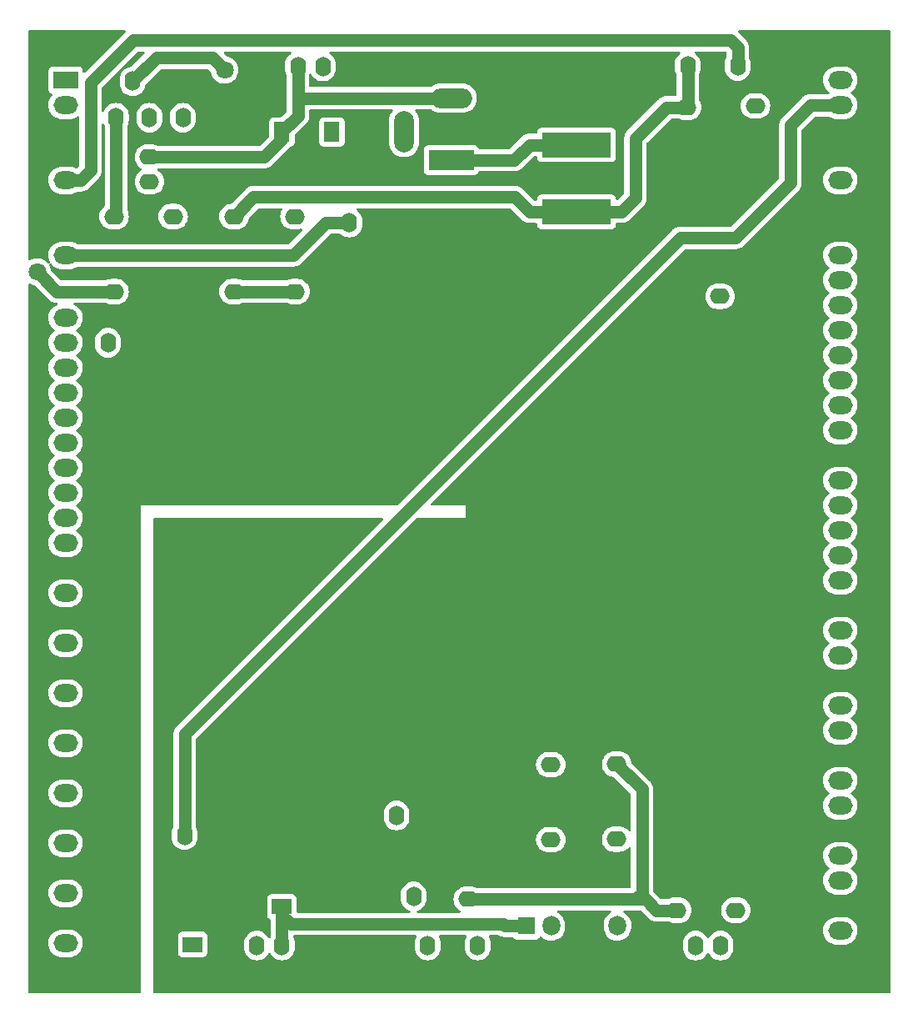
<source format=gbl>
G04 #@! TF.GenerationSoftware,KiCad,Pcbnew,7.0.11-7.0.11~ubuntu22.04.1*
G04 #@! TF.CreationDate,2024-05-31T21:09:43-03:00*
G04 #@! TF.ProjectId,Fonte_tensao_LM675_v05,466f6e74-655f-4746-956e-73616f5f4c4d,v02*
G04 #@! TF.SameCoordinates,Original*
G04 #@! TF.FileFunction,Copper,L2,Bot*
G04 #@! TF.FilePolarity,Positive*
%FSLAX46Y46*%
G04 Gerber Fmt 4.6, Leading zero omitted, Abs format (unit mm)*
G04 Created by KiCad (PCBNEW 7.0.11-7.0.11~ubuntu22.04.1) date 2024-05-31 21:09:43*
%MOMM*%
%LPD*%
G01*
G04 APERTURE LIST*
G04 #@! TA.AperFunction,ComponentPad*
%ADD10O,2.000000X1.600000*%
G04 #@! TD*
G04 #@! TA.AperFunction,ComponentPad*
%ADD11O,1.600000X2.000000*%
G04 #@! TD*
G04 #@! TA.AperFunction,ComponentPad*
%ADD12R,1.600000X2.000000*%
G04 #@! TD*
G04 #@! TA.AperFunction,ComponentPad*
%ADD13R,2.000000X1.600000*%
G04 #@! TD*
G04 #@! TA.AperFunction,ComponentPad*
%ADD14R,7.000000X2.500000*%
G04 #@! TD*
G04 #@! TA.AperFunction,ComponentPad*
%ADD15R,1.800000X1.800000*%
G04 #@! TD*
G04 #@! TA.AperFunction,ComponentPad*
%ADD16O,1.800000X2.000000*%
G04 #@! TD*
G04 #@! TA.AperFunction,ComponentPad*
%ADD17O,2.500000X1.800000*%
G04 #@! TD*
G04 #@! TA.AperFunction,ComponentPad*
%ADD18R,2.500000X1.800000*%
G04 #@! TD*
G04 #@! TA.AperFunction,ComponentPad*
%ADD19R,4.600000X2.000000*%
G04 #@! TD*
G04 #@! TA.AperFunction,ComponentPad*
%ADD20O,4.200000X2.000000*%
G04 #@! TD*
G04 #@! TA.AperFunction,ComponentPad*
%ADD21O,2.000000X4.200000*%
G04 #@! TD*
G04 #@! TA.AperFunction,ViaPad*
%ADD22C,1.800000*%
G04 #@! TD*
G04 #@! TA.AperFunction,Conductor*
%ADD23C,1.270000*%
G04 #@! TD*
G04 APERTURE END LIST*
D10*
X173200000Y-79080000D03*
X173200000Y-68920000D03*
X115200000Y-67450000D03*
X115200000Y-64950000D03*
X117600000Y-78610000D03*
X117600000Y-70990000D03*
D11*
X127750000Y-55750000D03*
X130290000Y-55750000D03*
X132830000Y-55750000D03*
D10*
X111600000Y-70990000D03*
X111600000Y-78610000D03*
D11*
X136228900Y-62400000D03*
D12*
X133728900Y-62400000D03*
D10*
X168800000Y-141428900D03*
D13*
X168800000Y-138928900D03*
D10*
X169800000Y-59900000D03*
D13*
X169800000Y-62400000D03*
D10*
X123800000Y-70990000D03*
X123800000Y-78610000D03*
D11*
X111800000Y-60950000D03*
X113500000Y-57250000D03*
X115200000Y-60950000D03*
X116900000Y-57250000D03*
X118600000Y-60950000D03*
D10*
X130000000Y-78610000D03*
X130000000Y-70990000D03*
D14*
X158600000Y-63700000D03*
X158600000Y-70500000D03*
D15*
X160225000Y-143000000D03*
D16*
X162765000Y-143000000D03*
D17*
X185420000Y-57150000D03*
X185420000Y-59690000D03*
X185420000Y-62230000D03*
X185420000Y-64770000D03*
X185420000Y-67310000D03*
X185420000Y-69850000D03*
X185420000Y-72390000D03*
X185420000Y-74930000D03*
X185420000Y-77470000D03*
X185420000Y-80010000D03*
X185420000Y-82550000D03*
X185420000Y-85090000D03*
X185420000Y-87630000D03*
X185420000Y-90170000D03*
X185420000Y-92710000D03*
X185420000Y-95250000D03*
X185420000Y-97790000D03*
X185420000Y-100330000D03*
X185420000Y-102870000D03*
X185420000Y-105410000D03*
X185420000Y-107950000D03*
X185420000Y-110490000D03*
X185420000Y-113030000D03*
X185420000Y-115570000D03*
X185420000Y-118110000D03*
X185420000Y-120650000D03*
X185420000Y-123190000D03*
X185420000Y-125730000D03*
X185420000Y-128270000D03*
X185420000Y-130810000D03*
X185420000Y-133350000D03*
X185420000Y-135890000D03*
X185420000Y-138430000D03*
X185420000Y-140970000D03*
X185420000Y-143510000D03*
D10*
X174800000Y-141428900D03*
D13*
X174800000Y-138928900D03*
D10*
X128650000Y-138571100D03*
D13*
X128650000Y-141071100D03*
D11*
X131200000Y-145000000D03*
X128660000Y-145000000D03*
X126120000Y-145000000D03*
D15*
X153500000Y-143000000D03*
D16*
X156040000Y-143000000D03*
D11*
X126171100Y-62400000D03*
D12*
X128671100Y-62400000D03*
D18*
X106680000Y-57150000D03*
D17*
X106680000Y-59690000D03*
X106680000Y-62230000D03*
X106680000Y-64770000D03*
X106680000Y-67310000D03*
X106680000Y-69850000D03*
X106680000Y-72390000D03*
X106680000Y-74930000D03*
X106680000Y-81280000D03*
X106680000Y-83820000D03*
X106680000Y-86360000D03*
X106680000Y-88900000D03*
X106680000Y-91440000D03*
X106680000Y-93980000D03*
X106680000Y-96520000D03*
X106680000Y-99060000D03*
X106680000Y-101600000D03*
X106680000Y-104140000D03*
X106680000Y-106680000D03*
X106680000Y-109220000D03*
X106680000Y-111760000D03*
X106680000Y-114300000D03*
X106680000Y-116840000D03*
X106680000Y-119380000D03*
X106680000Y-121920000D03*
X106680000Y-124460000D03*
X106680000Y-127000000D03*
X106680000Y-129540000D03*
X106680000Y-132080000D03*
X106680000Y-134620000D03*
X106680000Y-137160000D03*
X106680000Y-139700000D03*
X106680000Y-142240000D03*
X106680000Y-144780000D03*
X106680000Y-147320000D03*
D11*
X128930000Y-133800000D03*
X118770000Y-133800000D03*
X140320000Y-131800000D03*
X150480000Y-131800000D03*
X175790000Y-145000000D03*
X173250000Y-145000000D03*
X170710000Y-145000000D03*
D10*
X176800000Y-59750000D03*
X176800000Y-62250000D03*
X162694700Y-126581200D03*
X162694700Y-134201200D03*
X147600000Y-140300000D03*
D13*
X147600000Y-137800000D03*
D11*
X110990000Y-83800000D03*
X118610000Y-83800000D03*
X145680000Y-71600000D03*
X135520000Y-71600000D03*
X169910000Y-55695000D03*
X172450000Y-55695000D03*
X174990000Y-55695000D03*
X142050000Y-140000000D03*
X139550000Y-140000000D03*
D10*
X119600000Y-142400000D03*
D13*
X119600000Y-144900000D03*
D11*
X148565100Y-145000000D03*
X146025100Y-145000000D03*
X143485100Y-145000000D03*
D19*
X145873400Y-65255400D03*
D20*
X145873400Y-58955400D03*
D21*
X141073400Y-62355400D03*
D10*
X156000000Y-126630000D03*
X156000000Y-134250000D03*
D22*
X103797100Y-76619100D03*
X122843800Y-56102500D03*
D23*
X174990000Y-53832000D02*
X174990000Y-55695000D01*
X108204000Y-67310000D02*
X109200000Y-66314000D01*
X174244000Y-53086000D02*
X174990000Y-53832000D01*
X113538000Y-53086000D02*
X174244000Y-53086000D01*
X109200000Y-57424000D02*
X113538000Y-53086000D01*
X106680000Y-67310000D02*
X108204000Y-67310000D01*
X109200000Y-66314000D02*
X109200000Y-57424000D01*
X106680000Y-74930000D02*
X129820000Y-74930000D01*
X129820000Y-74930000D02*
X133150000Y-71600000D01*
X135520000Y-71600000D02*
X133150000Y-71600000D01*
X169164000Y-73152000D02*
X118770000Y-123546000D01*
X185420000Y-59690000D02*
X182372000Y-59690000D01*
X180340000Y-61722000D02*
X180340000Y-67564000D01*
X174752000Y-73152000D02*
X169164000Y-73152000D01*
X118770000Y-123546000D02*
X118770000Y-133800000D01*
X180340000Y-67564000D02*
X174752000Y-73152000D01*
X182372000Y-59690000D02*
X180340000Y-61722000D01*
X164592000Y-69088000D02*
X164592000Y-63038000D01*
X158600000Y-70500000D02*
X163180000Y-70500000D01*
X165601100Y-140300000D02*
X166730000Y-141428900D01*
X156215000Y-70500000D02*
X153830000Y-70500000D01*
X164649300Y-140300000D02*
X165601100Y-140300000D01*
X169910000Y-55695000D02*
X169910000Y-59790000D01*
X167730000Y-59900000D02*
X169800000Y-59900000D01*
X125790200Y-68999800D02*
X152329800Y-68999800D01*
X164592000Y-63038000D02*
X167730000Y-59900000D01*
X169910000Y-59790000D02*
X169800000Y-59900000D01*
X168800000Y-141428900D02*
X166730000Y-141428900D01*
X165250000Y-139699300D02*
X164649300Y-140300000D01*
X162694700Y-126581200D02*
X165250000Y-129136500D01*
X123800000Y-70990000D02*
X125790200Y-68999800D01*
X147600000Y-140300000D02*
X164649300Y-140300000D01*
X165250000Y-129136500D02*
X165250000Y-139699300D01*
X163180000Y-70500000D02*
X164592000Y-69088000D01*
X152329800Y-68999800D02*
X153830000Y-70500000D01*
X156215000Y-70500000D02*
X158600000Y-70500000D01*
X151144200Y-142814200D02*
X129540000Y-142814200D01*
X145873400Y-58955400D02*
X130290000Y-58955400D01*
X151330000Y-143000000D02*
X151144200Y-142814200D01*
X130290000Y-60781100D02*
X128671100Y-62400000D01*
X126857500Y-64950000D02*
X115200000Y-64950000D01*
X128671100Y-62400000D02*
X128671100Y-63136400D01*
X128660000Y-145000000D02*
X128660000Y-141081100D01*
X153500000Y-143000000D02*
X151330000Y-143000000D01*
X128660000Y-141081100D02*
X128650000Y-141071100D01*
X129540000Y-142814200D02*
X128650000Y-141924200D01*
X130290000Y-58955400D02*
X130290000Y-55750000D01*
X128650000Y-141924200D02*
X128650000Y-141071100D01*
X130290000Y-58955400D02*
X130290000Y-60781100D01*
X128671100Y-63136400D02*
X126857500Y-64950000D01*
X123800000Y-78610000D02*
X130000000Y-78610000D01*
X111800000Y-70790000D02*
X111800000Y-60950000D01*
X111600000Y-70990000D02*
X111800000Y-70790000D01*
X103797100Y-76619100D02*
X105788000Y-78610000D01*
X121597300Y-54856000D02*
X122843800Y-56102500D01*
X105788000Y-78610000D02*
X111600000Y-78610000D01*
X113500000Y-57250000D02*
X115894000Y-54856000D01*
X115894000Y-54856000D02*
X121597300Y-54856000D01*
X158600000Y-63700000D02*
X153830000Y-63700000D01*
X145873400Y-65255400D02*
X152274600Y-65255400D01*
X152274600Y-65255400D02*
X153830000Y-63700000D01*
G04 #@! TA.AperFunction,Conductor*
G36*
X190443039Y-52089685D02*
G01*
X190488794Y-52142489D01*
X190500000Y-52194000D01*
X190500000Y-149736000D01*
X190480315Y-149803039D01*
X190427511Y-149848794D01*
X190376000Y-149860000D01*
X115694000Y-149860000D01*
X115626961Y-149840315D01*
X115581206Y-149787511D01*
X115570000Y-149736000D01*
X115570000Y-145747870D01*
X118099500Y-145747870D01*
X118099501Y-145747876D01*
X118105908Y-145807483D01*
X118156202Y-145942328D01*
X118156206Y-145942335D01*
X118242452Y-146057544D01*
X118242455Y-146057547D01*
X118357664Y-146143793D01*
X118357671Y-146143797D01*
X118492517Y-146194091D01*
X118492516Y-146194091D01*
X118499444Y-146194835D01*
X118552127Y-146200500D01*
X120647872Y-146200499D01*
X120707483Y-146194091D01*
X120842331Y-146143796D01*
X120957546Y-146057546D01*
X121043796Y-145942331D01*
X121094091Y-145807483D01*
X121100500Y-145747873D01*
X121100500Y-145256785D01*
X124819500Y-145256785D01*
X124834364Y-145426687D01*
X124834366Y-145426697D01*
X124893258Y-145646488D01*
X124893261Y-145646497D01*
X124989431Y-145852732D01*
X124989432Y-145852734D01*
X125119954Y-146039141D01*
X125280858Y-146200045D01*
X125281508Y-146200500D01*
X125467266Y-146330568D01*
X125673504Y-146426739D01*
X125893308Y-146485635D01*
X126055230Y-146499801D01*
X126119998Y-146505468D01*
X126120000Y-146505468D01*
X126120002Y-146505468D01*
X126176673Y-146500509D01*
X126346692Y-146485635D01*
X126566496Y-146426739D01*
X126772734Y-146330568D01*
X126959139Y-146200047D01*
X127120047Y-146039139D01*
X127250568Y-145852734D01*
X127277618Y-145794724D01*
X127323790Y-145742285D01*
X127390983Y-145723133D01*
X127457865Y-145743348D01*
X127502381Y-145794724D01*
X127502396Y-145794755D01*
X127529429Y-145852728D01*
X127529432Y-145852734D01*
X127659954Y-146039141D01*
X127820858Y-146200045D01*
X127821508Y-146200500D01*
X128007266Y-146330568D01*
X128213504Y-146426739D01*
X128433308Y-146485635D01*
X128595230Y-146499801D01*
X128659998Y-146505468D01*
X128660000Y-146505468D01*
X128660002Y-146505468D01*
X128716673Y-146500509D01*
X128886692Y-146485635D01*
X129106496Y-146426739D01*
X129312734Y-146330568D01*
X129499139Y-146200047D01*
X129660047Y-146039139D01*
X129790568Y-145852734D01*
X129886739Y-145646496D01*
X129945635Y-145426692D01*
X129960500Y-145256784D01*
X129960500Y-144743216D01*
X129945635Y-144573308D01*
X129897614Y-144394091D01*
X129886741Y-144353511D01*
X129886740Y-144353510D01*
X129886739Y-144353504D01*
X129817619Y-144205276D01*
X129807118Y-144182756D01*
X129795500Y-144130351D01*
X129795500Y-144073700D01*
X129815185Y-144006661D01*
X129867989Y-143960906D01*
X129919500Y-143949700D01*
X142254668Y-143949700D01*
X142321707Y-143969385D01*
X142367462Y-144022189D01*
X142377406Y-144091347D01*
X142357150Y-144142529D01*
X142357238Y-144142580D01*
X142356896Y-144143170D01*
X142356243Y-144144823D01*
X142354532Y-144147265D01*
X142354531Y-144147267D01*
X142258361Y-144353502D01*
X142258358Y-144353511D01*
X142199466Y-144573302D01*
X142199464Y-144573312D01*
X142184600Y-144743214D01*
X142184600Y-145256785D01*
X142199464Y-145426687D01*
X142199466Y-145426697D01*
X142258358Y-145646488D01*
X142258361Y-145646497D01*
X142354531Y-145852732D01*
X142354532Y-145852734D01*
X142485054Y-146039141D01*
X142645958Y-146200045D01*
X142646608Y-146200500D01*
X142832366Y-146330568D01*
X143038604Y-146426739D01*
X143258408Y-146485635D01*
X143420330Y-146499801D01*
X143485098Y-146505468D01*
X143485100Y-146505468D01*
X143485102Y-146505468D01*
X143541773Y-146500509D01*
X143711792Y-146485635D01*
X143931596Y-146426739D01*
X144137834Y-146330568D01*
X144324239Y-146200047D01*
X144485147Y-146039139D01*
X144615668Y-145852734D01*
X144711839Y-145646496D01*
X144770735Y-145426692D01*
X144785600Y-145256784D01*
X144785600Y-144743216D01*
X144770735Y-144573308D01*
X144722714Y-144394091D01*
X144711841Y-144353511D01*
X144711838Y-144353502D01*
X144708244Y-144345795D01*
X144615668Y-144147266D01*
X144613956Y-144144821D01*
X144613535Y-144143573D01*
X144612962Y-144142580D01*
X144613161Y-144142464D01*
X144591630Y-144078617D01*
X144608640Y-144010850D01*
X144659588Y-143963037D01*
X144715532Y-143949700D01*
X147334668Y-143949700D01*
X147401707Y-143969385D01*
X147447462Y-144022189D01*
X147457406Y-144091347D01*
X147437150Y-144142529D01*
X147437238Y-144142580D01*
X147436896Y-144143170D01*
X147436243Y-144144823D01*
X147434532Y-144147265D01*
X147434531Y-144147267D01*
X147338361Y-144353502D01*
X147338358Y-144353511D01*
X147279466Y-144573302D01*
X147279464Y-144573312D01*
X147264600Y-144743214D01*
X147264600Y-145256785D01*
X147279464Y-145426687D01*
X147279466Y-145426697D01*
X147338358Y-145646488D01*
X147338361Y-145646497D01*
X147434531Y-145852732D01*
X147434532Y-145852734D01*
X147565054Y-146039141D01*
X147725958Y-146200045D01*
X147726608Y-146200500D01*
X147912366Y-146330568D01*
X148118604Y-146426739D01*
X148338408Y-146485635D01*
X148500330Y-146499801D01*
X148565098Y-146505468D01*
X148565100Y-146505468D01*
X148565102Y-146505468D01*
X148621773Y-146500509D01*
X148791792Y-146485635D01*
X149011596Y-146426739D01*
X149217834Y-146330568D01*
X149404239Y-146200047D01*
X149565147Y-146039139D01*
X149695668Y-145852734D01*
X149791839Y-145646496D01*
X149850735Y-145426692D01*
X149865600Y-145256785D01*
X169409500Y-145256785D01*
X169424364Y-145426687D01*
X169424366Y-145426697D01*
X169483258Y-145646488D01*
X169483261Y-145646497D01*
X169579431Y-145852732D01*
X169579432Y-145852734D01*
X169709954Y-146039141D01*
X169870858Y-146200045D01*
X169871508Y-146200500D01*
X170057266Y-146330568D01*
X170263504Y-146426739D01*
X170483308Y-146485635D01*
X170645230Y-146499801D01*
X170709998Y-146505468D01*
X170710000Y-146505468D01*
X170710002Y-146505468D01*
X170766673Y-146500509D01*
X170936692Y-146485635D01*
X171156496Y-146426739D01*
X171362734Y-146330568D01*
X171549139Y-146200047D01*
X171710047Y-146039139D01*
X171840568Y-145852734D01*
X171867618Y-145794724D01*
X171913790Y-145742285D01*
X171980983Y-145723133D01*
X172047865Y-145743348D01*
X172092381Y-145794724D01*
X172092396Y-145794755D01*
X172119429Y-145852728D01*
X172119432Y-145852734D01*
X172249954Y-146039141D01*
X172410858Y-146200045D01*
X172411508Y-146200500D01*
X172597266Y-146330568D01*
X172803504Y-146426739D01*
X173023308Y-146485635D01*
X173185230Y-146499801D01*
X173249998Y-146505468D01*
X173250000Y-146505468D01*
X173250002Y-146505468D01*
X173306673Y-146500509D01*
X173476692Y-146485635D01*
X173696496Y-146426739D01*
X173902734Y-146330568D01*
X174089139Y-146200047D01*
X174250047Y-146039139D01*
X174380568Y-145852734D01*
X174476739Y-145646496D01*
X174535635Y-145426692D01*
X174550500Y-145256784D01*
X174550500Y-144743216D01*
X174535635Y-144573308D01*
X174487614Y-144394091D01*
X174476741Y-144353511D01*
X174476738Y-144353502D01*
X174473144Y-144345795D01*
X174380568Y-144147266D01*
X174250047Y-143960861D01*
X174250045Y-143960858D01*
X174089141Y-143799954D01*
X173902734Y-143669432D01*
X173902732Y-143669431D01*
X173696497Y-143573261D01*
X173696488Y-143573258D01*
X173476697Y-143514366D01*
X173476693Y-143514365D01*
X173476692Y-143514365D01*
X173476691Y-143514364D01*
X173476686Y-143514364D01*
X173250002Y-143494532D01*
X173249998Y-143494532D01*
X173023313Y-143514364D01*
X173023302Y-143514366D01*
X172803511Y-143573258D01*
X172803502Y-143573261D01*
X172597267Y-143669431D01*
X172597265Y-143669432D01*
X172410858Y-143799954D01*
X172249954Y-143960858D01*
X172119432Y-144147265D01*
X172119431Y-144147267D01*
X172092382Y-144205275D01*
X172046209Y-144257714D01*
X171979016Y-144276866D01*
X171912135Y-144256650D01*
X171867618Y-144205275D01*
X171857117Y-144182756D01*
X171840568Y-144147266D01*
X171710047Y-143960861D01*
X171710045Y-143960858D01*
X171549141Y-143799954D01*
X171362734Y-143669432D01*
X171362732Y-143669431D01*
X171156497Y-143573261D01*
X171156488Y-143573258D01*
X170936697Y-143514366D01*
X170936693Y-143514365D01*
X170936692Y-143514365D01*
X170936691Y-143514364D01*
X170936686Y-143514364D01*
X170710002Y-143494532D01*
X170709998Y-143494532D01*
X170483313Y-143514364D01*
X170483302Y-143514366D01*
X170263511Y-143573258D01*
X170263502Y-143573261D01*
X170057267Y-143669431D01*
X170057265Y-143669432D01*
X169870858Y-143799954D01*
X169709954Y-143960858D01*
X169579432Y-144147265D01*
X169579431Y-144147267D01*
X169483261Y-144353502D01*
X169483258Y-144353511D01*
X169424366Y-144573302D01*
X169424364Y-144573312D01*
X169409500Y-144743214D01*
X169409500Y-145256785D01*
X149865600Y-145256785D01*
X149865600Y-145256784D01*
X149865600Y-144743216D01*
X149850735Y-144573308D01*
X149802714Y-144394091D01*
X149791841Y-144353511D01*
X149791838Y-144353502D01*
X149788244Y-144345795D01*
X149695668Y-144147266D01*
X149693956Y-144144821D01*
X149693535Y-144143573D01*
X149692962Y-144142580D01*
X149693161Y-144142464D01*
X149671630Y-144078617D01*
X149688640Y-144010850D01*
X149739588Y-143963037D01*
X149795532Y-143949700D01*
X150668264Y-143949700D01*
X150727689Y-143964867D01*
X150746333Y-143975047D01*
X150753940Y-143979560D01*
X150807317Y-144013863D01*
X150838326Y-144026277D01*
X150851656Y-144032558D01*
X150880975Y-144048567D01*
X150880977Y-144048568D01*
X150941423Y-144067890D01*
X150949727Y-144070875D01*
X151008638Y-144094460D01*
X151041439Y-144100782D01*
X151055721Y-144104427D01*
X151072979Y-144109944D01*
X151087534Y-144114597D01*
X151150524Y-144122128D01*
X151159272Y-144123492D01*
X151221567Y-144135499D01*
X151221568Y-144135499D01*
X151221573Y-144135500D01*
X151254973Y-144135500D01*
X151269693Y-144136376D01*
X151302855Y-144140342D01*
X151366138Y-144135816D01*
X151374983Y-144135500D01*
X152089021Y-144135500D01*
X152156060Y-144155185D01*
X152188286Y-144185187D01*
X152242454Y-144257546D01*
X152242680Y-144257715D01*
X152357664Y-144343793D01*
X152357671Y-144343797D01*
X152492517Y-144394091D01*
X152492516Y-144394091D01*
X152499444Y-144394835D01*
X152552127Y-144400500D01*
X154447872Y-144400499D01*
X154507483Y-144394091D01*
X154642331Y-144343796D01*
X154757546Y-144257546D01*
X154843796Y-144142331D01*
X154846293Y-144135633D01*
X154888162Y-144079699D01*
X154953625Y-144055279D01*
X155021899Y-144070128D01*
X155052000Y-144093163D01*
X155103854Y-144147267D01*
X155111379Y-144155118D01*
X155303053Y-144296879D01*
X155515926Y-144404207D01*
X155743877Y-144474016D01*
X155980346Y-144504298D01*
X156218532Y-144494180D01*
X156451581Y-144443954D01*
X156672790Y-144355064D01*
X156875795Y-144230069D01*
X157054755Y-144072564D01*
X157204523Y-143887080D01*
X157320790Y-143678954D01*
X157400211Y-143454171D01*
X157421250Y-143331467D01*
X157440499Y-143219209D01*
X157440500Y-143219198D01*
X157440500Y-142840503D01*
X157440499Y-142840484D01*
X157425347Y-142662463D01*
X157365275Y-142431751D01*
X157267080Y-142214519D01*
X157267075Y-142214511D01*
X157133586Y-142017006D01*
X157133582Y-142017001D01*
X157133579Y-142016997D01*
X156968621Y-141844882D01*
X156960861Y-141839143D01*
X156883109Y-141781638D01*
X156776947Y-141703121D01*
X156711696Y-141670222D01*
X156660698Y-141622465D01*
X156643614Y-141554716D01*
X156665871Y-141488486D01*
X156720401Y-141444802D01*
X156767522Y-141435500D01*
X162034465Y-141435500D01*
X162101504Y-141455185D01*
X162147259Y-141507989D01*
X162157203Y-141577147D01*
X162128178Y-141640703D01*
X162099482Y-141665087D01*
X161973832Y-141742453D01*
X161929203Y-141769932D01*
X161750245Y-141927435D01*
X161677929Y-142016997D01*
X161600477Y-142112920D01*
X161600476Y-142112922D01*
X161484210Y-142321044D01*
X161404788Y-142545829D01*
X161364500Y-142780790D01*
X161364500Y-143159515D01*
X161379652Y-143337536D01*
X161439724Y-143568248D01*
X161537919Y-143785480D01*
X161537924Y-143785488D01*
X161671413Y-143982993D01*
X161671418Y-143982998D01*
X161671421Y-143983003D01*
X161836379Y-144155118D01*
X162028053Y-144296879D01*
X162240926Y-144404207D01*
X162468877Y-144474016D01*
X162705346Y-144504298D01*
X162943532Y-144494180D01*
X163176581Y-144443954D01*
X163397790Y-144355064D01*
X163600795Y-144230069D01*
X163779755Y-144072564D01*
X163929523Y-143887080D01*
X164045790Y-143678954D01*
X164125211Y-143454171D01*
X164125867Y-143450346D01*
X183665702Y-143450346D01*
X183675819Y-143688528D01*
X183675819Y-143688532D01*
X183726045Y-143921580D01*
X183814935Y-144142788D01*
X183814936Y-144142790D01*
X183938700Y-144343796D01*
X183939932Y-144345796D01*
X184079431Y-144504298D01*
X184097436Y-144524755D01*
X184282920Y-144674523D01*
X184491046Y-144790790D01*
X184715829Y-144870211D01*
X184950790Y-144910499D01*
X184950798Y-144910499D01*
X184950800Y-144910500D01*
X184950801Y-144910500D01*
X185829496Y-144910500D01*
X185829497Y-144910500D01*
X185829498Y-144910499D01*
X185829515Y-144910499D01*
X186007536Y-144895347D01*
X186007539Y-144895346D01*
X186007541Y-144895346D01*
X186238249Y-144835275D01*
X186370973Y-144775279D01*
X186455480Y-144737080D01*
X186455481Y-144737078D01*
X186455486Y-144737077D01*
X186653003Y-144603579D01*
X186825118Y-144438621D01*
X186966879Y-144246947D01*
X187074207Y-144034074D01*
X187144016Y-143806123D01*
X187174298Y-143569654D01*
X187164180Y-143331468D01*
X187113954Y-143098419D01*
X187025064Y-142877210D01*
X186900069Y-142674205D01*
X186742564Y-142495245D01*
X186557080Y-142345477D01*
X186442986Y-142281740D01*
X186348955Y-142229210D01*
X186124170Y-142149788D01*
X185889209Y-142109500D01*
X185889200Y-142109500D01*
X185010503Y-142109500D01*
X185010484Y-142109500D01*
X184832463Y-142124652D01*
X184601751Y-142184724D01*
X184384519Y-142282919D01*
X184384511Y-142282924D01*
X184187006Y-142416413D01*
X184186997Y-142416421D01*
X184014881Y-142581379D01*
X183873123Y-142773050D01*
X183873120Y-142773054D01*
X183765796Y-142985920D01*
X183765793Y-142985926D01*
X183695983Y-143213878D01*
X183665702Y-143450346D01*
X164125867Y-143450346D01*
X164146250Y-143331467D01*
X164165499Y-143219209D01*
X164165500Y-143219198D01*
X164165500Y-142840503D01*
X164165499Y-142840484D01*
X164150347Y-142662463D01*
X164090275Y-142431751D01*
X163992080Y-142214519D01*
X163992075Y-142214511D01*
X163858586Y-142017006D01*
X163858582Y-142017001D01*
X163858579Y-142016997D01*
X163693621Y-141844882D01*
X163685861Y-141839143D01*
X163608109Y-141781638D01*
X163501947Y-141703121D01*
X163436696Y-141670222D01*
X163385698Y-141622465D01*
X163368614Y-141554716D01*
X163390871Y-141488486D01*
X163445401Y-141444802D01*
X163492522Y-141435500D01*
X164540873Y-141435500D01*
X164544138Y-141435500D01*
X164564702Y-141437216D01*
X164567926Y-141437759D01*
X164661348Y-141435535D01*
X164664298Y-141435500D01*
X165079399Y-141435500D01*
X165146438Y-141455185D01*
X165167080Y-141471819D01*
X165852717Y-142157456D01*
X165866042Y-142173208D01*
X165867943Y-142175877D01*
X165935587Y-142240375D01*
X165937657Y-142242396D01*
X165963300Y-142268039D01*
X165965334Y-142270073D01*
X165965336Y-142270075D01*
X165972352Y-142275868D01*
X165978968Y-142281739D01*
X166024888Y-142325523D01*
X166052980Y-142343577D01*
X166064886Y-142352271D01*
X166086667Y-142370254D01*
X166090648Y-142373541D01*
X166146342Y-142403952D01*
X166153940Y-142408460D01*
X166207317Y-142442763D01*
X166238326Y-142455177D01*
X166251656Y-142461458D01*
X166280977Y-142477468D01*
X166341423Y-142496790D01*
X166349727Y-142499775D01*
X166408638Y-142523360D01*
X166441439Y-142529682D01*
X166455721Y-142533327D01*
X166472979Y-142538844D01*
X166487534Y-142543497D01*
X166550524Y-142551028D01*
X166559272Y-142552392D01*
X166621567Y-142564399D01*
X166621568Y-142564399D01*
X166621573Y-142564400D01*
X166654973Y-142564400D01*
X166669693Y-142565276D01*
X166702855Y-142569242D01*
X166766138Y-142564716D01*
X166774983Y-142564400D01*
X167930353Y-142564400D01*
X167982757Y-142576017D01*
X168153504Y-142655639D01*
X168153509Y-142655640D01*
X168153511Y-142655641D01*
X168206415Y-142669816D01*
X168373308Y-142714535D01*
X168543214Y-142729399D01*
X168543215Y-142729400D01*
X168543216Y-142729400D01*
X169056785Y-142729400D01*
X169056785Y-142729399D01*
X169226692Y-142714535D01*
X169446496Y-142655639D01*
X169652734Y-142559468D01*
X169839139Y-142428947D01*
X170000047Y-142268039D01*
X170130568Y-142081634D01*
X170226739Y-141875396D01*
X170285635Y-141655592D01*
X170305468Y-141428901D01*
X173294532Y-141428901D01*
X173314364Y-141655586D01*
X173314366Y-141655597D01*
X173373258Y-141875388D01*
X173373261Y-141875397D01*
X173469431Y-142081632D01*
X173469432Y-142081634D01*
X173599954Y-142268041D01*
X173760858Y-142428945D01*
X173802239Y-142457920D01*
X173947266Y-142559468D01*
X174153504Y-142655639D01*
X174153509Y-142655640D01*
X174153511Y-142655641D01*
X174206415Y-142669816D01*
X174373308Y-142714535D01*
X174543214Y-142729399D01*
X174543215Y-142729400D01*
X174543216Y-142729400D01*
X175056785Y-142729400D01*
X175056785Y-142729399D01*
X175226692Y-142714535D01*
X175446496Y-142655639D01*
X175652734Y-142559468D01*
X175839139Y-142428947D01*
X176000047Y-142268039D01*
X176130568Y-142081634D01*
X176226739Y-141875396D01*
X176285635Y-141655592D01*
X176305468Y-141428900D01*
X176285635Y-141202208D01*
X176226739Y-140982404D01*
X176130568Y-140776166D01*
X176000047Y-140589761D01*
X176000045Y-140589758D01*
X175839141Y-140428854D01*
X175652734Y-140298332D01*
X175652732Y-140298331D01*
X175446497Y-140202161D01*
X175446488Y-140202158D01*
X175226697Y-140143266D01*
X175226687Y-140143264D01*
X175056785Y-140128400D01*
X175056784Y-140128400D01*
X174543216Y-140128400D01*
X174543215Y-140128400D01*
X174373312Y-140143264D01*
X174373302Y-140143266D01*
X174153511Y-140202158D01*
X174153502Y-140202161D01*
X173947267Y-140298331D01*
X173947265Y-140298332D01*
X173760858Y-140428854D01*
X173599954Y-140589758D01*
X173469432Y-140776165D01*
X173469431Y-140776167D01*
X173373261Y-140982402D01*
X173373258Y-140982411D01*
X173314366Y-141202202D01*
X173314364Y-141202213D01*
X173294532Y-141428898D01*
X173294532Y-141428901D01*
X170305468Y-141428901D01*
X170305468Y-141428900D01*
X170285635Y-141202208D01*
X170226739Y-140982404D01*
X170130568Y-140776166D01*
X170000047Y-140589761D01*
X170000045Y-140589758D01*
X169839141Y-140428854D01*
X169652734Y-140298332D01*
X169652732Y-140298331D01*
X169446497Y-140202161D01*
X169446488Y-140202158D01*
X169226697Y-140143266D01*
X169226687Y-140143264D01*
X169056785Y-140128400D01*
X169056784Y-140128400D01*
X168543216Y-140128400D01*
X168543215Y-140128400D01*
X168373312Y-140143264D01*
X168373302Y-140143266D01*
X168153511Y-140202158D01*
X168153502Y-140202161D01*
X167982758Y-140281782D01*
X167930353Y-140293400D01*
X167251701Y-140293400D01*
X167184662Y-140273715D01*
X167164020Y-140257081D01*
X166478378Y-139571438D01*
X166465054Y-139555687D01*
X166463157Y-139553023D01*
X166463153Y-139553019D01*
X166423930Y-139515620D01*
X166388995Y-139455111D01*
X166385500Y-139425877D01*
X166385500Y-138370346D01*
X183665702Y-138370346D01*
X183675819Y-138608528D01*
X183675819Y-138608532D01*
X183726045Y-138841580D01*
X183795477Y-139014365D01*
X183814936Y-139062790D01*
X183939931Y-139265795D01*
X184097436Y-139444755D01*
X184282920Y-139594523D01*
X184491046Y-139710790D01*
X184678461Y-139777008D01*
X184715829Y-139790211D01*
X184950790Y-139830499D01*
X184950798Y-139830499D01*
X184950800Y-139830500D01*
X184950801Y-139830500D01*
X185829496Y-139830500D01*
X185829497Y-139830500D01*
X185829498Y-139830499D01*
X185829515Y-139830499D01*
X186007536Y-139815347D01*
X186007539Y-139815346D01*
X186007541Y-139815346D01*
X186238249Y-139755275D01*
X186370973Y-139695279D01*
X186455480Y-139657080D01*
X186455481Y-139657078D01*
X186455486Y-139657077D01*
X186653003Y-139523579D01*
X186825118Y-139358621D01*
X186966879Y-139166947D01*
X187074207Y-138954074D01*
X187144016Y-138726123D01*
X187174298Y-138489654D01*
X187164180Y-138251468D01*
X187113954Y-138018419D01*
X187025064Y-137797210D01*
X186900069Y-137594205D01*
X186742564Y-137415245D01*
X186557080Y-137265477D01*
X186557074Y-137265474D01*
X186557071Y-137265471D01*
X186557057Y-137265463D01*
X186557051Y-137265457D01*
X186552709Y-137262522D01*
X186553306Y-137261638D01*
X186508134Y-137215580D01*
X186493947Y-137147165D01*
X186518999Y-137081942D01*
X186548099Y-137054481D01*
X186653003Y-136983579D01*
X186825118Y-136818621D01*
X186966879Y-136626947D01*
X187074207Y-136414074D01*
X187144016Y-136186123D01*
X187174298Y-135949654D01*
X187164180Y-135711468D01*
X187129488Y-135550499D01*
X187113954Y-135478419D01*
X187025064Y-135257211D01*
X187025064Y-135257210D01*
X186900069Y-135054205D01*
X186742564Y-134875245D01*
X186557080Y-134725477D01*
X186426865Y-134652734D01*
X186348955Y-134609210D01*
X186124170Y-134529788D01*
X185889209Y-134489500D01*
X185889200Y-134489500D01*
X185010503Y-134489500D01*
X185010484Y-134489500D01*
X184832463Y-134504652D01*
X184601751Y-134564724D01*
X184384519Y-134662919D01*
X184384511Y-134662924D01*
X184187006Y-134796413D01*
X184186997Y-134796421D01*
X184014881Y-134961379D01*
X183873123Y-135153050D01*
X183873120Y-135153054D01*
X183765796Y-135365920D01*
X183765793Y-135365926D01*
X183695983Y-135593878D01*
X183665702Y-135830346D01*
X183675819Y-136068528D01*
X183675819Y-136068532D01*
X183726045Y-136301580D01*
X183814935Y-136522788D01*
X183814936Y-136522790D01*
X183939931Y-136725795D01*
X184097436Y-136904755D01*
X184282920Y-137054523D01*
X184282935Y-137054531D01*
X184282942Y-137054538D01*
X184287291Y-137057478D01*
X184286693Y-137058362D01*
X184331861Y-137104411D01*
X184346053Y-137172824D01*
X184321005Y-137238050D01*
X184291897Y-137265520D01*
X184187007Y-137336413D01*
X184186997Y-137336421D01*
X184014881Y-137501379D01*
X183873123Y-137693050D01*
X183873120Y-137693054D01*
X183765796Y-137905920D01*
X183765793Y-137905926D01*
X183695983Y-138133878D01*
X183665702Y-138370346D01*
X166385500Y-138370346D01*
X166385500Y-130750346D01*
X183665702Y-130750346D01*
X183675819Y-130988528D01*
X183675819Y-130988532D01*
X183726045Y-131221580D01*
X183787017Y-131373312D01*
X183814936Y-131442790D01*
X183939931Y-131645795D01*
X184097436Y-131824755D01*
X184282920Y-131974523D01*
X184491046Y-132090790D01*
X184616951Y-132135275D01*
X184715829Y-132170211D01*
X184950790Y-132210499D01*
X184950798Y-132210499D01*
X184950800Y-132210500D01*
X184950801Y-132210500D01*
X185829496Y-132210500D01*
X185829497Y-132210500D01*
X185829498Y-132210499D01*
X185829515Y-132210499D01*
X186007536Y-132195347D01*
X186007539Y-132195346D01*
X186007541Y-132195346D01*
X186238249Y-132135275D01*
X186370973Y-132075279D01*
X186455480Y-132037080D01*
X186455481Y-132037078D01*
X186455486Y-132037077D01*
X186653003Y-131903579D01*
X186825118Y-131738621D01*
X186966879Y-131546947D01*
X187074207Y-131334074D01*
X187144016Y-131106123D01*
X187174298Y-130869654D01*
X187164180Y-130631468D01*
X187113954Y-130398419D01*
X187025064Y-130177210D01*
X186900069Y-129974205D01*
X186742564Y-129795245D01*
X186557080Y-129645477D01*
X186557074Y-129645474D01*
X186557071Y-129645471D01*
X186557057Y-129645463D01*
X186557051Y-129645457D01*
X186552709Y-129642522D01*
X186553306Y-129641638D01*
X186508134Y-129595580D01*
X186493947Y-129527165D01*
X186518999Y-129461942D01*
X186548099Y-129434481D01*
X186653003Y-129363579D01*
X186825118Y-129198621D01*
X186966879Y-129006947D01*
X187074207Y-128794074D01*
X187144016Y-128566123D01*
X187174298Y-128329654D01*
X187173369Y-128307795D01*
X187164180Y-128091471D01*
X187164180Y-128091467D01*
X187113954Y-127858419D01*
X187025064Y-127637211D01*
X187025064Y-127637210D01*
X186900069Y-127434205D01*
X186742564Y-127255245D01*
X186557080Y-127105477D01*
X186443130Y-127041820D01*
X186348955Y-126989210D01*
X186124170Y-126909788D01*
X185889209Y-126869500D01*
X185889200Y-126869500D01*
X185010503Y-126869500D01*
X185010484Y-126869500D01*
X184832463Y-126884652D01*
X184601751Y-126944724D01*
X184384519Y-127042919D01*
X184384511Y-127042924D01*
X184187006Y-127176413D01*
X184186997Y-127176421D01*
X184014881Y-127341379D01*
X183873123Y-127533050D01*
X183873120Y-127533054D01*
X183765796Y-127745920D01*
X183765793Y-127745926D01*
X183695983Y-127973878D01*
X183665702Y-128210346D01*
X183675819Y-128448528D01*
X183675819Y-128448532D01*
X183726045Y-128681580D01*
X183774858Y-128803053D01*
X183814936Y-128902790D01*
X183939931Y-129105795D01*
X184097436Y-129284755D01*
X184282920Y-129434523D01*
X184282935Y-129434531D01*
X184282942Y-129434538D01*
X184287291Y-129437478D01*
X184286693Y-129438362D01*
X184331861Y-129484411D01*
X184346053Y-129552824D01*
X184321005Y-129618050D01*
X184291897Y-129645520D01*
X184187007Y-129716413D01*
X184186997Y-129716421D01*
X184014881Y-129881379D01*
X183873123Y-130073050D01*
X183873120Y-130073054D01*
X183765796Y-130285920D01*
X183765793Y-130285926D01*
X183695983Y-130513878D01*
X183665702Y-130750346D01*
X166385500Y-130750346D01*
X166385500Y-129241662D01*
X166387218Y-129221095D01*
X166387757Y-129217885D01*
X166387759Y-129217874D01*
X166385535Y-129124451D01*
X166385500Y-129121501D01*
X166385500Y-129082417D01*
X166385500Y-129082409D01*
X166384631Y-129073320D01*
X166384108Y-129064524D01*
X166382598Y-129001081D01*
X166375499Y-128968448D01*
X166373228Y-128953882D01*
X166370053Y-128920638D01*
X166370052Y-128920637D01*
X166370052Y-128920628D01*
X166352172Y-128859737D01*
X166349992Y-128851196D01*
X166336502Y-128789183D01*
X166323353Y-128758479D01*
X166318368Y-128744612D01*
X166308957Y-128712558D01*
X166279871Y-128656140D01*
X166276120Y-128648180D01*
X166251137Y-128589837D01*
X166232409Y-128562168D01*
X166224892Y-128549496D01*
X166212390Y-128525245D01*
X166209592Y-128519816D01*
X166209584Y-128519804D01*
X166170371Y-128469942D01*
X166165149Y-128462791D01*
X166155498Y-128448532D01*
X166129589Y-128410250D01*
X166105974Y-128386635D01*
X166096183Y-128375604D01*
X166096082Y-128375476D01*
X166075538Y-128349351D01*
X166052806Y-128329654D01*
X166027580Y-128307795D01*
X166021102Y-128301763D01*
X164222457Y-126503117D01*
X164188972Y-126441794D01*
X164186611Y-126426250D01*
X164180335Y-126354508D01*
X164121439Y-126134704D01*
X164025268Y-125928466D01*
X163927539Y-125788893D01*
X163894745Y-125742058D01*
X163733841Y-125581154D01*
X163547434Y-125450632D01*
X163547432Y-125450631D01*
X163341197Y-125354461D01*
X163341188Y-125354458D01*
X163121397Y-125295566D01*
X163121387Y-125295564D01*
X162951485Y-125280700D01*
X162951484Y-125280700D01*
X162437916Y-125280700D01*
X162437915Y-125280700D01*
X162268012Y-125295564D01*
X162268002Y-125295566D01*
X162048211Y-125354458D01*
X162048202Y-125354461D01*
X161841967Y-125450631D01*
X161841965Y-125450632D01*
X161655558Y-125581154D01*
X161494654Y-125742058D01*
X161364132Y-125928465D01*
X161364131Y-125928467D01*
X161267961Y-126134702D01*
X161267958Y-126134711D01*
X161209066Y-126354502D01*
X161209064Y-126354513D01*
X161189232Y-126581198D01*
X161189232Y-126581201D01*
X161209064Y-126807886D01*
X161209066Y-126807897D01*
X161267958Y-127027688D01*
X161267961Y-127027697D01*
X161364131Y-127233932D01*
X161364132Y-127233934D01*
X161494654Y-127420341D01*
X161655558Y-127581245D01*
X161655561Y-127581247D01*
X161841966Y-127711768D01*
X162048204Y-127807939D01*
X162268008Y-127866835D01*
X162339744Y-127873110D01*
X162404812Y-127898561D01*
X162416618Y-127908957D01*
X164078181Y-129570520D01*
X164111666Y-129631843D01*
X164114500Y-129658201D01*
X164114500Y-133283264D01*
X164094815Y-133350303D01*
X164042011Y-133396058D01*
X163972853Y-133406002D01*
X163909297Y-133376977D01*
X163895515Y-133362975D01*
X163894747Y-133362060D01*
X163733841Y-133201154D01*
X163547434Y-133070632D01*
X163547432Y-133070631D01*
X163341197Y-132974461D01*
X163341188Y-132974458D01*
X163121397Y-132915566D01*
X163121387Y-132915564D01*
X162951485Y-132900700D01*
X162951484Y-132900700D01*
X162437916Y-132900700D01*
X162437915Y-132900700D01*
X162268012Y-132915564D01*
X162268002Y-132915566D01*
X162048211Y-132974458D01*
X162048202Y-132974461D01*
X161841967Y-133070631D01*
X161841965Y-133070632D01*
X161655558Y-133201154D01*
X161494654Y-133362058D01*
X161364132Y-133548465D01*
X161364131Y-133548467D01*
X161267961Y-133754702D01*
X161267958Y-133754711D01*
X161209066Y-133974502D01*
X161209064Y-133974513D01*
X161189232Y-134201198D01*
X161189232Y-134201201D01*
X161209064Y-134427886D01*
X161209066Y-134427897D01*
X161267958Y-134647688D01*
X161267961Y-134647697D01*
X161364131Y-134853932D01*
X161364132Y-134853934D01*
X161494654Y-135040341D01*
X161655558Y-135201245D01*
X161655561Y-135201247D01*
X161841966Y-135331768D01*
X162048204Y-135427939D01*
X162268008Y-135486835D01*
X162437914Y-135501699D01*
X162437915Y-135501700D01*
X162437916Y-135501700D01*
X162951485Y-135501700D01*
X162951485Y-135501699D01*
X163121392Y-135486835D01*
X163341196Y-135427939D01*
X163547434Y-135331768D01*
X163733839Y-135201247D01*
X163894747Y-135040339D01*
X163894752Y-135040330D01*
X163895507Y-135039433D01*
X163895946Y-135039140D01*
X163898576Y-135036511D01*
X163899104Y-135037039D01*
X163953677Y-135000729D01*
X164023538Y-134999617D01*
X164082910Y-135036452D01*
X164112942Y-135099538D01*
X164114500Y-135119135D01*
X164114500Y-139040500D01*
X164094815Y-139107539D01*
X164042011Y-139153294D01*
X163990500Y-139164500D01*
X148469647Y-139164500D01*
X148417242Y-139152882D01*
X148246497Y-139073261D01*
X148246488Y-139073258D01*
X148026697Y-139014366D01*
X148026687Y-139014364D01*
X147856785Y-138999500D01*
X147856784Y-138999500D01*
X147343216Y-138999500D01*
X147343215Y-138999500D01*
X147173312Y-139014364D01*
X147173302Y-139014366D01*
X146953511Y-139073258D01*
X146953502Y-139073261D01*
X146747267Y-139169431D01*
X146747265Y-139169432D01*
X146560858Y-139299954D01*
X146399954Y-139460858D01*
X146269432Y-139647265D01*
X146269431Y-139647267D01*
X146173261Y-139853502D01*
X146173258Y-139853511D01*
X146114366Y-140073302D01*
X146114364Y-140073313D01*
X146094532Y-140299998D01*
X146094532Y-140300001D01*
X146114364Y-140526686D01*
X146114366Y-140526697D01*
X146173258Y-140746488D01*
X146173261Y-140746497D01*
X146269431Y-140952732D01*
X146269432Y-140952734D01*
X146399954Y-141139141D01*
X146560858Y-141300045D01*
X146560861Y-141300047D01*
X146747266Y-141430568D01*
X146772466Y-141442319D01*
X146824903Y-141488491D01*
X146844055Y-141555685D01*
X146823839Y-141622566D01*
X146770673Y-141667900D01*
X146720059Y-141678700D01*
X142498039Y-141678700D01*
X142431000Y-141659015D01*
X142385245Y-141606211D01*
X142375301Y-141537053D01*
X142404326Y-141473497D01*
X142463104Y-141435723D01*
X142465946Y-141434925D01*
X142488438Y-141428898D01*
X142496496Y-141426739D01*
X142702734Y-141330568D01*
X142889139Y-141200047D01*
X143050047Y-141039139D01*
X143180568Y-140852734D01*
X143276739Y-140646496D01*
X143335635Y-140426692D01*
X143350500Y-140256784D01*
X143350500Y-139743216D01*
X143335635Y-139573308D01*
X143276739Y-139353504D01*
X143180568Y-139147266D01*
X143050047Y-138960861D01*
X143050045Y-138960858D01*
X142889141Y-138799954D01*
X142702734Y-138669432D01*
X142702732Y-138669431D01*
X142496497Y-138573261D01*
X142496488Y-138573258D01*
X142276697Y-138514366D01*
X142276693Y-138514365D01*
X142276692Y-138514365D01*
X142276691Y-138514364D01*
X142276686Y-138514364D01*
X142050002Y-138494532D01*
X142049998Y-138494532D01*
X141823313Y-138514364D01*
X141823302Y-138514366D01*
X141603511Y-138573258D01*
X141603502Y-138573261D01*
X141397267Y-138669431D01*
X141397265Y-138669432D01*
X141210858Y-138799954D01*
X141049954Y-138960858D01*
X140919432Y-139147265D01*
X140919431Y-139147267D01*
X140823261Y-139353502D01*
X140823258Y-139353511D01*
X140764366Y-139573302D01*
X140764364Y-139573312D01*
X140749500Y-139743214D01*
X140749500Y-140256785D01*
X140764364Y-140426687D01*
X140764366Y-140426697D01*
X140823258Y-140646488D01*
X140823261Y-140646497D01*
X140919431Y-140852732D01*
X140919432Y-140852734D01*
X141049954Y-141039141D01*
X141210858Y-141200045D01*
X141210861Y-141200047D01*
X141397266Y-141330568D01*
X141603504Y-141426739D01*
X141603509Y-141426740D01*
X141603511Y-141426741D01*
X141634054Y-141434925D01*
X141693714Y-141471290D01*
X141724244Y-141534136D01*
X141715950Y-141603512D01*
X141671465Y-141657390D01*
X141604913Y-141678665D01*
X141601961Y-141678700D01*
X130274500Y-141678700D01*
X130207461Y-141659015D01*
X130161706Y-141606211D01*
X130150500Y-141554700D01*
X130150499Y-140223229D01*
X130150498Y-140223223D01*
X130150497Y-140223216D01*
X130144091Y-140163617D01*
X130136500Y-140143265D01*
X130093797Y-140028771D01*
X130093793Y-140028764D01*
X130007547Y-139913555D01*
X130007544Y-139913552D01*
X129892335Y-139827306D01*
X129892328Y-139827302D01*
X129757482Y-139777008D01*
X129757483Y-139777008D01*
X129697883Y-139770601D01*
X129697881Y-139770600D01*
X129697873Y-139770600D01*
X129697864Y-139770600D01*
X127602129Y-139770600D01*
X127602123Y-139770601D01*
X127542516Y-139777008D01*
X127407671Y-139827302D01*
X127407664Y-139827306D01*
X127292455Y-139913552D01*
X127292452Y-139913555D01*
X127206206Y-140028764D01*
X127206202Y-140028771D01*
X127155908Y-140163617D01*
X127149501Y-140223216D01*
X127149501Y-140223223D01*
X127149500Y-140223235D01*
X127149500Y-141918970D01*
X127149501Y-141918976D01*
X127155908Y-141978583D01*
X127206202Y-142113428D01*
X127206206Y-142113435D01*
X127292452Y-142228644D01*
X127292455Y-142228647D01*
X127407664Y-142314893D01*
X127407669Y-142314896D01*
X127443832Y-142328384D01*
X127499766Y-142370254D01*
X127524184Y-142435718D01*
X127524500Y-142444566D01*
X127524500Y-144130351D01*
X127512881Y-144182758D01*
X127502380Y-144205276D01*
X127456206Y-144257715D01*
X127389012Y-144276865D01*
X127322131Y-144256648D01*
X127277617Y-144205273D01*
X127267117Y-144182756D01*
X127250568Y-144147266D01*
X127120047Y-143960861D01*
X127120045Y-143960858D01*
X126959141Y-143799954D01*
X126772734Y-143669432D01*
X126772732Y-143669431D01*
X126566497Y-143573261D01*
X126566488Y-143573258D01*
X126346697Y-143514366D01*
X126346693Y-143514365D01*
X126346692Y-143514365D01*
X126346691Y-143514364D01*
X126346686Y-143514364D01*
X126120002Y-143494532D01*
X126119998Y-143494532D01*
X125893313Y-143514364D01*
X125893302Y-143514366D01*
X125673511Y-143573258D01*
X125673502Y-143573261D01*
X125467267Y-143669431D01*
X125467265Y-143669432D01*
X125280858Y-143799954D01*
X125119954Y-143960858D01*
X124989432Y-144147265D01*
X124989431Y-144147267D01*
X124893261Y-144353502D01*
X124893258Y-144353511D01*
X124834366Y-144573302D01*
X124834364Y-144573312D01*
X124819500Y-144743214D01*
X124819500Y-145256785D01*
X121100500Y-145256785D01*
X121100499Y-144052128D01*
X121094091Y-143992517D01*
X121090542Y-143983002D01*
X121043797Y-143857671D01*
X121043793Y-143857664D01*
X120957547Y-143742455D01*
X120957544Y-143742452D01*
X120842335Y-143656206D01*
X120842328Y-143656202D01*
X120707482Y-143605908D01*
X120707483Y-143605908D01*
X120647883Y-143599501D01*
X120647881Y-143599500D01*
X120647873Y-143599500D01*
X120647864Y-143599500D01*
X118552129Y-143599500D01*
X118552123Y-143599501D01*
X118492516Y-143605908D01*
X118357671Y-143656202D01*
X118357664Y-143656206D01*
X118242455Y-143742452D01*
X118242452Y-143742455D01*
X118156206Y-143857664D01*
X118156202Y-143857671D01*
X118105908Y-143992517D01*
X118099501Y-144052116D01*
X118099501Y-144052123D01*
X118099500Y-144052135D01*
X118099500Y-145747870D01*
X115570000Y-145747870D01*
X115570000Y-101724000D01*
X115589685Y-101656961D01*
X115642489Y-101611206D01*
X115694000Y-101600000D01*
X138810797Y-101600000D01*
X138877836Y-101619685D01*
X138923591Y-101672489D01*
X138933535Y-101741647D01*
X138904510Y-101805203D01*
X138898478Y-101811681D01*
X118041436Y-122668722D01*
X118025689Y-122682043D01*
X118023028Y-122683937D01*
X117958561Y-122751547D01*
X117956503Y-122753654D01*
X117928844Y-122781314D01*
X117928839Y-122781319D01*
X117923022Y-122788364D01*
X117917157Y-122794971D01*
X117873378Y-122840886D01*
X117873376Y-122840889D01*
X117855320Y-122868983D01*
X117846629Y-122880885D01*
X117825358Y-122906648D01*
X117794948Y-122962339D01*
X117790434Y-122969947D01*
X117756137Y-123023316D01*
X117743725Y-123054318D01*
X117737444Y-123067651D01*
X117721432Y-123096976D01*
X117721432Y-123096977D01*
X117702109Y-123157420D01*
X117699116Y-123165744D01*
X117675541Y-123224633D01*
X117675539Y-123224641D01*
X117669217Y-123257436D01*
X117665573Y-123271716D01*
X117655402Y-123303536D01*
X117647870Y-123366531D01*
X117646506Y-123375275D01*
X117634500Y-123437570D01*
X117634500Y-123470972D01*
X117633623Y-123485692D01*
X117629658Y-123518850D01*
X117629658Y-123518856D01*
X117634184Y-123582137D01*
X117634500Y-123590982D01*
X117634500Y-132930351D01*
X117622882Y-132982756D01*
X117543262Y-133153502D01*
X117543258Y-133153511D01*
X117484366Y-133373302D01*
X117484364Y-133373312D01*
X117469500Y-133543214D01*
X117469500Y-134056785D01*
X117484364Y-134226687D01*
X117484366Y-134226697D01*
X117543258Y-134446488D01*
X117543261Y-134446497D01*
X117639431Y-134652732D01*
X117639432Y-134652734D01*
X117769954Y-134839141D01*
X117930858Y-135000045D01*
X117930861Y-135000047D01*
X118117266Y-135130568D01*
X118323504Y-135226739D01*
X118543308Y-135285635D01*
X118705230Y-135299801D01*
X118769998Y-135305468D01*
X118770000Y-135305468D01*
X118770002Y-135305468D01*
X118826673Y-135300509D01*
X118996692Y-135285635D01*
X119216496Y-135226739D01*
X119422734Y-135130568D01*
X119609139Y-135000047D01*
X119770047Y-134839139D01*
X119900568Y-134652734D01*
X119996739Y-134446496D01*
X120049389Y-134250001D01*
X154494532Y-134250001D01*
X154514364Y-134476686D01*
X154514366Y-134476697D01*
X154573258Y-134696488D01*
X154573261Y-134696497D01*
X154669431Y-134902732D01*
X154669432Y-134902734D01*
X154799954Y-135089141D01*
X154960858Y-135250045D01*
X154964778Y-135252790D01*
X155147266Y-135380568D01*
X155353504Y-135476739D01*
X155353509Y-135476740D01*
X155353511Y-135476741D01*
X155391183Y-135486835D01*
X155573308Y-135535635D01*
X155743214Y-135550499D01*
X155743215Y-135550500D01*
X155743216Y-135550500D01*
X156256785Y-135550500D01*
X156256785Y-135550499D01*
X156426692Y-135535635D01*
X156646496Y-135476739D01*
X156852734Y-135380568D01*
X157039139Y-135250047D01*
X157200047Y-135089139D01*
X157330568Y-134902734D01*
X157426739Y-134696496D01*
X157485635Y-134476692D01*
X157505468Y-134250000D01*
X157485635Y-134023308D01*
X157426739Y-133803504D01*
X157330568Y-133597266D01*
X157200047Y-133410861D01*
X157200045Y-133410858D01*
X157039141Y-133249954D01*
X156852734Y-133119432D01*
X156852732Y-133119431D01*
X156646497Y-133023261D01*
X156646488Y-133023258D01*
X156426697Y-132964366D01*
X156426687Y-132964364D01*
X156256785Y-132949500D01*
X156256784Y-132949500D01*
X155743216Y-132949500D01*
X155743215Y-132949500D01*
X155573312Y-132964364D01*
X155573302Y-132964366D01*
X155353511Y-133023258D01*
X155353502Y-133023261D01*
X155147267Y-133119431D01*
X155147265Y-133119432D01*
X154960858Y-133249954D01*
X154799954Y-133410858D01*
X154669432Y-133597265D01*
X154669431Y-133597267D01*
X154573261Y-133803502D01*
X154573258Y-133803511D01*
X154514366Y-134023302D01*
X154514364Y-134023313D01*
X154494532Y-134249998D01*
X154494532Y-134250001D01*
X120049389Y-134250001D01*
X120055635Y-134226692D01*
X120070500Y-134056784D01*
X120070500Y-133543216D01*
X120055635Y-133373308D01*
X119996739Y-133153504D01*
X119937670Y-133026832D01*
X119917118Y-132982756D01*
X119905500Y-132930351D01*
X119905500Y-132056785D01*
X139019500Y-132056785D01*
X139034364Y-132226687D01*
X139034366Y-132226697D01*
X139093258Y-132446488D01*
X139093261Y-132446497D01*
X139189431Y-132652732D01*
X139189432Y-132652734D01*
X139319954Y-132839141D01*
X139480858Y-133000045D01*
X139480861Y-133000047D01*
X139667266Y-133130568D01*
X139873504Y-133226739D01*
X140093308Y-133285635D01*
X140255230Y-133299801D01*
X140319998Y-133305468D01*
X140320000Y-133305468D01*
X140320002Y-133305468D01*
X140376673Y-133300509D01*
X140546692Y-133285635D01*
X140766496Y-133226739D01*
X140972734Y-133130568D01*
X141159139Y-133000047D01*
X141320047Y-132839139D01*
X141450568Y-132652734D01*
X141546739Y-132446496D01*
X141605635Y-132226692D01*
X141620500Y-132056784D01*
X141620500Y-131543216D01*
X141605635Y-131373308D01*
X141546739Y-131153504D01*
X141450568Y-130947266D01*
X141324402Y-130767080D01*
X141320045Y-130760858D01*
X141159141Y-130599954D01*
X140972734Y-130469432D01*
X140972732Y-130469431D01*
X140766497Y-130373261D01*
X140766488Y-130373258D01*
X140546697Y-130314366D01*
X140546693Y-130314365D01*
X140546692Y-130314365D01*
X140546691Y-130314364D01*
X140546686Y-130314364D01*
X140320002Y-130294532D01*
X140319998Y-130294532D01*
X140093313Y-130314364D01*
X140093302Y-130314366D01*
X139873511Y-130373258D01*
X139873502Y-130373261D01*
X139667267Y-130469431D01*
X139667265Y-130469432D01*
X139480858Y-130599954D01*
X139319954Y-130760858D01*
X139189432Y-130947265D01*
X139189431Y-130947267D01*
X139093261Y-131153502D01*
X139093258Y-131153511D01*
X139034366Y-131373302D01*
X139034364Y-131373312D01*
X139019500Y-131543214D01*
X139019500Y-132056785D01*
X119905500Y-132056785D01*
X119905500Y-126630001D01*
X154494532Y-126630001D01*
X154514364Y-126856686D01*
X154514366Y-126856697D01*
X154573258Y-127076488D01*
X154573261Y-127076497D01*
X154669431Y-127282732D01*
X154669432Y-127282734D01*
X154799954Y-127469141D01*
X154960858Y-127630045D01*
X154960861Y-127630047D01*
X155147266Y-127760568D01*
X155353504Y-127856739D01*
X155353509Y-127856740D01*
X155353511Y-127856741D01*
X155391179Y-127866834D01*
X155573308Y-127915635D01*
X155743214Y-127930499D01*
X155743215Y-127930500D01*
X155743216Y-127930500D01*
X156256785Y-127930500D01*
X156256785Y-127930499D01*
X156426692Y-127915635D01*
X156646496Y-127856739D01*
X156852734Y-127760568D01*
X157039139Y-127630047D01*
X157200047Y-127469139D01*
X157330568Y-127282734D01*
X157426739Y-127076496D01*
X157485635Y-126856692D01*
X157505468Y-126630000D01*
X157485635Y-126403308D01*
X157426739Y-126183504D01*
X157330568Y-125977266D01*
X157200047Y-125790861D01*
X157200045Y-125790858D01*
X157039141Y-125629954D01*
X156852734Y-125499432D01*
X156852732Y-125499431D01*
X156646497Y-125403261D01*
X156646488Y-125403258D01*
X156426697Y-125344366D01*
X156426687Y-125344364D01*
X156256785Y-125329500D01*
X156256784Y-125329500D01*
X155743216Y-125329500D01*
X155743215Y-125329500D01*
X155573312Y-125344364D01*
X155573302Y-125344366D01*
X155353511Y-125403258D01*
X155353502Y-125403261D01*
X155147267Y-125499431D01*
X155147265Y-125499432D01*
X154960858Y-125629954D01*
X154799954Y-125790858D01*
X154669432Y-125977265D01*
X154669431Y-125977267D01*
X154573261Y-126183502D01*
X154573258Y-126183511D01*
X154514366Y-126403302D01*
X154514364Y-126403313D01*
X154494532Y-126629998D01*
X154494532Y-126630001D01*
X119905500Y-126630001D01*
X119905500Y-124067701D01*
X119925185Y-124000662D01*
X119941819Y-123980020D01*
X120791493Y-123130346D01*
X183665702Y-123130346D01*
X183675819Y-123368528D01*
X183675819Y-123368532D01*
X183726045Y-123601580D01*
X183774858Y-123723053D01*
X183814936Y-123822790D01*
X183939931Y-124025795D01*
X184097436Y-124204755D01*
X184282920Y-124354523D01*
X184491046Y-124470790D01*
X184715829Y-124550211D01*
X184950790Y-124590499D01*
X184950798Y-124590499D01*
X184950800Y-124590500D01*
X184950801Y-124590500D01*
X185829496Y-124590500D01*
X185829497Y-124590500D01*
X185829498Y-124590499D01*
X185829515Y-124590499D01*
X186007536Y-124575347D01*
X186007539Y-124575346D01*
X186007541Y-124575346D01*
X186238249Y-124515275D01*
X186370973Y-124455279D01*
X186455480Y-124417080D01*
X186455481Y-124417078D01*
X186455486Y-124417077D01*
X186653003Y-124283579D01*
X186825118Y-124118621D01*
X186966879Y-123926947D01*
X187074207Y-123714074D01*
X187144016Y-123486123D01*
X187174298Y-123249654D01*
X187173235Y-123224641D01*
X187164180Y-123011471D01*
X187164180Y-123011467D01*
X187113954Y-122778419D01*
X187025064Y-122557210D01*
X186900069Y-122354205D01*
X186742564Y-122175245D01*
X186557080Y-122025477D01*
X186557074Y-122025474D01*
X186557071Y-122025471D01*
X186557057Y-122025463D01*
X186557051Y-122025457D01*
X186552709Y-122022522D01*
X186553306Y-122021638D01*
X186508134Y-121975580D01*
X186493947Y-121907165D01*
X186518999Y-121841942D01*
X186548099Y-121814481D01*
X186653003Y-121743579D01*
X186825118Y-121578621D01*
X186966879Y-121386947D01*
X187074207Y-121174074D01*
X187144016Y-120946123D01*
X187174298Y-120709654D01*
X187164180Y-120471468D01*
X187113954Y-120238419D01*
X187025064Y-120017210D01*
X186900069Y-119814205D01*
X186742564Y-119635245D01*
X186557080Y-119485477D01*
X186443130Y-119421820D01*
X186348955Y-119369210D01*
X186124170Y-119289788D01*
X185889209Y-119249500D01*
X185889200Y-119249500D01*
X185010503Y-119249500D01*
X185010484Y-119249500D01*
X184832463Y-119264652D01*
X184601751Y-119324724D01*
X184384519Y-119422919D01*
X184384511Y-119422924D01*
X184187006Y-119556413D01*
X184186997Y-119556421D01*
X184014881Y-119721379D01*
X183873123Y-119913050D01*
X183873120Y-119913054D01*
X183765796Y-120125920D01*
X183765793Y-120125926D01*
X183695983Y-120353878D01*
X183665702Y-120590346D01*
X183675819Y-120828528D01*
X183675819Y-120828532D01*
X183726045Y-121061580D01*
X183814935Y-121282788D01*
X183814936Y-121282790D01*
X183939931Y-121485795D01*
X184097436Y-121664755D01*
X184282920Y-121814523D01*
X184282935Y-121814531D01*
X184282942Y-121814538D01*
X184287291Y-121817478D01*
X184286693Y-121818362D01*
X184331861Y-121864411D01*
X184346053Y-121932824D01*
X184321005Y-121998050D01*
X184291897Y-122025520D01*
X184187007Y-122096413D01*
X184186997Y-122096421D01*
X184014881Y-122261379D01*
X183873123Y-122453050D01*
X183873120Y-122453054D01*
X183765796Y-122665920D01*
X183765793Y-122665926D01*
X183695983Y-122893878D01*
X183665702Y-123130346D01*
X120791493Y-123130346D01*
X128411493Y-115510346D01*
X183665702Y-115510346D01*
X183675819Y-115748528D01*
X183675819Y-115748532D01*
X183726045Y-115981580D01*
X183814935Y-116202788D01*
X183814936Y-116202790D01*
X183939931Y-116405795D01*
X184097436Y-116584755D01*
X184282920Y-116734523D01*
X184491046Y-116850790D01*
X184616951Y-116895275D01*
X184715829Y-116930211D01*
X184950790Y-116970499D01*
X184950798Y-116970499D01*
X184950800Y-116970500D01*
X184950801Y-116970500D01*
X185829496Y-116970500D01*
X185829497Y-116970500D01*
X185829498Y-116970499D01*
X185829515Y-116970499D01*
X186007536Y-116955347D01*
X186007539Y-116955346D01*
X186007541Y-116955346D01*
X186238249Y-116895275D01*
X186370973Y-116835279D01*
X186455480Y-116797080D01*
X186455481Y-116797078D01*
X186455486Y-116797077D01*
X186653003Y-116663579D01*
X186825118Y-116498621D01*
X186966879Y-116306947D01*
X187074207Y-116094074D01*
X187144016Y-115866123D01*
X187174298Y-115629654D01*
X187164180Y-115391468D01*
X187113954Y-115158419D01*
X187025064Y-114937210D01*
X186900069Y-114734205D01*
X186742564Y-114555245D01*
X186557080Y-114405477D01*
X186557074Y-114405474D01*
X186557071Y-114405471D01*
X186557057Y-114405463D01*
X186557051Y-114405457D01*
X186552709Y-114402522D01*
X186553306Y-114401638D01*
X186508134Y-114355580D01*
X186493947Y-114287165D01*
X186518999Y-114221942D01*
X186548099Y-114194481D01*
X186653003Y-114123579D01*
X186825118Y-113958621D01*
X186966879Y-113766947D01*
X187074207Y-113554074D01*
X187144016Y-113326123D01*
X187174298Y-113089654D01*
X187164180Y-112851468D01*
X187113954Y-112618419D01*
X187025064Y-112397210D01*
X186900069Y-112194205D01*
X186742564Y-112015245D01*
X186557080Y-111865477D01*
X186443130Y-111801820D01*
X186348955Y-111749210D01*
X186124170Y-111669788D01*
X185889209Y-111629500D01*
X185889200Y-111629500D01*
X185010503Y-111629500D01*
X185010484Y-111629500D01*
X184832463Y-111644652D01*
X184601751Y-111704724D01*
X184384519Y-111802919D01*
X184384511Y-111802924D01*
X184187006Y-111936413D01*
X184186997Y-111936421D01*
X184014881Y-112101379D01*
X183873123Y-112293050D01*
X183873120Y-112293054D01*
X183765796Y-112505920D01*
X183765793Y-112505926D01*
X183695983Y-112733878D01*
X183665702Y-112970346D01*
X183675819Y-113208528D01*
X183675819Y-113208532D01*
X183726045Y-113441580D01*
X183774858Y-113563053D01*
X183814936Y-113662790D01*
X183939931Y-113865795D01*
X184097436Y-114044755D01*
X184282920Y-114194523D01*
X184282935Y-114194531D01*
X184282942Y-114194538D01*
X184287291Y-114197478D01*
X184286693Y-114198362D01*
X184331861Y-114244411D01*
X184346053Y-114312824D01*
X184321005Y-114378050D01*
X184291897Y-114405520D01*
X184187007Y-114476413D01*
X184186997Y-114476421D01*
X184014881Y-114641379D01*
X183873123Y-114833050D01*
X183873120Y-114833054D01*
X183765796Y-115045920D01*
X183765793Y-115045926D01*
X183695983Y-115273878D01*
X183665702Y-115510346D01*
X128411493Y-115510346D01*
X136031493Y-107890346D01*
X183665702Y-107890346D01*
X183675819Y-108128528D01*
X183675819Y-108128532D01*
X183726045Y-108361580D01*
X183774858Y-108483053D01*
X183814936Y-108582790D01*
X183939931Y-108785795D01*
X184097436Y-108964755D01*
X184282920Y-109114523D01*
X184491046Y-109230790D01*
X184715829Y-109310211D01*
X184950790Y-109350499D01*
X184950798Y-109350499D01*
X184950800Y-109350500D01*
X184950801Y-109350500D01*
X185829496Y-109350500D01*
X185829497Y-109350500D01*
X185829498Y-109350499D01*
X185829515Y-109350499D01*
X186007536Y-109335347D01*
X186007539Y-109335346D01*
X186007541Y-109335346D01*
X186238249Y-109275275D01*
X186370973Y-109215279D01*
X186455480Y-109177080D01*
X186455481Y-109177078D01*
X186455486Y-109177077D01*
X186653003Y-109043579D01*
X186825118Y-108878621D01*
X186966879Y-108686947D01*
X187074207Y-108474074D01*
X187144016Y-108246123D01*
X187174298Y-108009654D01*
X187164180Y-107771468D01*
X187113954Y-107538419D01*
X187025064Y-107317210D01*
X186900069Y-107114205D01*
X186742564Y-106935245D01*
X186557080Y-106785477D01*
X186557074Y-106785474D01*
X186557071Y-106785471D01*
X186557057Y-106785463D01*
X186557051Y-106785457D01*
X186552709Y-106782522D01*
X186553306Y-106781638D01*
X186508134Y-106735580D01*
X186493947Y-106667165D01*
X186518999Y-106601942D01*
X186548099Y-106574481D01*
X186653003Y-106503579D01*
X186825118Y-106338621D01*
X186966879Y-106146947D01*
X187074207Y-105934074D01*
X187144016Y-105706123D01*
X187174298Y-105469654D01*
X187164180Y-105231468D01*
X187113954Y-104998419D01*
X187025064Y-104777210D01*
X186900069Y-104574205D01*
X186742564Y-104395245D01*
X186557080Y-104245477D01*
X186557074Y-104245474D01*
X186557071Y-104245471D01*
X186557057Y-104245463D01*
X186557051Y-104245457D01*
X186552709Y-104242522D01*
X186553306Y-104241638D01*
X186508134Y-104195580D01*
X186493947Y-104127165D01*
X186518999Y-104061942D01*
X186548099Y-104034481D01*
X186653003Y-103963579D01*
X186825118Y-103798621D01*
X186966879Y-103606947D01*
X187074207Y-103394074D01*
X187144016Y-103166123D01*
X187174298Y-102929654D01*
X187164180Y-102691468D01*
X187113954Y-102458419D01*
X187025064Y-102237210D01*
X186900069Y-102034205D01*
X186742564Y-101855245D01*
X186557080Y-101705477D01*
X186557074Y-101705474D01*
X186557071Y-101705471D01*
X186557057Y-101705463D01*
X186557051Y-101705457D01*
X186552709Y-101702522D01*
X186553306Y-101701638D01*
X186508134Y-101655580D01*
X186493947Y-101587165D01*
X186518999Y-101521942D01*
X186548099Y-101494481D01*
X186653003Y-101423579D01*
X186825118Y-101258621D01*
X186966879Y-101066947D01*
X187074207Y-100854074D01*
X187144016Y-100626123D01*
X187174298Y-100389654D01*
X187164180Y-100151468D01*
X187113954Y-99918419D01*
X187025064Y-99697210D01*
X186900069Y-99494205D01*
X186742564Y-99315245D01*
X186557080Y-99165477D01*
X186557074Y-99165474D01*
X186557071Y-99165471D01*
X186557057Y-99165463D01*
X186557051Y-99165457D01*
X186552709Y-99162522D01*
X186553306Y-99161638D01*
X186508134Y-99115580D01*
X186493947Y-99047165D01*
X186518999Y-98981942D01*
X186548099Y-98954481D01*
X186653003Y-98883579D01*
X186825118Y-98718621D01*
X186966879Y-98526947D01*
X187074207Y-98314074D01*
X187144016Y-98086123D01*
X187174298Y-97849654D01*
X187164180Y-97611468D01*
X187113954Y-97378419D01*
X187025064Y-97157210D01*
X186900069Y-96954205D01*
X186742564Y-96775245D01*
X186557080Y-96625477D01*
X186443130Y-96561820D01*
X186348955Y-96509210D01*
X186124170Y-96429788D01*
X185889209Y-96389500D01*
X185889200Y-96389500D01*
X185010503Y-96389500D01*
X185010484Y-96389500D01*
X184832463Y-96404652D01*
X184601751Y-96464724D01*
X184384519Y-96562919D01*
X184384511Y-96562924D01*
X184187006Y-96696413D01*
X184186997Y-96696421D01*
X184014881Y-96861379D01*
X183873123Y-97053050D01*
X183873120Y-97053054D01*
X183765796Y-97265920D01*
X183765793Y-97265926D01*
X183695983Y-97493878D01*
X183665702Y-97730346D01*
X183675819Y-97968528D01*
X183675819Y-97968532D01*
X183726045Y-98201580D01*
X183774858Y-98323053D01*
X183814936Y-98422790D01*
X183939931Y-98625795D01*
X184097436Y-98804755D01*
X184282920Y-98954523D01*
X184282935Y-98954531D01*
X184282942Y-98954538D01*
X184287291Y-98957478D01*
X184286693Y-98958362D01*
X184331861Y-99004411D01*
X184346053Y-99072824D01*
X184321005Y-99138050D01*
X184291897Y-99165520D01*
X184187007Y-99236413D01*
X184186997Y-99236421D01*
X184014881Y-99401379D01*
X183873123Y-99593050D01*
X183873120Y-99593054D01*
X183765796Y-99805920D01*
X183765793Y-99805926D01*
X183695983Y-100033878D01*
X183665702Y-100270346D01*
X183675819Y-100508528D01*
X183675819Y-100508532D01*
X183726045Y-100741580D01*
X183774858Y-100863053D01*
X183814936Y-100962790D01*
X183939931Y-101165795D01*
X184097436Y-101344755D01*
X184282920Y-101494523D01*
X184282935Y-101494531D01*
X184282942Y-101494538D01*
X184287291Y-101497478D01*
X184286693Y-101498362D01*
X184331861Y-101544411D01*
X184346053Y-101612824D01*
X184321005Y-101678050D01*
X184291897Y-101705520D01*
X184187007Y-101776413D01*
X184186997Y-101776421D01*
X184014881Y-101941379D01*
X183873123Y-102133050D01*
X183873120Y-102133054D01*
X183765796Y-102345920D01*
X183765793Y-102345926D01*
X183695983Y-102573878D01*
X183665702Y-102810346D01*
X183675819Y-103048528D01*
X183675819Y-103048532D01*
X183726045Y-103281580D01*
X183774858Y-103403053D01*
X183814936Y-103502790D01*
X183939931Y-103705795D01*
X184097436Y-103884755D01*
X184282920Y-104034523D01*
X184282935Y-104034531D01*
X184282942Y-104034538D01*
X184287291Y-104037478D01*
X184286693Y-104038362D01*
X184331861Y-104084411D01*
X184346053Y-104152824D01*
X184321005Y-104218050D01*
X184291897Y-104245520D01*
X184187007Y-104316413D01*
X184186997Y-104316421D01*
X184014881Y-104481379D01*
X183873123Y-104673050D01*
X183873120Y-104673054D01*
X183765796Y-104885920D01*
X183765793Y-104885926D01*
X183695983Y-105113878D01*
X183665702Y-105350346D01*
X183675819Y-105588528D01*
X183675819Y-105588532D01*
X183726045Y-105821580D01*
X183814935Y-106042788D01*
X183814936Y-106042790D01*
X183939931Y-106245795D01*
X184097436Y-106424755D01*
X184282920Y-106574523D01*
X184282935Y-106574531D01*
X184282942Y-106574538D01*
X184287291Y-106577478D01*
X184286693Y-106578362D01*
X184331861Y-106624411D01*
X184346053Y-106692824D01*
X184321005Y-106758050D01*
X184291897Y-106785520D01*
X184187007Y-106856413D01*
X184186997Y-106856421D01*
X184014881Y-107021379D01*
X183873123Y-107213050D01*
X183873120Y-107213054D01*
X183765796Y-107425920D01*
X183765793Y-107425926D01*
X183695983Y-107653878D01*
X183665702Y-107890346D01*
X136031493Y-107890346D01*
X142285520Y-101636319D01*
X142346843Y-101602834D01*
X142373201Y-101600000D01*
X147320000Y-101600000D01*
X147320000Y-100330000D01*
X143891201Y-100330000D01*
X143824162Y-100310315D01*
X143778407Y-100257511D01*
X143768463Y-100188353D01*
X143797488Y-100124797D01*
X143803520Y-100118319D01*
X144783790Y-99138050D01*
X151271494Y-92650346D01*
X183665702Y-92650346D01*
X183675819Y-92888528D01*
X183675819Y-92888532D01*
X183726045Y-93121580D01*
X183774858Y-93243053D01*
X183814936Y-93342790D01*
X183939931Y-93545795D01*
X184097436Y-93724755D01*
X184282920Y-93874523D01*
X184491046Y-93990790D01*
X184715829Y-94070211D01*
X184950790Y-94110499D01*
X184950798Y-94110499D01*
X184950800Y-94110500D01*
X184950801Y-94110500D01*
X185829496Y-94110500D01*
X185829497Y-94110500D01*
X185829498Y-94110499D01*
X185829515Y-94110499D01*
X186007536Y-94095347D01*
X186007539Y-94095346D01*
X186007541Y-94095346D01*
X186238249Y-94035275D01*
X186370973Y-93975279D01*
X186455480Y-93937080D01*
X186455481Y-93937078D01*
X186455486Y-93937077D01*
X186653003Y-93803579D01*
X186825118Y-93638621D01*
X186966879Y-93446947D01*
X187074207Y-93234074D01*
X187144016Y-93006123D01*
X187174298Y-92769654D01*
X187164180Y-92531468D01*
X187113954Y-92298419D01*
X187025064Y-92077210D01*
X186900069Y-91874205D01*
X186742564Y-91695245D01*
X186557080Y-91545477D01*
X186557074Y-91545474D01*
X186557071Y-91545471D01*
X186557057Y-91545463D01*
X186557051Y-91545457D01*
X186552709Y-91542522D01*
X186553306Y-91541638D01*
X186508134Y-91495580D01*
X186493947Y-91427165D01*
X186518999Y-91361942D01*
X186548099Y-91334481D01*
X186653003Y-91263579D01*
X186825118Y-91098621D01*
X186966879Y-90906947D01*
X187074207Y-90694074D01*
X187144016Y-90466123D01*
X187174298Y-90229654D01*
X187164180Y-89991468D01*
X187113954Y-89758419D01*
X187025064Y-89537210D01*
X186900069Y-89334205D01*
X186742564Y-89155245D01*
X186557080Y-89005477D01*
X186557074Y-89005474D01*
X186557071Y-89005471D01*
X186557057Y-89005463D01*
X186557051Y-89005457D01*
X186552709Y-89002522D01*
X186553306Y-89001638D01*
X186508134Y-88955580D01*
X186493947Y-88887165D01*
X186518999Y-88821942D01*
X186548099Y-88794481D01*
X186653003Y-88723579D01*
X186825118Y-88558621D01*
X186966879Y-88366947D01*
X187074207Y-88154074D01*
X187144016Y-87926123D01*
X187174298Y-87689654D01*
X187164180Y-87451468D01*
X187113954Y-87218419D01*
X187025064Y-86997210D01*
X186900069Y-86794205D01*
X186742564Y-86615245D01*
X186557080Y-86465477D01*
X186557074Y-86465474D01*
X186557071Y-86465471D01*
X186557057Y-86465463D01*
X186557051Y-86465457D01*
X186552709Y-86462522D01*
X186553306Y-86461638D01*
X186508134Y-86415580D01*
X186493947Y-86347165D01*
X186518999Y-86281942D01*
X186548099Y-86254481D01*
X186653003Y-86183579D01*
X186825118Y-86018621D01*
X186966879Y-85826947D01*
X187074207Y-85614074D01*
X187144016Y-85386123D01*
X187174298Y-85149654D01*
X187164180Y-84911468D01*
X187113954Y-84678419D01*
X187025064Y-84457210D01*
X186900069Y-84254205D01*
X186742564Y-84075245D01*
X186557080Y-83925477D01*
X186557074Y-83925474D01*
X186557071Y-83925471D01*
X186557057Y-83925463D01*
X186557051Y-83925457D01*
X186552709Y-83922522D01*
X186553306Y-83921638D01*
X186508134Y-83875580D01*
X186493947Y-83807165D01*
X186518999Y-83741942D01*
X186548099Y-83714481D01*
X186653003Y-83643579D01*
X186825118Y-83478621D01*
X186966879Y-83286947D01*
X187074207Y-83074074D01*
X187144016Y-82846123D01*
X187174298Y-82609654D01*
X187164180Y-82371468D01*
X187151873Y-82314365D01*
X187113954Y-82138419D01*
X187025064Y-81917211D01*
X187025064Y-81917210D01*
X186900069Y-81714205D01*
X186742564Y-81535245D01*
X186557080Y-81385477D01*
X186557074Y-81385474D01*
X186557071Y-81385471D01*
X186557057Y-81385463D01*
X186557051Y-81385457D01*
X186552709Y-81382522D01*
X186553306Y-81381638D01*
X186508134Y-81335580D01*
X186493947Y-81267165D01*
X186518999Y-81201942D01*
X186548099Y-81174481D01*
X186653003Y-81103579D01*
X186825118Y-80938621D01*
X186966879Y-80746947D01*
X187074207Y-80534074D01*
X187144016Y-80306123D01*
X187174298Y-80069654D01*
X187164180Y-79831468D01*
X187146580Y-79749806D01*
X187113954Y-79598419D01*
X187058246Y-79459786D01*
X187025064Y-79377210D01*
X186900069Y-79174205D01*
X186742564Y-78995245D01*
X186557080Y-78845477D01*
X186557074Y-78845474D01*
X186557071Y-78845471D01*
X186557057Y-78845463D01*
X186557051Y-78845457D01*
X186552709Y-78842522D01*
X186553306Y-78841638D01*
X186508134Y-78795580D01*
X186493947Y-78727165D01*
X186518999Y-78661942D01*
X186548099Y-78634481D01*
X186653003Y-78563579D01*
X186825118Y-78398621D01*
X186966879Y-78206947D01*
X187074207Y-77994074D01*
X187144016Y-77766123D01*
X187174298Y-77529654D01*
X187172284Y-77482253D01*
X187164180Y-77291471D01*
X187164180Y-77291467D01*
X187113954Y-77058419D01*
X187025064Y-76837211D01*
X187025064Y-76837210D01*
X186900069Y-76634205D01*
X186742564Y-76455245D01*
X186557080Y-76305477D01*
X186557074Y-76305474D01*
X186557071Y-76305471D01*
X186557057Y-76305463D01*
X186557051Y-76305457D01*
X186552709Y-76302522D01*
X186553306Y-76301638D01*
X186508134Y-76255580D01*
X186493947Y-76187165D01*
X186518999Y-76121942D01*
X186548099Y-76094481D01*
X186653003Y-76023579D01*
X186825118Y-75858621D01*
X186966879Y-75666947D01*
X187074207Y-75454074D01*
X187144016Y-75226123D01*
X187174298Y-74989654D01*
X187164180Y-74751468D01*
X187113954Y-74518419D01*
X187025064Y-74297210D01*
X186900069Y-74094205D01*
X186742564Y-73915245D01*
X186557080Y-73765477D01*
X186443130Y-73701820D01*
X186348955Y-73649210D01*
X186124170Y-73569788D01*
X185889209Y-73529500D01*
X185889200Y-73529500D01*
X185010503Y-73529500D01*
X185010484Y-73529500D01*
X184832463Y-73544652D01*
X184601751Y-73604724D01*
X184384519Y-73702919D01*
X184384511Y-73702924D01*
X184187006Y-73836413D01*
X184186997Y-73836421D01*
X184014881Y-74001379D01*
X183873123Y-74193050D01*
X183873120Y-74193054D01*
X183765796Y-74405920D01*
X183765793Y-74405926D01*
X183695983Y-74633878D01*
X183665702Y-74870346D01*
X183675819Y-75108528D01*
X183675819Y-75108532D01*
X183726045Y-75341580D01*
X183814935Y-75562788D01*
X183814936Y-75562790D01*
X183934561Y-75757074D01*
X183939932Y-75765796D01*
X184041213Y-75880874D01*
X184097436Y-75944755D01*
X184282920Y-76094523D01*
X184282935Y-76094531D01*
X184282942Y-76094538D01*
X184287291Y-76097478D01*
X184286693Y-76098362D01*
X184331861Y-76144411D01*
X184346053Y-76212824D01*
X184321005Y-76278050D01*
X184291897Y-76305520D01*
X184187007Y-76376413D01*
X184186997Y-76376421D01*
X184014881Y-76541379D01*
X183873123Y-76733050D01*
X183873120Y-76733054D01*
X183765796Y-76945920D01*
X183765793Y-76945926D01*
X183695983Y-77173878D01*
X183665702Y-77410346D01*
X183675819Y-77648528D01*
X183675819Y-77648532D01*
X183726045Y-77881580D01*
X183814935Y-78102788D01*
X183814936Y-78102790D01*
X183939931Y-78305795D01*
X184097436Y-78484755D01*
X184282920Y-78634523D01*
X184282935Y-78634531D01*
X184282942Y-78634538D01*
X184287291Y-78637478D01*
X184286693Y-78638362D01*
X184331861Y-78684411D01*
X184346053Y-78752824D01*
X184321005Y-78818050D01*
X184291897Y-78845520D01*
X184187007Y-78916413D01*
X184186997Y-78916421D01*
X184014881Y-79081379D01*
X183873123Y-79273050D01*
X183873120Y-79273054D01*
X183765796Y-79485920D01*
X183765793Y-79485926D01*
X183695983Y-79713878D01*
X183665702Y-79950346D01*
X183675819Y-80188528D01*
X183675819Y-80188532D01*
X183726045Y-80421580D01*
X183774858Y-80543053D01*
X183814936Y-80642790D01*
X183939931Y-80845795D01*
X184097436Y-81024755D01*
X184282920Y-81174523D01*
X184282935Y-81174531D01*
X184282942Y-81174538D01*
X184287291Y-81177478D01*
X184286693Y-81178362D01*
X184331861Y-81224411D01*
X184346053Y-81292824D01*
X184321005Y-81358050D01*
X184291897Y-81385520D01*
X184187007Y-81456413D01*
X184186997Y-81456421D01*
X184014881Y-81621379D01*
X183873123Y-81813050D01*
X183873120Y-81813054D01*
X183765796Y-82025920D01*
X183765793Y-82025926D01*
X183695983Y-82253878D01*
X183665702Y-82490346D01*
X183675819Y-82728528D01*
X183675819Y-82728532D01*
X183726045Y-82961580D01*
X183814935Y-83182788D01*
X183814936Y-83182790D01*
X183939931Y-83385795D01*
X184097436Y-83564755D01*
X184282920Y-83714523D01*
X184282935Y-83714531D01*
X184282942Y-83714538D01*
X184287291Y-83717478D01*
X184286693Y-83718362D01*
X184331861Y-83764411D01*
X184346053Y-83832824D01*
X184321005Y-83898050D01*
X184291897Y-83925520D01*
X184187007Y-83996413D01*
X184186997Y-83996421D01*
X184014881Y-84161379D01*
X183873123Y-84353050D01*
X183873120Y-84353054D01*
X183765796Y-84565920D01*
X183765793Y-84565926D01*
X183695983Y-84793878D01*
X183665702Y-85030346D01*
X183675819Y-85268528D01*
X183675819Y-85268532D01*
X183726045Y-85501580D01*
X183774858Y-85623053D01*
X183814936Y-85722790D01*
X183939931Y-85925795D01*
X184097436Y-86104755D01*
X184282920Y-86254523D01*
X184282935Y-86254531D01*
X184282942Y-86254538D01*
X184287291Y-86257478D01*
X184286693Y-86258362D01*
X184331861Y-86304411D01*
X184346053Y-86372824D01*
X184321005Y-86438050D01*
X184291897Y-86465520D01*
X184187007Y-86536413D01*
X184186997Y-86536421D01*
X184014881Y-86701379D01*
X183873123Y-86893050D01*
X183873120Y-86893054D01*
X183765796Y-87105920D01*
X183765793Y-87105926D01*
X183695983Y-87333878D01*
X183665702Y-87570346D01*
X183675819Y-87808528D01*
X183675819Y-87808532D01*
X183726045Y-88041580D01*
X183774858Y-88163053D01*
X183814936Y-88262790D01*
X183939931Y-88465795D01*
X184097436Y-88644755D01*
X184282920Y-88794523D01*
X184282935Y-88794531D01*
X184282942Y-88794538D01*
X184287291Y-88797478D01*
X184286693Y-88798362D01*
X184331861Y-88844411D01*
X184346053Y-88912824D01*
X184321005Y-88978050D01*
X184291897Y-89005520D01*
X184187007Y-89076413D01*
X184186997Y-89076421D01*
X184014881Y-89241379D01*
X183873123Y-89433050D01*
X183873120Y-89433054D01*
X183765796Y-89645920D01*
X183765793Y-89645926D01*
X183695983Y-89873878D01*
X183665702Y-90110346D01*
X183675819Y-90348528D01*
X183675819Y-90348532D01*
X183726045Y-90581580D01*
X183774858Y-90703053D01*
X183814936Y-90802790D01*
X183939931Y-91005795D01*
X184097436Y-91184755D01*
X184282920Y-91334523D01*
X184282935Y-91334531D01*
X184282942Y-91334538D01*
X184287291Y-91337478D01*
X184286693Y-91338362D01*
X184331861Y-91384411D01*
X184346053Y-91452824D01*
X184321005Y-91518050D01*
X184291897Y-91545520D01*
X184187007Y-91616413D01*
X184186997Y-91616421D01*
X184014881Y-91781379D01*
X183873123Y-91973050D01*
X183873120Y-91973054D01*
X183765796Y-92185920D01*
X183765793Y-92185926D01*
X183695983Y-92413878D01*
X183665702Y-92650346D01*
X151271494Y-92650346D01*
X164841839Y-79080001D01*
X171694532Y-79080001D01*
X171714364Y-79306686D01*
X171714366Y-79306697D01*
X171773258Y-79526488D01*
X171773261Y-79526497D01*
X171869431Y-79732732D01*
X171869432Y-79732734D01*
X171999954Y-79919141D01*
X172160858Y-80080045D01*
X172160861Y-80080047D01*
X172347266Y-80210568D01*
X172553504Y-80306739D01*
X172773308Y-80365635D01*
X172943214Y-80380499D01*
X172943215Y-80380500D01*
X172943216Y-80380500D01*
X173456785Y-80380500D01*
X173456785Y-80380499D01*
X173626692Y-80365635D01*
X173846496Y-80306739D01*
X174052734Y-80210568D01*
X174239139Y-80080047D01*
X174400047Y-79919139D01*
X174530568Y-79732734D01*
X174626739Y-79526496D01*
X174685635Y-79306692D01*
X174705468Y-79080000D01*
X174685635Y-78853308D01*
X174626739Y-78633504D01*
X174530568Y-78427266D01*
X174400047Y-78240861D01*
X174400045Y-78240858D01*
X174239141Y-78079954D01*
X174052734Y-77949432D01*
X174052732Y-77949431D01*
X173846497Y-77853261D01*
X173846488Y-77853258D01*
X173626697Y-77794366D01*
X173626687Y-77794364D01*
X173456785Y-77779500D01*
X173456784Y-77779500D01*
X172943216Y-77779500D01*
X172943215Y-77779500D01*
X172773312Y-77794364D01*
X172773302Y-77794366D01*
X172553511Y-77853258D01*
X172553502Y-77853261D01*
X172347267Y-77949431D01*
X172347265Y-77949432D01*
X172160858Y-78079954D01*
X171999954Y-78240858D01*
X171869432Y-78427265D01*
X171869431Y-78427267D01*
X171773261Y-78633502D01*
X171773258Y-78633511D01*
X171714366Y-78853302D01*
X171714364Y-78853313D01*
X171694532Y-79079998D01*
X171694532Y-79080001D01*
X164841839Y-79080001D01*
X169598021Y-74323819D01*
X169659344Y-74290334D01*
X169685702Y-74287500D01*
X174646838Y-74287500D01*
X174667402Y-74289216D01*
X174670626Y-74289759D01*
X174764048Y-74287535D01*
X174766998Y-74287500D01*
X174806082Y-74287500D01*
X174806091Y-74287500D01*
X174815156Y-74286634D01*
X174823972Y-74286108D01*
X174887419Y-74284598D01*
X174920048Y-74277499D01*
X174934618Y-74275228D01*
X174953171Y-74273455D01*
X174967872Y-74272052D01*
X175028774Y-74254168D01*
X175037303Y-74251992D01*
X175099317Y-74238502D01*
X175130012Y-74225356D01*
X175143884Y-74220369D01*
X175175942Y-74210957D01*
X175232343Y-74181878D01*
X175240350Y-74178107D01*
X175298663Y-74153137D01*
X175326322Y-74134416D01*
X175339003Y-74126891D01*
X175368690Y-74111588D01*
X175418575Y-74072356D01*
X175425687Y-74067163D01*
X175478250Y-74031589D01*
X175501874Y-74007963D01*
X175512899Y-73998180D01*
X175539146Y-73977540D01*
X175539149Y-73977538D01*
X175580717Y-73929564D01*
X175586722Y-73923115D01*
X181068563Y-68441275D01*
X181084319Y-68427949D01*
X181086977Y-68426057D01*
X181151478Y-68358408D01*
X181153501Y-68356338D01*
X181181163Y-68328677D01*
X181181163Y-68328676D01*
X181181168Y-68328672D01*
X181186973Y-68321639D01*
X181192835Y-68315034D01*
X181236623Y-68269112D01*
X181254684Y-68241007D01*
X181263371Y-68229112D01*
X181266642Y-68225151D01*
X181284641Y-68203352D01*
X181315055Y-68147650D01*
X181319572Y-68140039D01*
X181322464Y-68135540D01*
X181353863Y-68086683D01*
X181366277Y-68055671D01*
X181372559Y-68042340D01*
X181373722Y-68040210D01*
X181388568Y-68013024D01*
X181407891Y-67952571D01*
X181410876Y-67944269D01*
X181434460Y-67885362D01*
X181440781Y-67852559D01*
X181444430Y-67838268D01*
X181454597Y-67806466D01*
X181462128Y-67743468D01*
X181463487Y-67734750D01*
X181475500Y-67672427D01*
X181475500Y-67639026D01*
X181476377Y-67624305D01*
X181478551Y-67606121D01*
X181480342Y-67591145D01*
X181475816Y-67527861D01*
X181475500Y-67519016D01*
X181475500Y-67250346D01*
X183665702Y-67250346D01*
X183675819Y-67488528D01*
X183675819Y-67488532D01*
X183726045Y-67721580D01*
X183814935Y-67942788D01*
X183814936Y-67942790D01*
X183939931Y-68145795D01*
X184097436Y-68324755D01*
X184282920Y-68474523D01*
X184491046Y-68590790D01*
X184611466Y-68633337D01*
X184715829Y-68670211D01*
X184950790Y-68710499D01*
X184950798Y-68710499D01*
X184950800Y-68710500D01*
X184950801Y-68710500D01*
X185829496Y-68710500D01*
X185829497Y-68710500D01*
X185829498Y-68710499D01*
X185829515Y-68710499D01*
X186007536Y-68695347D01*
X186007539Y-68695346D01*
X186007541Y-68695346D01*
X186238249Y-68635275D01*
X186390842Y-68566298D01*
X186455480Y-68537080D01*
X186455481Y-68537078D01*
X186455486Y-68537077D01*
X186619747Y-68426056D01*
X186652993Y-68403586D01*
X186652994Y-68403584D01*
X186653003Y-68403579D01*
X186825118Y-68238621D01*
X186966879Y-68046947D01*
X187074207Y-67834074D01*
X187144016Y-67606123D01*
X187174298Y-67369654D01*
X187164180Y-67131468D01*
X187159410Y-67109337D01*
X187113954Y-66898419D01*
X187110587Y-66890040D01*
X187025064Y-66677210D01*
X186900069Y-66474205D01*
X186742564Y-66295245D01*
X186557080Y-66145477D01*
X186403496Y-66059679D01*
X186348955Y-66029210D01*
X186124170Y-65949788D01*
X185889209Y-65909500D01*
X185889200Y-65909500D01*
X185010503Y-65909500D01*
X185010484Y-65909500D01*
X184832463Y-65924652D01*
X184601751Y-65984724D01*
X184384519Y-66082919D01*
X184384511Y-66082924D01*
X184187006Y-66216413D01*
X184186997Y-66216421D01*
X184014881Y-66381379D01*
X183873123Y-66573050D01*
X183873120Y-66573054D01*
X183765796Y-66785920D01*
X183765793Y-66785926D01*
X183695983Y-67013878D01*
X183665702Y-67250346D01*
X181475500Y-67250346D01*
X181475500Y-62243701D01*
X181495185Y-62176662D01*
X181511819Y-62156020D01*
X182806021Y-60861819D01*
X182867344Y-60828334D01*
X182893702Y-60825500D01*
X184203164Y-60825500D01*
X184270203Y-60845185D01*
X184281058Y-60853019D01*
X184282920Y-60854523D01*
X184413638Y-60927547D01*
X184485643Y-60967772D01*
X184491046Y-60970790D01*
X184660231Y-61030567D01*
X184715829Y-61050211D01*
X184950790Y-61090499D01*
X184950798Y-61090499D01*
X184950800Y-61090500D01*
X184950801Y-61090500D01*
X185829496Y-61090500D01*
X185829497Y-61090500D01*
X185829498Y-61090499D01*
X185829515Y-61090499D01*
X186007536Y-61075347D01*
X186007539Y-61075346D01*
X186007541Y-61075346D01*
X186238249Y-61015275D01*
X186432324Y-60927547D01*
X186455480Y-60917080D01*
X186455481Y-60917078D01*
X186455486Y-60917077D01*
X186615658Y-60808820D01*
X186652993Y-60783586D01*
X186652994Y-60783584D01*
X186653003Y-60783579D01*
X186825118Y-60618621D01*
X186966879Y-60426947D01*
X187074207Y-60214074D01*
X187144016Y-59986123D01*
X187174298Y-59749654D01*
X187164180Y-59511468D01*
X187151687Y-59453502D01*
X187113954Y-59278419D01*
X187052616Y-59125775D01*
X187025064Y-59057210D01*
X186900069Y-58854205D01*
X186742564Y-58675245D01*
X186557080Y-58525477D01*
X186557074Y-58525474D01*
X186557071Y-58525471D01*
X186557057Y-58525463D01*
X186557051Y-58525457D01*
X186552709Y-58522522D01*
X186553306Y-58521638D01*
X186508134Y-58475580D01*
X186493947Y-58407165D01*
X186518999Y-58341942D01*
X186548099Y-58314481D01*
X186653003Y-58243579D01*
X186825118Y-58078621D01*
X186966879Y-57886947D01*
X187074207Y-57674074D01*
X187144016Y-57446123D01*
X187174298Y-57209654D01*
X187164180Y-56971468D01*
X187162925Y-56965647D01*
X187113954Y-56738419D01*
X187059739Y-56603502D01*
X187025064Y-56517210D01*
X186900069Y-56314205D01*
X186742564Y-56135245D01*
X186557080Y-55985477D01*
X186438853Y-55919431D01*
X186348955Y-55869210D01*
X186124170Y-55789788D01*
X185889209Y-55749500D01*
X185889200Y-55749500D01*
X185010503Y-55749500D01*
X185010484Y-55749500D01*
X184832463Y-55764652D01*
X184601751Y-55824724D01*
X184384519Y-55922919D01*
X184384511Y-55922924D01*
X184187006Y-56056413D01*
X184186997Y-56056421D01*
X184014881Y-56221379D01*
X183873123Y-56413050D01*
X183873120Y-56413054D01*
X183765796Y-56625920D01*
X183765793Y-56625926D01*
X183695983Y-56853878D01*
X183665702Y-57090346D01*
X183675819Y-57328528D01*
X183675819Y-57328532D01*
X183726045Y-57561580D01*
X183808685Y-57767234D01*
X183814936Y-57782790D01*
X183915244Y-57945701D01*
X183939932Y-57985796D01*
X184042850Y-58102734D01*
X184097436Y-58164755D01*
X184282920Y-58314523D01*
X184282935Y-58314531D01*
X184282942Y-58314538D01*
X184287291Y-58317478D01*
X184286693Y-58318362D01*
X184331861Y-58364411D01*
X184346053Y-58432824D01*
X184321005Y-58498050D01*
X184291904Y-58525515D01*
X184280491Y-58533230D01*
X184213927Y-58554467D01*
X184211047Y-58554500D01*
X182477162Y-58554500D01*
X182456597Y-58552783D01*
X182453376Y-58552241D01*
X182453374Y-58552241D01*
X182369092Y-58554247D01*
X182359952Y-58554465D01*
X182357002Y-58554500D01*
X182317909Y-58554500D01*
X182308831Y-58555366D01*
X182300016Y-58555891D01*
X182236578Y-58557402D01*
X182203942Y-58564501D01*
X182189377Y-58566772D01*
X182156135Y-58569946D01*
X182156125Y-58569948D01*
X182095241Y-58587824D01*
X182086672Y-58590011D01*
X182024686Y-58603497D01*
X182024673Y-58603501D01*
X181993985Y-58616642D01*
X181980113Y-58621629D01*
X181948063Y-58631040D01*
X181891655Y-58660120D01*
X181883651Y-58663891D01*
X181853649Y-58676739D01*
X181825337Y-58688863D01*
X181810726Y-58698752D01*
X181797676Y-58707584D01*
X181784998Y-58715106D01*
X181755311Y-58730410D01*
X181705435Y-58769633D01*
X181698288Y-58774851D01*
X181645759Y-58810403D01*
X181645750Y-58810411D01*
X181622126Y-58834033D01*
X181611102Y-58843817D01*
X181584853Y-58864459D01*
X181543295Y-58912418D01*
X181537265Y-58918894D01*
X179611437Y-60844721D01*
X179595695Y-60858039D01*
X179593025Y-60859940D01*
X179593023Y-60859942D01*
X179528561Y-60927547D01*
X179526503Y-60929654D01*
X179498844Y-60957314D01*
X179498839Y-60957319D01*
X179493022Y-60964364D01*
X179487157Y-60970971D01*
X179443378Y-61016886D01*
X179443376Y-61016889D01*
X179425320Y-61044983D01*
X179416629Y-61056885D01*
X179395358Y-61082648D01*
X179364948Y-61138339D01*
X179360434Y-61145947D01*
X179326137Y-61199316D01*
X179313725Y-61230318D01*
X179307444Y-61243651D01*
X179291432Y-61272976D01*
X179291432Y-61272977D01*
X179272109Y-61333420D01*
X179269116Y-61341744D01*
X179245541Y-61400633D01*
X179245539Y-61400641D01*
X179239217Y-61433436D01*
X179235573Y-61447716D01*
X179225402Y-61479536D01*
X179217870Y-61542531D01*
X179216506Y-61551275D01*
X179204500Y-61613570D01*
X179204500Y-61646972D01*
X179203623Y-61661692D01*
X179199658Y-61694850D01*
X179199658Y-61694856D01*
X179204184Y-61758137D01*
X179204500Y-61766982D01*
X179204500Y-67042298D01*
X179184815Y-67109337D01*
X179168181Y-67129979D01*
X174317979Y-71980181D01*
X174256656Y-72013666D01*
X174230298Y-72016500D01*
X169269162Y-72016500D01*
X169248595Y-72014782D01*
X169245385Y-72014242D01*
X169245376Y-72014241D01*
X169245374Y-72014241D01*
X169181454Y-72015762D01*
X169151970Y-72016465D01*
X169149019Y-72016500D01*
X169109909Y-72016500D01*
X169100819Y-72017367D01*
X169092006Y-72017892D01*
X169034409Y-72019264D01*
X169028581Y-72019403D01*
X169028580Y-72019403D01*
X169028571Y-72019404D01*
X168995944Y-72026501D01*
X168981379Y-72028772D01*
X168948133Y-72031947D01*
X168948130Y-72031947D01*
X168948128Y-72031948D01*
X168909321Y-72043342D01*
X168887240Y-72049826D01*
X168878666Y-72052014D01*
X168816689Y-72065496D01*
X168816680Y-72065499D01*
X168785984Y-72078643D01*
X168772113Y-72083629D01*
X168740063Y-72093040D01*
X168683655Y-72122120D01*
X168675649Y-72125891D01*
X168617337Y-72150863D01*
X168602257Y-72161069D01*
X168589676Y-72169584D01*
X168576998Y-72177106D01*
X168547311Y-72192410D01*
X168497435Y-72231633D01*
X168490288Y-72236851D01*
X168437759Y-72272403D01*
X168437750Y-72272411D01*
X168414126Y-72296033D01*
X168403102Y-72305817D01*
X168376853Y-72326459D01*
X168335294Y-72374419D01*
X168329264Y-72380895D01*
X140416478Y-100293681D01*
X140355155Y-100327166D01*
X140328797Y-100330000D01*
X114300000Y-100330000D01*
X114300000Y-149736000D01*
X114280315Y-149803039D01*
X114227511Y-149848794D01*
X114176000Y-149860000D01*
X102994000Y-149860000D01*
X102926961Y-149840315D01*
X102881206Y-149787511D01*
X102870000Y-149736000D01*
X102870000Y-144720346D01*
X104925702Y-144720346D01*
X104935819Y-144958528D01*
X104935819Y-144958532D01*
X104986045Y-145191580D01*
X105074935Y-145412788D01*
X105074936Y-145412790D01*
X105119423Y-145485042D01*
X105199932Y-145615796D01*
X105357409Y-145794725D01*
X105357436Y-145794755D01*
X105542920Y-145944523D01*
X105751046Y-146060790D01*
X105876951Y-146105275D01*
X105975829Y-146140211D01*
X106210790Y-146180499D01*
X106210798Y-146180499D01*
X106210800Y-146180500D01*
X106210801Y-146180500D01*
X107089496Y-146180500D01*
X107089497Y-146180500D01*
X107089498Y-146180499D01*
X107089515Y-146180499D01*
X107267536Y-146165347D01*
X107267539Y-146165346D01*
X107267541Y-146165346D01*
X107498249Y-146105275D01*
X107644557Y-146039139D01*
X107715480Y-146007080D01*
X107715481Y-146007078D01*
X107715486Y-146007077D01*
X107913003Y-145873579D01*
X108085118Y-145708621D01*
X108226879Y-145516947D01*
X108334207Y-145304074D01*
X108404016Y-145076123D01*
X108434298Y-144839654D01*
X108424180Y-144601468D01*
X108405535Y-144514957D01*
X108373954Y-144368419D01*
X108364058Y-144343793D01*
X108285064Y-144147210D01*
X108160069Y-143944205D01*
X108002564Y-143765245D01*
X107817080Y-143615477D01*
X107703130Y-143551820D01*
X107608955Y-143499210D01*
X107384170Y-143419788D01*
X107149209Y-143379500D01*
X107149200Y-143379500D01*
X106270503Y-143379500D01*
X106270484Y-143379500D01*
X106092463Y-143394652D01*
X105861751Y-143454724D01*
X105644519Y-143552919D01*
X105644511Y-143552924D01*
X105447006Y-143686413D01*
X105446997Y-143686421D01*
X105274881Y-143851379D01*
X105133123Y-144043050D01*
X105133120Y-144043054D01*
X105025796Y-144255920D01*
X105025793Y-144255926D01*
X104955983Y-144483878D01*
X104925702Y-144720346D01*
X102870000Y-144720346D01*
X102870000Y-139640346D01*
X104925702Y-139640346D01*
X104935819Y-139878528D01*
X104935819Y-139878532D01*
X104986045Y-140111580D01*
X105061089Y-140298331D01*
X105074936Y-140332790D01*
X105199931Y-140535795D01*
X105357436Y-140714755D01*
X105542920Y-140864523D01*
X105751046Y-140980790D01*
X105876951Y-141025275D01*
X105975829Y-141060211D01*
X106210790Y-141100499D01*
X106210798Y-141100499D01*
X106210800Y-141100500D01*
X106210801Y-141100500D01*
X107089496Y-141100500D01*
X107089497Y-141100500D01*
X107089498Y-141100499D01*
X107089515Y-141100499D01*
X107267536Y-141085347D01*
X107267539Y-141085346D01*
X107267541Y-141085346D01*
X107498249Y-141025275D01*
X107658731Y-140952732D01*
X107715480Y-140927080D01*
X107715481Y-140927078D01*
X107715486Y-140927077D01*
X107913003Y-140793579D01*
X108085118Y-140628621D01*
X108226879Y-140436947D01*
X108334207Y-140224074D01*
X108404016Y-139996123D01*
X108434298Y-139759654D01*
X108424180Y-139521468D01*
X108387980Y-139353502D01*
X108373954Y-139288419D01*
X108328748Y-139175920D01*
X108285064Y-139067210D01*
X108160069Y-138864205D01*
X108002564Y-138685245D01*
X107817080Y-138535477D01*
X107703130Y-138471820D01*
X107608955Y-138419210D01*
X107384170Y-138339788D01*
X107149209Y-138299500D01*
X107149200Y-138299500D01*
X106270503Y-138299500D01*
X106270484Y-138299500D01*
X106092463Y-138314652D01*
X105861751Y-138374724D01*
X105644519Y-138472919D01*
X105644511Y-138472924D01*
X105447006Y-138606413D01*
X105446997Y-138606421D01*
X105274881Y-138771379D01*
X105133123Y-138963050D01*
X105133120Y-138963054D01*
X105025796Y-139175920D01*
X105025793Y-139175926D01*
X104955983Y-139403878D01*
X104925702Y-139640346D01*
X102870000Y-139640346D01*
X102870000Y-134560346D01*
X104925702Y-134560346D01*
X104935819Y-134798528D01*
X104935819Y-134798532D01*
X104986045Y-135031580D01*
X105073833Y-135250045D01*
X105074936Y-135252790D01*
X105199931Y-135455795D01*
X105357436Y-135634755D01*
X105542920Y-135784523D01*
X105751046Y-135900790D01*
X105975829Y-135980211D01*
X106210790Y-136020499D01*
X106210798Y-136020499D01*
X106210800Y-136020500D01*
X106210801Y-136020500D01*
X107089496Y-136020500D01*
X107089497Y-136020500D01*
X107089498Y-136020499D01*
X107089515Y-136020499D01*
X107267536Y-136005347D01*
X107267539Y-136005346D01*
X107267541Y-136005346D01*
X107498249Y-135945275D01*
X107630973Y-135885279D01*
X107715480Y-135847080D01*
X107715481Y-135847078D01*
X107715486Y-135847077D01*
X107913003Y-135713579D01*
X108085118Y-135548621D01*
X108226879Y-135356947D01*
X108334207Y-135144074D01*
X108404016Y-134916123D01*
X108434298Y-134679654D01*
X108433154Y-134652734D01*
X108426220Y-134489500D01*
X108424180Y-134441468D01*
X108373954Y-134208419D01*
X108285064Y-133987210D01*
X108160069Y-133784205D01*
X108002564Y-133605245D01*
X107817080Y-133455477D01*
X107669981Y-133373302D01*
X107608955Y-133339210D01*
X107384170Y-133259788D01*
X107149209Y-133219500D01*
X107149200Y-133219500D01*
X106270503Y-133219500D01*
X106270484Y-133219500D01*
X106092463Y-133234652D01*
X105861751Y-133294724D01*
X105644519Y-133392919D01*
X105644511Y-133392924D01*
X105447006Y-133526413D01*
X105446997Y-133526421D01*
X105274881Y-133691379D01*
X105133123Y-133883050D01*
X105133120Y-133883054D01*
X105025796Y-134095920D01*
X105025793Y-134095926D01*
X104955983Y-134323878D01*
X104925702Y-134560346D01*
X102870000Y-134560346D01*
X102870000Y-129480346D01*
X104925702Y-129480346D01*
X104935819Y-129718528D01*
X104935819Y-129718532D01*
X104986045Y-129951580D01*
X105034858Y-130073053D01*
X105074936Y-130172790D01*
X105199931Y-130375795D01*
X105357436Y-130554755D01*
X105542920Y-130704523D01*
X105751046Y-130820790D01*
X105975829Y-130900211D01*
X106210790Y-130940499D01*
X106210798Y-130940499D01*
X106210800Y-130940500D01*
X106210801Y-130940500D01*
X107089496Y-130940500D01*
X107089497Y-130940500D01*
X107089498Y-130940499D01*
X107089515Y-130940499D01*
X107267536Y-130925347D01*
X107267539Y-130925346D01*
X107267541Y-130925346D01*
X107498249Y-130865275D01*
X107630973Y-130805279D01*
X107715480Y-130767080D01*
X107715481Y-130767078D01*
X107715486Y-130767077D01*
X107913003Y-130633579D01*
X108085118Y-130468621D01*
X108226879Y-130276947D01*
X108334207Y-130064074D01*
X108404016Y-129836123D01*
X108434298Y-129599654D01*
X108433060Y-129570520D01*
X108424180Y-129361471D01*
X108424180Y-129361467D01*
X108373954Y-129128419D01*
X108325142Y-129006947D01*
X108285064Y-128907210D01*
X108160069Y-128704205D01*
X108002564Y-128525245D01*
X107817080Y-128375477D01*
X107685127Y-128301763D01*
X107608955Y-128259210D01*
X107384170Y-128179788D01*
X107149209Y-128139500D01*
X107149200Y-128139500D01*
X106270503Y-128139500D01*
X106270484Y-128139500D01*
X106092463Y-128154652D01*
X105861751Y-128214724D01*
X105644519Y-128312919D01*
X105644511Y-128312924D01*
X105447006Y-128446413D01*
X105446997Y-128446421D01*
X105274881Y-128611379D01*
X105133123Y-128803050D01*
X105133120Y-128803054D01*
X105025796Y-129015920D01*
X105025793Y-129015926D01*
X104955983Y-129243878D01*
X104925702Y-129480346D01*
X102870000Y-129480346D01*
X102870000Y-124400346D01*
X104925702Y-124400346D01*
X104935819Y-124638528D01*
X104935819Y-124638532D01*
X104986045Y-124871580D01*
X105074935Y-125092788D01*
X105074936Y-125092790D01*
X105199931Y-125295795D01*
X105357436Y-125474755D01*
X105542920Y-125624523D01*
X105751046Y-125740790D01*
X105876951Y-125785275D01*
X105975829Y-125820211D01*
X106210790Y-125860499D01*
X106210798Y-125860499D01*
X106210800Y-125860500D01*
X106210801Y-125860500D01*
X107089496Y-125860500D01*
X107089497Y-125860500D01*
X107089498Y-125860499D01*
X107089515Y-125860499D01*
X107267536Y-125845347D01*
X107267539Y-125845346D01*
X107267541Y-125845346D01*
X107498249Y-125785275D01*
X107630973Y-125725279D01*
X107715480Y-125687080D01*
X107715481Y-125687078D01*
X107715486Y-125687077D01*
X107913003Y-125553579D01*
X108085118Y-125388621D01*
X108226879Y-125196947D01*
X108334207Y-124984074D01*
X108404016Y-124756123D01*
X108434298Y-124519654D01*
X108424180Y-124281468D01*
X108373954Y-124048419D01*
X108285064Y-123827210D01*
X108160069Y-123624205D01*
X108002564Y-123445245D01*
X107817080Y-123295477D01*
X107690264Y-123224633D01*
X107608955Y-123179210D01*
X107384170Y-123099788D01*
X107149209Y-123059500D01*
X107149200Y-123059500D01*
X106270503Y-123059500D01*
X106270484Y-123059500D01*
X106092463Y-123074652D01*
X105861751Y-123134724D01*
X105644519Y-123232919D01*
X105644511Y-123232924D01*
X105447006Y-123366413D01*
X105446997Y-123366421D01*
X105274881Y-123531379D01*
X105133123Y-123723050D01*
X105133120Y-123723054D01*
X105025796Y-123935920D01*
X105025793Y-123935926D01*
X104955983Y-124163878D01*
X104925702Y-124400346D01*
X102870000Y-124400346D01*
X102870000Y-119320346D01*
X104925702Y-119320346D01*
X104935819Y-119558528D01*
X104935819Y-119558532D01*
X104986045Y-119791580D01*
X105034858Y-119913053D01*
X105074936Y-120012790D01*
X105199931Y-120215795D01*
X105357436Y-120394755D01*
X105542920Y-120544523D01*
X105751046Y-120660790D01*
X105975829Y-120740211D01*
X106210790Y-120780499D01*
X106210798Y-120780499D01*
X106210800Y-120780500D01*
X106210801Y-120780500D01*
X107089496Y-120780500D01*
X107089497Y-120780500D01*
X107089498Y-120780499D01*
X107089515Y-120780499D01*
X107267536Y-120765347D01*
X107267539Y-120765346D01*
X107267541Y-120765346D01*
X107498249Y-120705275D01*
X107630973Y-120645279D01*
X107715480Y-120607080D01*
X107715481Y-120607078D01*
X107715486Y-120607077D01*
X107913003Y-120473579D01*
X108085118Y-120308621D01*
X108226879Y-120116947D01*
X108334207Y-119904074D01*
X108404016Y-119676123D01*
X108434298Y-119439654D01*
X108424180Y-119201468D01*
X108373954Y-118968419D01*
X108285064Y-118747210D01*
X108160069Y-118544205D01*
X108002564Y-118365245D01*
X107817080Y-118215477D01*
X107703130Y-118151820D01*
X107608955Y-118099210D01*
X107384170Y-118019788D01*
X107149209Y-117979500D01*
X107149200Y-117979500D01*
X106270503Y-117979500D01*
X106270484Y-117979500D01*
X106092463Y-117994652D01*
X105861751Y-118054724D01*
X105644519Y-118152919D01*
X105644511Y-118152924D01*
X105447006Y-118286413D01*
X105446997Y-118286421D01*
X105274881Y-118451379D01*
X105133123Y-118643050D01*
X105133120Y-118643054D01*
X105025796Y-118855920D01*
X105025793Y-118855926D01*
X104955983Y-119083878D01*
X104925702Y-119320346D01*
X102870000Y-119320346D01*
X102870000Y-114240346D01*
X104925702Y-114240346D01*
X104935819Y-114478528D01*
X104935819Y-114478532D01*
X104986045Y-114711580D01*
X105034858Y-114833053D01*
X105074936Y-114932790D01*
X105199931Y-115135795D01*
X105357436Y-115314755D01*
X105542920Y-115464523D01*
X105751046Y-115580790D01*
X105975829Y-115660211D01*
X106210790Y-115700499D01*
X106210798Y-115700499D01*
X106210800Y-115700500D01*
X106210801Y-115700500D01*
X107089496Y-115700500D01*
X107089497Y-115700500D01*
X107089498Y-115700499D01*
X107089515Y-115700499D01*
X107267536Y-115685347D01*
X107267539Y-115685346D01*
X107267541Y-115685346D01*
X107498249Y-115625275D01*
X107630973Y-115565279D01*
X107715480Y-115527080D01*
X107715481Y-115527078D01*
X107715486Y-115527077D01*
X107913003Y-115393579D01*
X108085118Y-115228621D01*
X108226879Y-115036947D01*
X108334207Y-114824074D01*
X108404016Y-114596123D01*
X108434298Y-114359654D01*
X108424180Y-114121468D01*
X108373954Y-113888419D01*
X108285064Y-113667210D01*
X108160069Y-113464205D01*
X108002564Y-113285245D01*
X107817080Y-113135477D01*
X107703130Y-113071820D01*
X107608955Y-113019210D01*
X107384170Y-112939788D01*
X107149209Y-112899500D01*
X107149200Y-112899500D01*
X106270503Y-112899500D01*
X106270484Y-112899500D01*
X106092463Y-112914652D01*
X105861751Y-112974724D01*
X105644519Y-113072919D01*
X105644511Y-113072924D01*
X105447006Y-113206413D01*
X105446997Y-113206421D01*
X105274881Y-113371379D01*
X105133123Y-113563050D01*
X105133120Y-113563054D01*
X105025796Y-113775920D01*
X105025793Y-113775926D01*
X104955983Y-114003878D01*
X104925702Y-114240346D01*
X102870000Y-114240346D01*
X102870000Y-109160346D01*
X104925702Y-109160346D01*
X104935819Y-109398528D01*
X104935819Y-109398532D01*
X104986045Y-109631580D01*
X105074935Y-109852788D01*
X105074936Y-109852790D01*
X105199931Y-110055795D01*
X105357436Y-110234755D01*
X105542920Y-110384523D01*
X105751046Y-110500790D01*
X105876951Y-110545275D01*
X105975829Y-110580211D01*
X106210790Y-110620499D01*
X106210798Y-110620499D01*
X106210800Y-110620500D01*
X106210801Y-110620500D01*
X107089496Y-110620500D01*
X107089497Y-110620500D01*
X107089498Y-110620499D01*
X107089515Y-110620499D01*
X107267536Y-110605347D01*
X107267539Y-110605346D01*
X107267541Y-110605346D01*
X107498249Y-110545275D01*
X107630973Y-110485279D01*
X107715480Y-110447080D01*
X107715481Y-110447078D01*
X107715486Y-110447077D01*
X107913003Y-110313579D01*
X108085118Y-110148621D01*
X108226879Y-109956947D01*
X108334207Y-109744074D01*
X108404016Y-109516123D01*
X108434298Y-109279654D01*
X108424180Y-109041468D01*
X108373954Y-108808419D01*
X108285064Y-108587210D01*
X108160069Y-108384205D01*
X108002564Y-108205245D01*
X107817080Y-108055477D01*
X107703130Y-107991820D01*
X107608955Y-107939210D01*
X107384170Y-107859788D01*
X107149209Y-107819500D01*
X107149200Y-107819500D01*
X106270503Y-107819500D01*
X106270484Y-107819500D01*
X106092463Y-107834652D01*
X105861751Y-107894724D01*
X105644519Y-107992919D01*
X105644511Y-107992924D01*
X105447006Y-108126413D01*
X105446997Y-108126421D01*
X105274881Y-108291379D01*
X105133123Y-108483050D01*
X105133120Y-108483054D01*
X105025796Y-108695920D01*
X105025793Y-108695926D01*
X104955983Y-108923878D01*
X104925702Y-109160346D01*
X102870000Y-109160346D01*
X102870000Y-77917907D01*
X102889685Y-77850868D01*
X102942489Y-77805113D01*
X103011647Y-77795169D01*
X103053015Y-77808851D01*
X103232597Y-77906036D01*
X103452119Y-77981398D01*
X103534693Y-77995176D01*
X103597577Y-78025625D01*
X103601965Y-78029804D01*
X104910717Y-79338556D01*
X104924042Y-79354308D01*
X104925943Y-79356977D01*
X104993587Y-79421475D01*
X104995657Y-79423496D01*
X105021300Y-79449139D01*
X105023334Y-79451173D01*
X105023336Y-79451175D01*
X105030352Y-79456968D01*
X105036968Y-79462839D01*
X105082888Y-79506623D01*
X105110980Y-79524677D01*
X105122886Y-79533371D01*
X105148644Y-79554638D01*
X105148648Y-79554641D01*
X105204342Y-79585052D01*
X105211940Y-79589560D01*
X105265317Y-79623863D01*
X105296326Y-79636277D01*
X105309656Y-79642558D01*
X105338977Y-79658568D01*
X105399423Y-79677890D01*
X105407727Y-79680875D01*
X105466638Y-79704460D01*
X105499439Y-79710782D01*
X105513721Y-79714427D01*
X105530979Y-79719944D01*
X105545534Y-79724597D01*
X105608524Y-79732128D01*
X105617272Y-79733492D01*
X105679567Y-79745499D01*
X105679568Y-79745499D01*
X105679573Y-79745500D01*
X105712973Y-79745500D01*
X105727691Y-79746377D01*
X105738165Y-79747629D01*
X105756378Y-79749806D01*
X105820606Y-79777308D01*
X105859770Y-79835169D01*
X105861435Y-79905019D01*
X105825072Y-79964681D01*
X105792735Y-79985921D01*
X105644519Y-80052919D01*
X105644511Y-80052924D01*
X105447006Y-80186413D01*
X105446997Y-80186421D01*
X105274881Y-80351379D01*
X105133123Y-80543050D01*
X105133120Y-80543054D01*
X105025796Y-80755920D01*
X105025793Y-80755926D01*
X104955983Y-80983878D01*
X104925702Y-81220346D01*
X104935819Y-81458528D01*
X104935819Y-81458532D01*
X104986045Y-81691580D01*
X105034858Y-81813053D01*
X105074936Y-81912790D01*
X105199931Y-82115795D01*
X105357436Y-82294755D01*
X105542920Y-82444523D01*
X105542935Y-82444531D01*
X105542942Y-82444538D01*
X105547291Y-82447478D01*
X105546693Y-82448362D01*
X105591861Y-82494411D01*
X105606053Y-82562824D01*
X105581005Y-82628050D01*
X105551897Y-82655520D01*
X105447007Y-82726413D01*
X105446997Y-82726421D01*
X105274881Y-82891379D01*
X105133123Y-83083050D01*
X105133120Y-83083054D01*
X105025796Y-83295920D01*
X105025793Y-83295926D01*
X104955983Y-83523878D01*
X104925702Y-83760346D01*
X104935819Y-83998528D01*
X104935819Y-83998532D01*
X104986045Y-84231580D01*
X105072407Y-84446496D01*
X105074936Y-84452790D01*
X105199931Y-84655795D01*
X105357436Y-84834755D01*
X105542920Y-84984523D01*
X105542935Y-84984531D01*
X105542942Y-84984538D01*
X105547291Y-84987478D01*
X105546693Y-84988362D01*
X105591861Y-85034411D01*
X105606053Y-85102824D01*
X105581005Y-85168050D01*
X105551897Y-85195520D01*
X105447007Y-85266413D01*
X105446997Y-85266421D01*
X105274881Y-85431379D01*
X105133123Y-85623050D01*
X105133120Y-85623054D01*
X105025796Y-85835920D01*
X105025793Y-85835926D01*
X104955983Y-86063878D01*
X104925702Y-86300346D01*
X104935819Y-86538528D01*
X104935819Y-86538532D01*
X104986045Y-86771580D01*
X105034858Y-86893053D01*
X105074936Y-86992790D01*
X105199931Y-87195795D01*
X105357436Y-87374755D01*
X105542920Y-87524523D01*
X105542935Y-87524531D01*
X105542942Y-87524538D01*
X105547291Y-87527478D01*
X105546693Y-87528362D01*
X105591861Y-87574411D01*
X105606053Y-87642824D01*
X105581005Y-87708050D01*
X105551897Y-87735520D01*
X105447007Y-87806413D01*
X105446997Y-87806421D01*
X105274881Y-87971379D01*
X105133123Y-88163050D01*
X105133120Y-88163054D01*
X105025796Y-88375920D01*
X105025793Y-88375926D01*
X104955983Y-88603878D01*
X104925702Y-88840346D01*
X104935819Y-89078528D01*
X104935819Y-89078532D01*
X104986045Y-89311580D01*
X105034858Y-89433053D01*
X105074936Y-89532790D01*
X105199931Y-89735795D01*
X105357436Y-89914755D01*
X105542920Y-90064523D01*
X105542935Y-90064531D01*
X105542942Y-90064538D01*
X105547291Y-90067478D01*
X105546693Y-90068362D01*
X105591861Y-90114411D01*
X105606053Y-90182824D01*
X105581005Y-90248050D01*
X105551897Y-90275520D01*
X105447007Y-90346413D01*
X105446997Y-90346421D01*
X105274881Y-90511379D01*
X105133123Y-90703050D01*
X105133120Y-90703054D01*
X105025796Y-90915920D01*
X105025793Y-90915926D01*
X104955983Y-91143878D01*
X104925702Y-91380346D01*
X104935819Y-91618528D01*
X104935819Y-91618532D01*
X104986045Y-91851580D01*
X105034858Y-91973053D01*
X105074936Y-92072790D01*
X105199931Y-92275795D01*
X105357436Y-92454755D01*
X105542920Y-92604523D01*
X105542935Y-92604531D01*
X105542942Y-92604538D01*
X105547291Y-92607478D01*
X105546693Y-92608362D01*
X105591861Y-92654411D01*
X105606053Y-92722824D01*
X105581005Y-92788050D01*
X105551897Y-92815520D01*
X105447007Y-92886413D01*
X105446997Y-92886421D01*
X105274881Y-93051379D01*
X105133123Y-93243050D01*
X105133120Y-93243054D01*
X105025796Y-93455920D01*
X105025793Y-93455926D01*
X104955983Y-93683878D01*
X104925702Y-93920346D01*
X104935819Y-94158528D01*
X104935819Y-94158532D01*
X104986045Y-94391580D01*
X105074935Y-94612788D01*
X105074936Y-94612790D01*
X105199931Y-94815795D01*
X105357436Y-94994755D01*
X105542920Y-95144523D01*
X105542935Y-95144531D01*
X105542942Y-95144538D01*
X105547291Y-95147478D01*
X105546693Y-95148362D01*
X105591861Y-95194411D01*
X105606053Y-95262824D01*
X105581005Y-95328050D01*
X105551897Y-95355520D01*
X105447007Y-95426413D01*
X105446997Y-95426421D01*
X105274881Y-95591379D01*
X105133123Y-95783050D01*
X105133120Y-95783054D01*
X105025796Y-95995920D01*
X105025793Y-95995926D01*
X104955983Y-96223878D01*
X104925702Y-96460346D01*
X104935819Y-96698528D01*
X104935819Y-96698532D01*
X104986045Y-96931580D01*
X105034858Y-97053053D01*
X105074936Y-97152790D01*
X105199931Y-97355795D01*
X105357436Y-97534755D01*
X105542920Y-97684523D01*
X105542935Y-97684531D01*
X105542942Y-97684538D01*
X105547291Y-97687478D01*
X105546693Y-97688362D01*
X105591861Y-97734411D01*
X105606053Y-97802824D01*
X105581005Y-97868050D01*
X105551897Y-97895520D01*
X105447007Y-97966413D01*
X105446997Y-97966421D01*
X105274881Y-98131379D01*
X105133123Y-98323050D01*
X105133120Y-98323054D01*
X105025796Y-98535920D01*
X105025793Y-98535926D01*
X104955983Y-98763878D01*
X104925702Y-99000346D01*
X104935819Y-99238528D01*
X104935819Y-99238532D01*
X104986045Y-99471580D01*
X105034858Y-99593053D01*
X105074936Y-99692790D01*
X105199931Y-99895795D01*
X105357436Y-100074755D01*
X105542920Y-100224523D01*
X105542935Y-100224531D01*
X105542942Y-100224538D01*
X105547291Y-100227478D01*
X105546693Y-100228362D01*
X105591861Y-100274411D01*
X105606053Y-100342824D01*
X105581005Y-100408050D01*
X105551897Y-100435520D01*
X105447007Y-100506413D01*
X105446997Y-100506421D01*
X105274881Y-100671379D01*
X105133123Y-100863050D01*
X105133120Y-100863054D01*
X105025796Y-101075920D01*
X105025793Y-101075926D01*
X104955983Y-101303878D01*
X104925702Y-101540346D01*
X104935819Y-101778528D01*
X104935819Y-101778532D01*
X104986045Y-102011580D01*
X105034858Y-102133053D01*
X105074936Y-102232790D01*
X105199931Y-102435795D01*
X105357436Y-102614755D01*
X105542920Y-102764523D01*
X105542935Y-102764531D01*
X105542942Y-102764538D01*
X105547291Y-102767478D01*
X105546693Y-102768362D01*
X105591861Y-102814411D01*
X105606053Y-102882824D01*
X105581005Y-102948050D01*
X105551897Y-102975520D01*
X105447007Y-103046413D01*
X105446997Y-103046421D01*
X105274881Y-103211379D01*
X105133123Y-103403050D01*
X105133120Y-103403054D01*
X105025796Y-103615920D01*
X105025793Y-103615926D01*
X104955983Y-103843878D01*
X104925702Y-104080346D01*
X104935819Y-104318528D01*
X104935819Y-104318532D01*
X104986045Y-104551580D01*
X105034858Y-104673053D01*
X105074936Y-104772790D01*
X105199931Y-104975795D01*
X105357436Y-105154755D01*
X105542920Y-105304523D01*
X105751046Y-105420790D01*
X105975829Y-105500211D01*
X106210790Y-105540499D01*
X106210798Y-105540499D01*
X106210800Y-105540500D01*
X106210801Y-105540500D01*
X107089496Y-105540500D01*
X107089497Y-105540500D01*
X107089498Y-105540499D01*
X107089515Y-105540499D01*
X107267536Y-105525347D01*
X107267539Y-105525346D01*
X107267541Y-105525346D01*
X107498249Y-105465275D01*
X107630973Y-105405279D01*
X107715480Y-105367080D01*
X107715481Y-105367078D01*
X107715486Y-105367077D01*
X107913003Y-105233579D01*
X108085118Y-105068621D01*
X108226879Y-104876947D01*
X108334207Y-104664074D01*
X108404016Y-104436123D01*
X108434298Y-104199654D01*
X108424180Y-103961468D01*
X108373954Y-103728419D01*
X108285064Y-103507210D01*
X108160069Y-103304205D01*
X108002564Y-103125245D01*
X107817080Y-102975477D01*
X107817074Y-102975474D01*
X107817071Y-102975471D01*
X107817057Y-102975463D01*
X107817051Y-102975457D01*
X107812709Y-102972522D01*
X107813306Y-102971638D01*
X107768134Y-102925580D01*
X107753947Y-102857165D01*
X107778999Y-102791942D01*
X107808099Y-102764481D01*
X107913003Y-102693579D01*
X108085118Y-102528621D01*
X108226879Y-102336947D01*
X108334207Y-102124074D01*
X108404016Y-101896123D01*
X108434298Y-101659654D01*
X108424180Y-101421468D01*
X108373954Y-101188419D01*
X108285064Y-100967210D01*
X108160069Y-100764205D01*
X108002564Y-100585245D01*
X107817080Y-100435477D01*
X107817074Y-100435474D01*
X107817071Y-100435471D01*
X107817057Y-100435463D01*
X107817051Y-100435457D01*
X107812709Y-100432522D01*
X107813306Y-100431638D01*
X107768134Y-100385580D01*
X107753947Y-100317165D01*
X107778999Y-100251942D01*
X107808099Y-100224481D01*
X107913003Y-100153579D01*
X108085118Y-99988621D01*
X108226879Y-99796947D01*
X108334207Y-99584074D01*
X108404016Y-99356123D01*
X108434298Y-99119654D01*
X108424180Y-98881468D01*
X108373954Y-98648419D01*
X108285064Y-98427210D01*
X108160069Y-98224205D01*
X108002564Y-98045245D01*
X107817080Y-97895477D01*
X107817074Y-97895474D01*
X107817071Y-97895471D01*
X107817057Y-97895463D01*
X107817051Y-97895457D01*
X107812709Y-97892522D01*
X107813306Y-97891638D01*
X107768134Y-97845580D01*
X107753947Y-97777165D01*
X107778999Y-97711942D01*
X107808099Y-97684481D01*
X107913003Y-97613579D01*
X108085118Y-97448621D01*
X108226879Y-97256947D01*
X108334207Y-97044074D01*
X108404016Y-96816123D01*
X108434298Y-96579654D01*
X108424180Y-96341468D01*
X108373954Y-96108419D01*
X108285064Y-95887210D01*
X108160069Y-95684205D01*
X108002564Y-95505245D01*
X107817080Y-95355477D01*
X107817074Y-95355474D01*
X107817071Y-95355471D01*
X107817057Y-95355463D01*
X107817051Y-95355457D01*
X107812709Y-95352522D01*
X107813306Y-95351638D01*
X107768134Y-95305580D01*
X107753947Y-95237165D01*
X107778999Y-95171942D01*
X107808099Y-95144481D01*
X107913003Y-95073579D01*
X108085118Y-94908621D01*
X108226879Y-94716947D01*
X108334207Y-94504074D01*
X108404016Y-94276123D01*
X108434298Y-94039654D01*
X108424180Y-93801468D01*
X108373954Y-93568419D01*
X108285064Y-93347210D01*
X108160069Y-93144205D01*
X108002564Y-92965245D01*
X107817080Y-92815477D01*
X107817074Y-92815474D01*
X107817071Y-92815471D01*
X107817057Y-92815463D01*
X107817051Y-92815457D01*
X107812709Y-92812522D01*
X107813306Y-92811638D01*
X107768134Y-92765580D01*
X107753947Y-92697165D01*
X107778999Y-92631942D01*
X107808099Y-92604481D01*
X107913003Y-92533579D01*
X108085118Y-92368621D01*
X108226879Y-92176947D01*
X108334207Y-91964074D01*
X108404016Y-91736123D01*
X108434298Y-91499654D01*
X108424180Y-91261468D01*
X108373954Y-91028419D01*
X108285064Y-90807210D01*
X108160069Y-90604205D01*
X108002564Y-90425245D01*
X107817080Y-90275477D01*
X107817074Y-90275474D01*
X107817071Y-90275471D01*
X107817057Y-90275463D01*
X107817051Y-90275457D01*
X107812709Y-90272522D01*
X107813306Y-90271638D01*
X107768134Y-90225580D01*
X107753947Y-90157165D01*
X107778999Y-90091942D01*
X107808099Y-90064481D01*
X107913003Y-89993579D01*
X108085118Y-89828621D01*
X108226879Y-89636947D01*
X108334207Y-89424074D01*
X108404016Y-89196123D01*
X108434298Y-88959654D01*
X108424180Y-88721468D01*
X108373954Y-88488419D01*
X108285064Y-88267210D01*
X108160069Y-88064205D01*
X108002564Y-87885245D01*
X107817080Y-87735477D01*
X107817074Y-87735474D01*
X107817071Y-87735471D01*
X107817057Y-87735463D01*
X107817051Y-87735457D01*
X107812709Y-87732522D01*
X107813306Y-87731638D01*
X107768134Y-87685580D01*
X107753947Y-87617165D01*
X107778999Y-87551942D01*
X107808099Y-87524481D01*
X107913003Y-87453579D01*
X108085118Y-87288621D01*
X108226879Y-87096947D01*
X108334207Y-86884074D01*
X108404016Y-86656123D01*
X108434298Y-86419654D01*
X108424180Y-86181468D01*
X108373954Y-85948419D01*
X108285064Y-85727210D01*
X108160069Y-85524205D01*
X108002564Y-85345245D01*
X107817080Y-85195477D01*
X107817074Y-85195474D01*
X107817071Y-85195471D01*
X107817057Y-85195463D01*
X107817051Y-85195457D01*
X107812709Y-85192522D01*
X107813306Y-85191638D01*
X107768134Y-85145580D01*
X107753947Y-85077165D01*
X107778999Y-85011942D01*
X107808099Y-84984481D01*
X107913003Y-84913579D01*
X108085118Y-84748621D01*
X108226879Y-84556947D01*
X108334207Y-84344074D01*
X108404016Y-84116123D01*
X108411615Y-84056785D01*
X109689500Y-84056785D01*
X109704364Y-84226687D01*
X109704366Y-84226697D01*
X109763258Y-84446488D01*
X109763261Y-84446497D01*
X109859431Y-84652732D01*
X109859432Y-84652734D01*
X109989954Y-84839141D01*
X110150858Y-85000045D01*
X110150861Y-85000047D01*
X110337266Y-85130568D01*
X110543504Y-85226739D01*
X110763308Y-85285635D01*
X110925230Y-85299801D01*
X110989998Y-85305468D01*
X110990000Y-85305468D01*
X110990002Y-85305468D01*
X111046673Y-85300509D01*
X111216692Y-85285635D01*
X111436496Y-85226739D01*
X111642734Y-85130568D01*
X111829139Y-85000047D01*
X111990047Y-84839139D01*
X112120568Y-84652734D01*
X112216739Y-84446496D01*
X112275635Y-84226692D01*
X112290500Y-84056784D01*
X112290500Y-83543216D01*
X112275635Y-83373308D01*
X112216739Y-83153504D01*
X112120568Y-82947266D01*
X111990047Y-82760861D01*
X111990045Y-82760858D01*
X111829141Y-82599954D01*
X111642734Y-82469432D01*
X111642732Y-82469431D01*
X111436497Y-82373261D01*
X111436488Y-82373258D01*
X111216697Y-82314366D01*
X111216693Y-82314365D01*
X111216692Y-82314365D01*
X111216691Y-82314364D01*
X111216686Y-82314364D01*
X110990002Y-82294532D01*
X110989998Y-82294532D01*
X110763313Y-82314364D01*
X110763302Y-82314366D01*
X110543511Y-82373258D01*
X110543502Y-82373261D01*
X110337267Y-82469431D01*
X110337265Y-82469432D01*
X110150858Y-82599954D01*
X109989954Y-82760858D01*
X109859432Y-82947265D01*
X109859431Y-82947267D01*
X109763261Y-83153502D01*
X109763258Y-83153511D01*
X109704366Y-83373302D01*
X109704364Y-83373312D01*
X109689500Y-83543214D01*
X109689500Y-84056785D01*
X108411615Y-84056785D01*
X108434298Y-83879654D01*
X108424180Y-83641468D01*
X108373954Y-83408419D01*
X108285064Y-83187210D01*
X108160069Y-82984205D01*
X108002564Y-82805245D01*
X107817080Y-82655477D01*
X107817074Y-82655474D01*
X107817071Y-82655471D01*
X107817057Y-82655463D01*
X107817051Y-82655457D01*
X107812709Y-82652522D01*
X107813306Y-82651638D01*
X107768134Y-82605580D01*
X107753947Y-82537165D01*
X107778999Y-82471942D01*
X107808099Y-82444481D01*
X107913003Y-82373579D01*
X108085118Y-82208621D01*
X108226879Y-82016947D01*
X108334207Y-81804074D01*
X108404016Y-81576123D01*
X108434298Y-81339654D01*
X108424180Y-81101468D01*
X108373954Y-80868419D01*
X108285064Y-80647210D01*
X108160069Y-80444205D01*
X108002564Y-80265245D01*
X107817080Y-80115477D01*
X107691169Y-80045138D01*
X107608953Y-79999209D01*
X107572746Y-79986417D01*
X107516093Y-79945523D01*
X107490543Y-79880493D01*
X107504207Y-79811972D01*
X107552747Y-79761716D01*
X107614055Y-79745500D01*
X110730353Y-79745500D01*
X110782757Y-79757117D01*
X110953504Y-79836739D01*
X111173308Y-79895635D01*
X111343214Y-79910499D01*
X111343215Y-79910500D01*
X111343216Y-79910500D01*
X111856785Y-79910500D01*
X111856785Y-79910499D01*
X112026692Y-79895635D01*
X112246496Y-79836739D01*
X112452734Y-79740568D01*
X112639139Y-79610047D01*
X112800047Y-79449139D01*
X112930568Y-79262734D01*
X113026739Y-79056496D01*
X113085635Y-78836692D01*
X113105468Y-78610001D01*
X122294532Y-78610001D01*
X122314364Y-78836686D01*
X122314366Y-78836697D01*
X122373258Y-79056488D01*
X122373261Y-79056497D01*
X122469431Y-79262732D01*
X122469432Y-79262734D01*
X122599954Y-79449141D01*
X122760858Y-79610045D01*
X122802239Y-79639020D01*
X122947266Y-79740568D01*
X123153504Y-79836739D01*
X123373308Y-79895635D01*
X123543214Y-79910499D01*
X123543215Y-79910500D01*
X123543216Y-79910500D01*
X124056785Y-79910500D01*
X124056785Y-79910499D01*
X124226692Y-79895635D01*
X124446496Y-79836739D01*
X124617242Y-79757117D01*
X124669647Y-79745500D01*
X129130353Y-79745500D01*
X129182757Y-79757117D01*
X129353504Y-79836739D01*
X129573308Y-79895635D01*
X129743214Y-79910499D01*
X129743215Y-79910500D01*
X129743216Y-79910500D01*
X130256785Y-79910500D01*
X130256785Y-79910499D01*
X130426692Y-79895635D01*
X130646496Y-79836739D01*
X130852734Y-79740568D01*
X131039139Y-79610047D01*
X131200047Y-79449139D01*
X131330568Y-79262734D01*
X131426739Y-79056496D01*
X131485635Y-78836692D01*
X131505468Y-78610000D01*
X131485635Y-78383308D01*
X131426739Y-78163504D01*
X131330568Y-77957266D01*
X131217348Y-77795570D01*
X131200045Y-77770858D01*
X131039141Y-77609954D01*
X130852734Y-77479432D01*
X130852732Y-77479431D01*
X130646497Y-77383261D01*
X130646488Y-77383258D01*
X130426697Y-77324366D01*
X130426687Y-77324364D01*
X130256785Y-77309500D01*
X130256784Y-77309500D01*
X129743216Y-77309500D01*
X129743215Y-77309500D01*
X129573312Y-77324364D01*
X129573302Y-77324366D01*
X129353511Y-77383258D01*
X129353502Y-77383261D01*
X129182758Y-77462882D01*
X129130353Y-77474500D01*
X124669647Y-77474500D01*
X124617242Y-77462882D01*
X124446497Y-77383261D01*
X124446488Y-77383258D01*
X124226697Y-77324366D01*
X124226687Y-77324364D01*
X124056785Y-77309500D01*
X124056784Y-77309500D01*
X123543216Y-77309500D01*
X123543215Y-77309500D01*
X123373312Y-77324364D01*
X123373302Y-77324366D01*
X123153511Y-77383258D01*
X123153502Y-77383261D01*
X122947267Y-77479431D01*
X122947265Y-77479432D01*
X122760858Y-77609954D01*
X122599954Y-77770858D01*
X122469432Y-77957265D01*
X122469431Y-77957267D01*
X122373261Y-78163502D01*
X122373258Y-78163511D01*
X122314366Y-78383302D01*
X122314364Y-78383313D01*
X122294532Y-78609998D01*
X122294532Y-78610001D01*
X113105468Y-78610001D01*
X113105468Y-78610000D01*
X113085635Y-78383308D01*
X113026739Y-78163504D01*
X112930568Y-77957266D01*
X112817348Y-77795570D01*
X112800045Y-77770858D01*
X112639141Y-77609954D01*
X112452734Y-77479432D01*
X112452732Y-77479431D01*
X112246497Y-77383261D01*
X112246488Y-77383258D01*
X112026697Y-77324366D01*
X112026687Y-77324364D01*
X111856785Y-77309500D01*
X111856784Y-77309500D01*
X111343216Y-77309500D01*
X111343215Y-77309500D01*
X111173312Y-77324364D01*
X111173302Y-77324366D01*
X110953511Y-77383258D01*
X110953502Y-77383261D01*
X110782758Y-77462882D01*
X110730353Y-77474500D01*
X106309701Y-77474500D01*
X106242662Y-77454815D01*
X106222020Y-77438181D01*
X105211310Y-76427471D01*
X105178786Y-76370232D01*
X105126257Y-76162800D01*
X105065189Y-76023579D01*
X105033025Y-75950252D01*
X105031399Y-75947764D01*
X105031046Y-75946595D01*
X105030584Y-75945741D01*
X105030759Y-75945645D01*
X105011211Y-75880874D01*
X105030390Y-75813688D01*
X105082848Y-75767537D01*
X105151930Y-75757074D01*
X105215702Y-75785620D01*
X105228290Y-75798017D01*
X105301213Y-75880874D01*
X105357436Y-75944755D01*
X105542920Y-76094523D01*
X105751046Y-76210790D01*
X105876951Y-76255275D01*
X105975829Y-76290211D01*
X106210790Y-76330499D01*
X106210798Y-76330499D01*
X106210800Y-76330500D01*
X106210801Y-76330500D01*
X107089496Y-76330500D01*
X107089497Y-76330500D01*
X107089498Y-76330499D01*
X107089515Y-76330499D01*
X107267536Y-76315347D01*
X107267539Y-76315346D01*
X107267541Y-76315346D01*
X107498249Y-76255275D01*
X107648924Y-76187165D01*
X107715480Y-76157080D01*
X107715481Y-76157078D01*
X107715486Y-76157077D01*
X107819516Y-76086764D01*
X107886081Y-76065533D01*
X107888953Y-76065500D01*
X129714838Y-76065500D01*
X129735402Y-76067216D01*
X129738626Y-76067759D01*
X129832048Y-76065535D01*
X129834998Y-76065500D01*
X129874082Y-76065500D01*
X129874091Y-76065500D01*
X129883156Y-76064634D01*
X129891972Y-76064108D01*
X129955419Y-76062598D01*
X129988048Y-76055499D01*
X130002618Y-76053228D01*
X130021171Y-76051455D01*
X130035872Y-76050052D01*
X130096774Y-76032168D01*
X130105303Y-76029992D01*
X130167317Y-76016502D01*
X130198012Y-76003356D01*
X130211884Y-75998369D01*
X130243942Y-75988957D01*
X130300343Y-75959878D01*
X130308350Y-75956107D01*
X130366663Y-75931137D01*
X130394322Y-75912416D01*
X130407003Y-75904891D01*
X130436690Y-75889588D01*
X130486575Y-75850356D01*
X130493687Y-75845163D01*
X130546250Y-75809589D01*
X130569874Y-75785963D01*
X130580899Y-75776180D01*
X130594106Y-75765795D01*
X130607149Y-75755538D01*
X130648717Y-75707564D01*
X130654722Y-75701115D01*
X133584021Y-72771819D01*
X133645344Y-72738334D01*
X133671702Y-72735500D01*
X134564951Y-72735500D01*
X134631990Y-72755185D01*
X134652632Y-72771819D01*
X134680858Y-72800045D01*
X134680861Y-72800047D01*
X134867266Y-72930568D01*
X135073504Y-73026739D01*
X135293308Y-73085635D01*
X135455230Y-73099801D01*
X135519998Y-73105468D01*
X135520000Y-73105468D01*
X135520002Y-73105468D01*
X135576673Y-73100509D01*
X135746692Y-73085635D01*
X135966496Y-73026739D01*
X136172734Y-72930568D01*
X136359139Y-72800047D01*
X136520047Y-72639139D01*
X136650568Y-72452734D01*
X136746739Y-72246496D01*
X136805635Y-72026692D01*
X136820500Y-71856784D01*
X136820500Y-71343216D01*
X136805635Y-71173308D01*
X136756518Y-70990000D01*
X136746741Y-70953511D01*
X136746738Y-70953502D01*
X136685612Y-70822418D01*
X136650568Y-70747266D01*
X136520047Y-70560861D01*
X136520045Y-70560858D01*
X136359141Y-70399954D01*
X136303330Y-70360875D01*
X136259705Y-70306298D01*
X136252511Y-70236800D01*
X136284034Y-70174445D01*
X136344263Y-70139031D01*
X136374453Y-70135300D01*
X151808099Y-70135300D01*
X151875138Y-70154985D01*
X151895780Y-70171619D01*
X152952720Y-71228560D01*
X152966044Y-71244311D01*
X152967943Y-71246977D01*
X152993243Y-71271100D01*
X153035566Y-71311455D01*
X153037636Y-71313476D01*
X153065327Y-71341167D01*
X153065340Y-71341178D01*
X153072350Y-71346966D01*
X153078977Y-71352847D01*
X153124888Y-71396623D01*
X153152986Y-71414680D01*
X153164875Y-71423361D01*
X153190648Y-71444641D01*
X153190652Y-71444644D01*
X153226413Y-71464170D01*
X153246348Y-71475055D01*
X153253942Y-71479561D01*
X153307317Y-71513863D01*
X153338318Y-71526273D01*
X153351660Y-71532560D01*
X153380973Y-71548567D01*
X153380972Y-71548567D01*
X153399528Y-71554498D01*
X153441432Y-71567893D01*
X153449726Y-71570875D01*
X153508638Y-71594460D01*
X153541434Y-71600780D01*
X153555721Y-71604427D01*
X153587534Y-71614597D01*
X153587536Y-71614597D01*
X153587539Y-71614598D01*
X153616408Y-71618049D01*
X153650534Y-71622129D01*
X153659244Y-71623486D01*
X153721573Y-71635500D01*
X153754972Y-71635500D01*
X153769692Y-71636377D01*
X153774032Y-71636895D01*
X153802855Y-71640342D01*
X153866138Y-71635816D01*
X153874983Y-71635500D01*
X154475501Y-71635500D01*
X154542540Y-71655185D01*
X154588295Y-71707989D01*
X154599501Y-71759500D01*
X154599501Y-71797876D01*
X154605908Y-71857483D01*
X154656202Y-71992328D01*
X154656206Y-71992335D01*
X154742452Y-72107544D01*
X154742455Y-72107547D01*
X154857664Y-72193793D01*
X154857671Y-72193797D01*
X154992517Y-72244091D01*
X154992516Y-72244091D01*
X154999444Y-72244835D01*
X155052127Y-72250500D01*
X162147872Y-72250499D01*
X162207483Y-72244091D01*
X162342331Y-72193796D01*
X162457546Y-72107546D01*
X162543796Y-71992331D01*
X162594091Y-71857483D01*
X162600500Y-71797873D01*
X162600500Y-71759500D01*
X162620185Y-71692461D01*
X162672989Y-71646706D01*
X162724500Y-71635500D01*
X163074838Y-71635500D01*
X163095402Y-71637216D01*
X163098626Y-71637759D01*
X163192048Y-71635535D01*
X163194998Y-71635500D01*
X163234082Y-71635500D01*
X163234091Y-71635500D01*
X163243156Y-71634634D01*
X163251972Y-71634108D01*
X163315419Y-71632598D01*
X163348048Y-71625499D01*
X163362618Y-71623228D01*
X163381171Y-71621455D01*
X163395872Y-71620052D01*
X163456774Y-71602168D01*
X163465303Y-71599992D01*
X163527317Y-71586502D01*
X163558012Y-71573356D01*
X163571884Y-71568369D01*
X163603942Y-71558957D01*
X163660343Y-71529878D01*
X163668350Y-71526107D01*
X163679069Y-71521517D01*
X163726663Y-71501137D01*
X163754322Y-71482416D01*
X163767003Y-71474891D01*
X163796690Y-71459588D01*
X163846575Y-71420356D01*
X163853687Y-71415163D01*
X163906250Y-71379589D01*
X163929874Y-71355963D01*
X163940899Y-71346180D01*
X163944669Y-71343216D01*
X163967149Y-71325538D01*
X164008704Y-71277579D01*
X164014723Y-71271114D01*
X165320560Y-69965277D01*
X165336313Y-69951953D01*
X165338977Y-69950057D01*
X165403497Y-69882388D01*
X165405521Y-69880317D01*
X165433164Y-69852675D01*
X165433164Y-69852674D01*
X165433168Y-69852671D01*
X165438965Y-69845647D01*
X165444834Y-69839035D01*
X165488623Y-69793112D01*
X165506684Y-69765006D01*
X165515361Y-69753123D01*
X165536641Y-69727351D01*
X165567054Y-69671650D01*
X165571556Y-69664063D01*
X165605863Y-69610683D01*
X165618279Y-69579667D01*
X165624552Y-69566351D01*
X165640568Y-69537023D01*
X165659889Y-69476578D01*
X165662883Y-69468252D01*
X165686456Y-69409373D01*
X165686456Y-69409370D01*
X165686460Y-69409362D01*
X165692784Y-69376547D01*
X165696423Y-69362290D01*
X165706597Y-69330465D01*
X165714129Y-69267461D01*
X165715485Y-69258759D01*
X165727500Y-69196427D01*
X165727500Y-69163026D01*
X165728377Y-69148305D01*
X165729069Y-69142516D01*
X165732342Y-69115145D01*
X165727816Y-69051861D01*
X165727500Y-69043016D01*
X165727500Y-63559701D01*
X165747185Y-63492662D01*
X165763819Y-63472020D01*
X168164021Y-61071819D01*
X168225344Y-61038334D01*
X168251702Y-61035500D01*
X168930353Y-61035500D01*
X168982757Y-61047117D01*
X169153504Y-61126739D01*
X169373308Y-61185635D01*
X169543214Y-61200499D01*
X169543215Y-61200500D01*
X169543216Y-61200500D01*
X170056785Y-61200500D01*
X170056785Y-61200499D01*
X170226692Y-61185635D01*
X170446496Y-61126739D01*
X170652734Y-61030568D01*
X170839139Y-60900047D01*
X171000047Y-60739139D01*
X171130568Y-60552734D01*
X171226739Y-60346496D01*
X171285635Y-60126692D01*
X171305468Y-59900000D01*
X171292345Y-59750001D01*
X175294532Y-59750001D01*
X175314364Y-59976686D01*
X175314366Y-59976697D01*
X175373258Y-60196488D01*
X175373261Y-60196497D01*
X175469431Y-60402732D01*
X175469432Y-60402734D01*
X175599954Y-60589141D01*
X175760858Y-60750045D01*
X175760861Y-60750047D01*
X175947266Y-60880568D01*
X176153504Y-60976739D01*
X176373308Y-61035635D01*
X176543214Y-61050499D01*
X176543215Y-61050500D01*
X176543216Y-61050500D01*
X177056785Y-61050500D01*
X177056785Y-61050499D01*
X177226692Y-61035635D01*
X177446496Y-60976739D01*
X177652734Y-60880568D01*
X177839139Y-60750047D01*
X178000047Y-60589139D01*
X178130568Y-60402734D01*
X178226739Y-60196496D01*
X178285635Y-59976692D01*
X178305468Y-59750000D01*
X178305437Y-59749650D01*
X178298758Y-59673302D01*
X178285635Y-59523308D01*
X178226739Y-59303504D01*
X178130568Y-59097266D01*
X178005672Y-58918894D01*
X178000045Y-58910858D01*
X177839141Y-58749954D01*
X177652734Y-58619432D01*
X177652732Y-58619431D01*
X177446497Y-58523261D01*
X177446488Y-58523258D01*
X177226697Y-58464366D01*
X177226687Y-58464364D01*
X177056785Y-58449500D01*
X177056784Y-58449500D01*
X176543216Y-58449500D01*
X176543215Y-58449500D01*
X176373312Y-58464364D01*
X176373302Y-58464366D01*
X176153511Y-58523258D01*
X176153502Y-58523261D01*
X175947267Y-58619431D01*
X175947265Y-58619432D01*
X175760858Y-58749954D01*
X175599954Y-58910858D01*
X175469432Y-59097265D01*
X175469431Y-59097267D01*
X175373261Y-59303502D01*
X175373258Y-59303511D01*
X175314366Y-59523302D01*
X175314364Y-59523313D01*
X175294532Y-59749998D01*
X175294532Y-59750001D01*
X171292345Y-59750001D01*
X171285635Y-59673308D01*
X171240916Y-59506415D01*
X171226741Y-59453511D01*
X171226738Y-59453502D01*
X171198934Y-59393877D01*
X171130568Y-59247266D01*
X171067924Y-59157800D01*
X171045597Y-59091594D01*
X171045500Y-59086678D01*
X171045500Y-56564647D01*
X171057118Y-56512242D01*
X171066424Y-56492286D01*
X171136739Y-56341496D01*
X171195635Y-56121692D01*
X171210500Y-55951784D01*
X171210500Y-55438216D01*
X171195635Y-55268308D01*
X171136739Y-55048504D01*
X171040568Y-54842266D01*
X170910047Y-54655861D01*
X170910045Y-54655858D01*
X170749141Y-54494954D01*
X170680762Y-54447075D01*
X170637137Y-54392498D01*
X170629943Y-54323000D01*
X170661466Y-54260645D01*
X170721695Y-54225231D01*
X170751885Y-54221500D01*
X173722299Y-54221500D01*
X173789338Y-54241185D01*
X173809980Y-54257819D01*
X173818181Y-54266020D01*
X173851666Y-54327343D01*
X173854500Y-54353701D01*
X173854500Y-54825351D01*
X173842882Y-54877756D01*
X173763262Y-55048502D01*
X173763258Y-55048511D01*
X173704366Y-55268302D01*
X173704364Y-55268312D01*
X173689500Y-55438214D01*
X173689500Y-55951785D01*
X173704364Y-56121687D01*
X173704366Y-56121697D01*
X173763258Y-56341488D01*
X173763261Y-56341497D01*
X173859431Y-56547732D01*
X173859432Y-56547734D01*
X173989954Y-56734141D01*
X174150858Y-56895045D01*
X174150861Y-56895047D01*
X174337266Y-57025568D01*
X174543504Y-57121739D01*
X174763308Y-57180635D01*
X174925230Y-57194801D01*
X174989998Y-57200468D01*
X174990000Y-57200468D01*
X174990002Y-57200468D01*
X175046673Y-57195509D01*
X175216692Y-57180635D01*
X175436496Y-57121739D01*
X175642734Y-57025568D01*
X175829139Y-56895047D01*
X175990047Y-56734139D01*
X176120568Y-56547734D01*
X176216739Y-56341496D01*
X176275635Y-56121692D01*
X176290500Y-55951784D01*
X176290500Y-55438216D01*
X176275635Y-55268308D01*
X176216739Y-55048504D01*
X176146216Y-54897267D01*
X176137118Y-54877756D01*
X176125500Y-54825351D01*
X176125500Y-53937162D01*
X176127218Y-53916595D01*
X176127757Y-53913385D01*
X176127759Y-53913374D01*
X176125535Y-53819969D01*
X176125500Y-53817018D01*
X176125500Y-53777918D01*
X176125500Y-53777909D01*
X176124633Y-53768837D01*
X176124107Y-53760015D01*
X176122597Y-53696581D01*
X176115499Y-53663954D01*
X176113228Y-53649395D01*
X176110052Y-53616128D01*
X176092168Y-53555224D01*
X176089987Y-53546681D01*
X176076502Y-53484683D01*
X176076500Y-53484678D01*
X176076500Y-53484676D01*
X176063356Y-53453984D01*
X176058368Y-53440112D01*
X176048957Y-53408058D01*
X176019871Y-53351640D01*
X176016120Y-53343680D01*
X175991137Y-53285337D01*
X175972410Y-53257668D01*
X175964893Y-53244998D01*
X175949588Y-53215310D01*
X175910376Y-53165447D01*
X175905158Y-53158301D01*
X175869592Y-53105753D01*
X175869586Y-53105746D01*
X175845971Y-53082131D01*
X175836181Y-53071101D01*
X175815538Y-53044851D01*
X175767587Y-53003301D01*
X175761109Y-52997269D01*
X175121278Y-52357438D01*
X175107951Y-52341683D01*
X175106057Y-52339023D01*
X175106055Y-52339021D01*
X175106055Y-52339020D01*
X175048081Y-52283743D01*
X175013146Y-52223234D01*
X175016471Y-52153444D01*
X175056999Y-52096530D01*
X175121864Y-52070562D01*
X175133651Y-52070000D01*
X190376000Y-52070000D01*
X190443039Y-52089685D01*
G37*
G04 #@! TD.AperFunction*
G04 #@! TA.AperFunction,Conductor*
G36*
X112711404Y-52089685D02*
G01*
X112757159Y-52142489D01*
X112767103Y-52211647D01*
X112738078Y-52275203D01*
X112738075Y-52275206D01*
X112709300Y-52308412D01*
X112703271Y-52314887D01*
X108642180Y-56375979D01*
X108580857Y-56409464D01*
X108511165Y-56404480D01*
X108455232Y-56362608D01*
X108430815Y-56297144D01*
X108430499Y-56288298D01*
X108430499Y-56202129D01*
X108430498Y-56202123D01*
X108430497Y-56202116D01*
X108424091Y-56142517D01*
X108391979Y-56056421D01*
X108373797Y-56007671D01*
X108373793Y-56007664D01*
X108287547Y-55892455D01*
X108287544Y-55892452D01*
X108172335Y-55806206D01*
X108172328Y-55806202D01*
X108037482Y-55755908D01*
X108037483Y-55755908D01*
X107977883Y-55749501D01*
X107977881Y-55749500D01*
X107977873Y-55749500D01*
X107977864Y-55749500D01*
X105382129Y-55749500D01*
X105382123Y-55749501D01*
X105322516Y-55755908D01*
X105187671Y-55806202D01*
X105187664Y-55806206D01*
X105072455Y-55892452D01*
X105072452Y-55892455D01*
X104986206Y-56007664D01*
X104986202Y-56007671D01*
X104935908Y-56142517D01*
X104932234Y-56176697D01*
X104929501Y-56202123D01*
X104929500Y-56202135D01*
X104929500Y-58097870D01*
X104929501Y-58097876D01*
X104935908Y-58157483D01*
X104986202Y-58292328D01*
X104986206Y-58292335D01*
X105072452Y-58407544D01*
X105072455Y-58407547D01*
X105187664Y-58493793D01*
X105187671Y-58493797D01*
X105266355Y-58523144D01*
X105322288Y-58565015D01*
X105346706Y-58630479D01*
X105331855Y-58698752D01*
X105308824Y-58728847D01*
X105274882Y-58761378D01*
X105133123Y-58953050D01*
X105133120Y-58953054D01*
X105025796Y-59165920D01*
X105025793Y-59165926D01*
X104955983Y-59393878D01*
X104925702Y-59630346D01*
X104935819Y-59868528D01*
X104935819Y-59868532D01*
X104986045Y-60101580D01*
X105047316Y-60254056D01*
X105074936Y-60322790D01*
X105199931Y-60525795D01*
X105357436Y-60704755D01*
X105542920Y-60854523D01*
X105724936Y-60956204D01*
X105745643Y-60967772D01*
X105751046Y-60970790D01*
X105920231Y-61030567D01*
X105975829Y-61050211D01*
X106210790Y-61090499D01*
X106210798Y-61090499D01*
X106210800Y-61090500D01*
X106210801Y-61090500D01*
X107089496Y-61090500D01*
X107089497Y-61090500D01*
X107089498Y-61090499D01*
X107089515Y-61090499D01*
X107267536Y-61075347D01*
X107267539Y-61075346D01*
X107267541Y-61075346D01*
X107498249Y-61015275D01*
X107692324Y-60927547D01*
X107715480Y-60917080D01*
X107715481Y-60917078D01*
X107715486Y-60917077D01*
X107871064Y-60811924D01*
X107937628Y-60790693D01*
X108005106Y-60808820D01*
X108052071Y-60860550D01*
X108064500Y-60914660D01*
X108064500Y-65792297D01*
X108044815Y-65859336D01*
X108028181Y-65879978D01*
X107848479Y-66059679D01*
X107787156Y-66093164D01*
X107717464Y-66088180D01*
X107700324Y-66080252D01*
X107608957Y-66029211D01*
X107384170Y-65949788D01*
X107149209Y-65909500D01*
X107149200Y-65909500D01*
X106270503Y-65909500D01*
X106270484Y-65909500D01*
X106092463Y-65924652D01*
X105861751Y-65984724D01*
X105644519Y-66082919D01*
X105644511Y-66082924D01*
X105447006Y-66216413D01*
X105446997Y-66216421D01*
X105274881Y-66381379D01*
X105133123Y-66573050D01*
X105133120Y-66573054D01*
X105025796Y-66785920D01*
X105025793Y-66785926D01*
X104955983Y-67013878D01*
X104925702Y-67250346D01*
X104935819Y-67488528D01*
X104935819Y-67488532D01*
X104986045Y-67721580D01*
X105074935Y-67942788D01*
X105074936Y-67942790D01*
X105199931Y-68145795D01*
X105357436Y-68324755D01*
X105542920Y-68474523D01*
X105751046Y-68590790D01*
X105871466Y-68633337D01*
X105975829Y-68670211D01*
X106210790Y-68710499D01*
X106210798Y-68710499D01*
X106210800Y-68710500D01*
X106210801Y-68710500D01*
X107089496Y-68710500D01*
X107089497Y-68710500D01*
X107089498Y-68710499D01*
X107089515Y-68710499D01*
X107267536Y-68695347D01*
X107267539Y-68695346D01*
X107267541Y-68695346D01*
X107498249Y-68635275D01*
X107650842Y-68566298D01*
X107715480Y-68537080D01*
X107715481Y-68537078D01*
X107715486Y-68537077D01*
X107819516Y-68466764D01*
X107886081Y-68445533D01*
X107888953Y-68445500D01*
X108098838Y-68445500D01*
X108119402Y-68447216D01*
X108122626Y-68447759D01*
X108216048Y-68445535D01*
X108218998Y-68445500D01*
X108258082Y-68445500D01*
X108258091Y-68445500D01*
X108267156Y-68444634D01*
X108275972Y-68444108D01*
X108339419Y-68442598D01*
X108372048Y-68435499D01*
X108386618Y-68433228D01*
X108405171Y-68431455D01*
X108419872Y-68430052D01*
X108480774Y-68412168D01*
X108489303Y-68409992D01*
X108551317Y-68396502D01*
X108582012Y-68383356D01*
X108595884Y-68378369D01*
X108627942Y-68368957D01*
X108684343Y-68339878D01*
X108692350Y-68336107D01*
X108750663Y-68311137D01*
X108778322Y-68292416D01*
X108791003Y-68284891D01*
X108820690Y-68269588D01*
X108870575Y-68230356D01*
X108877687Y-68225163D01*
X108930250Y-68189589D01*
X108953874Y-68165963D01*
X108964899Y-68156180D01*
X108968159Y-68153617D01*
X108991149Y-68135538D01*
X109032704Y-68087579D01*
X109038723Y-68081114D01*
X109928560Y-67191277D01*
X109944313Y-67177953D01*
X109946977Y-67176057D01*
X110011497Y-67108388D01*
X110013521Y-67106317D01*
X110041162Y-67078677D01*
X110041162Y-67078676D01*
X110041168Y-67078671D01*
X110046972Y-67071640D01*
X110052827Y-67065042D01*
X110096623Y-67019112D01*
X110114679Y-66991014D01*
X110123366Y-66979117D01*
X110144641Y-66953352D01*
X110175054Y-66897652D01*
X110179557Y-66890061D01*
X110213863Y-66836683D01*
X110226277Y-66805672D01*
X110232553Y-66792351D01*
X110248568Y-66763023D01*
X110267889Y-66702578D01*
X110270883Y-66694252D01*
X110294456Y-66635373D01*
X110294456Y-66635370D01*
X110294460Y-66635362D01*
X110300784Y-66602547D01*
X110304423Y-66588290D01*
X110314597Y-66556465D01*
X110322129Y-66493461D01*
X110323485Y-66484759D01*
X110335500Y-66422427D01*
X110335500Y-66389026D01*
X110336377Y-66374305D01*
X110340342Y-66341145D01*
X110335816Y-66277861D01*
X110335500Y-66269016D01*
X110335500Y-61645943D01*
X110355185Y-61578904D01*
X110407989Y-61533149D01*
X110477147Y-61523205D01*
X110540703Y-61552230D01*
X110571882Y-61593538D01*
X110573260Y-61596494D01*
X110573261Y-61596496D01*
X110648636Y-61758137D01*
X110652882Y-61767242D01*
X110664500Y-61819647D01*
X110664500Y-69852833D01*
X110644815Y-69919872D01*
X110611626Y-69954406D01*
X110560862Y-69989952D01*
X110399951Y-70150862D01*
X110269432Y-70337265D01*
X110269431Y-70337267D01*
X110173261Y-70543502D01*
X110173258Y-70543511D01*
X110114366Y-70763302D01*
X110114364Y-70763313D01*
X110094532Y-70989998D01*
X110094532Y-70990001D01*
X110114364Y-71216686D01*
X110114366Y-71216697D01*
X110173258Y-71436488D01*
X110173261Y-71436497D01*
X110269431Y-71642732D01*
X110269432Y-71642734D01*
X110399954Y-71829141D01*
X110560858Y-71990045D01*
X110594593Y-72013666D01*
X110747266Y-72120568D01*
X110953504Y-72216739D01*
X111173308Y-72275635D01*
X111343214Y-72290499D01*
X111343215Y-72290500D01*
X111343216Y-72290500D01*
X111856785Y-72290500D01*
X111856785Y-72290499D01*
X112026692Y-72275635D01*
X112246496Y-72216739D01*
X112452734Y-72120568D01*
X112639139Y-71990047D01*
X112800047Y-71829139D01*
X112930568Y-71642734D01*
X113026739Y-71436496D01*
X113085635Y-71216692D01*
X113105468Y-70990001D01*
X116094532Y-70990001D01*
X116114364Y-71216686D01*
X116114366Y-71216697D01*
X116173258Y-71436488D01*
X116173261Y-71436497D01*
X116269431Y-71642732D01*
X116269432Y-71642734D01*
X116399954Y-71829141D01*
X116560858Y-71990045D01*
X116594593Y-72013666D01*
X116747266Y-72120568D01*
X116953504Y-72216739D01*
X117173308Y-72275635D01*
X117343214Y-72290499D01*
X117343215Y-72290500D01*
X117343216Y-72290500D01*
X117856785Y-72290500D01*
X117856785Y-72290499D01*
X118026692Y-72275635D01*
X118246496Y-72216739D01*
X118452734Y-72120568D01*
X118639139Y-71990047D01*
X118800047Y-71829139D01*
X118930568Y-71642734D01*
X119026739Y-71436496D01*
X119085635Y-71216692D01*
X119105468Y-70990000D01*
X119085635Y-70763308D01*
X119026739Y-70543504D01*
X118930568Y-70337266D01*
X118800047Y-70150861D01*
X118800045Y-70150858D01*
X118639141Y-69989954D01*
X118452734Y-69859432D01*
X118452732Y-69859431D01*
X118246497Y-69763261D01*
X118246488Y-69763258D01*
X118026697Y-69704366D01*
X118026687Y-69704364D01*
X117856785Y-69689500D01*
X117856784Y-69689500D01*
X117343216Y-69689500D01*
X117343215Y-69689500D01*
X117173312Y-69704364D01*
X117173302Y-69704366D01*
X116953511Y-69763258D01*
X116953502Y-69763261D01*
X116747267Y-69859431D01*
X116747265Y-69859432D01*
X116560858Y-69989954D01*
X116399954Y-70150858D01*
X116269432Y-70337265D01*
X116269431Y-70337267D01*
X116173261Y-70543502D01*
X116173258Y-70543511D01*
X116114366Y-70763302D01*
X116114364Y-70763313D01*
X116094532Y-70989998D01*
X116094532Y-70990001D01*
X113105468Y-70990001D01*
X113105468Y-70990000D01*
X113085635Y-70763308D01*
X113026739Y-70543504D01*
X112947118Y-70372756D01*
X112935500Y-70320351D01*
X112935500Y-61819647D01*
X112947118Y-61767242D01*
X112951364Y-61758137D01*
X113026739Y-61596496D01*
X113085635Y-61376692D01*
X113100500Y-61206785D01*
X113899500Y-61206785D01*
X113914364Y-61376687D01*
X113914366Y-61376697D01*
X113973258Y-61596488D01*
X113973261Y-61596497D01*
X114069431Y-61802732D01*
X114069432Y-61802734D01*
X114199954Y-61989141D01*
X114360858Y-62150045D01*
X114407693Y-62182839D01*
X114547266Y-62280568D01*
X114753504Y-62376739D01*
X114973308Y-62435635D01*
X115135230Y-62449801D01*
X115199998Y-62455468D01*
X115200000Y-62455468D01*
X115200002Y-62455468D01*
X115256673Y-62450509D01*
X115426692Y-62435635D01*
X115646496Y-62376739D01*
X115852734Y-62280568D01*
X116039139Y-62150047D01*
X116200047Y-61989139D01*
X116330568Y-61802734D01*
X116426739Y-61596496D01*
X116485635Y-61376692D01*
X116500500Y-61206785D01*
X117299500Y-61206785D01*
X117314364Y-61376687D01*
X117314366Y-61376697D01*
X117373258Y-61596488D01*
X117373261Y-61596497D01*
X117469431Y-61802732D01*
X117469432Y-61802734D01*
X117599954Y-61989141D01*
X117760858Y-62150045D01*
X117807693Y-62182839D01*
X117947266Y-62280568D01*
X118153504Y-62376739D01*
X118373308Y-62435635D01*
X118535230Y-62449801D01*
X118599998Y-62455468D01*
X118600000Y-62455468D01*
X118600002Y-62455468D01*
X118656673Y-62450509D01*
X118826692Y-62435635D01*
X119046496Y-62376739D01*
X119252734Y-62280568D01*
X119439139Y-62150047D01*
X119600047Y-61989139D01*
X119730568Y-61802734D01*
X119826739Y-61596496D01*
X119885635Y-61376692D01*
X119900500Y-61206784D01*
X119900500Y-60693216D01*
X119885635Y-60523308D01*
X119826739Y-60303504D01*
X119730568Y-60097266D01*
X119600047Y-59910861D01*
X119600045Y-59910858D01*
X119439141Y-59749954D01*
X119252734Y-59619432D01*
X119252732Y-59619431D01*
X119046497Y-59523261D01*
X119046488Y-59523258D01*
X118826697Y-59464366D01*
X118826693Y-59464365D01*
X118826692Y-59464365D01*
X118826691Y-59464364D01*
X118826686Y-59464364D01*
X118600002Y-59444532D01*
X118599998Y-59444532D01*
X118373313Y-59464364D01*
X118373302Y-59464366D01*
X118153511Y-59523258D01*
X118153502Y-59523261D01*
X117947267Y-59619431D01*
X117947265Y-59619432D01*
X117760858Y-59749954D01*
X117599954Y-59910858D01*
X117469432Y-60097265D01*
X117469431Y-60097267D01*
X117373261Y-60303502D01*
X117373258Y-60303511D01*
X117314366Y-60523302D01*
X117314364Y-60523312D01*
X117299500Y-60693214D01*
X117299500Y-61206785D01*
X116500500Y-61206785D01*
X116500500Y-61206784D01*
X116500500Y-60693216D01*
X116485635Y-60523308D01*
X116426739Y-60303504D01*
X116330568Y-60097266D01*
X116200047Y-59910861D01*
X116200045Y-59910858D01*
X116039141Y-59749954D01*
X115852734Y-59619432D01*
X115852732Y-59619431D01*
X115646497Y-59523261D01*
X115646488Y-59523258D01*
X115426697Y-59464366D01*
X115426693Y-59464365D01*
X115426692Y-59464365D01*
X115426691Y-59464364D01*
X115426686Y-59464364D01*
X115200002Y-59444532D01*
X115199998Y-59444532D01*
X114973313Y-59464364D01*
X114973302Y-59464366D01*
X114753511Y-59523258D01*
X114753502Y-59523261D01*
X114547267Y-59619431D01*
X114547265Y-59619432D01*
X114360858Y-59749954D01*
X114199954Y-59910858D01*
X114069432Y-60097265D01*
X114069431Y-60097267D01*
X113973261Y-60303502D01*
X113973258Y-60303511D01*
X113914366Y-60523302D01*
X113914364Y-60523312D01*
X113899500Y-60693214D01*
X113899500Y-61206785D01*
X113100500Y-61206785D01*
X113100500Y-61206784D01*
X113100500Y-60693216D01*
X113085635Y-60523308D01*
X113026739Y-60303504D01*
X112930568Y-60097266D01*
X112800047Y-59910861D01*
X112800045Y-59910858D01*
X112639141Y-59749954D01*
X112452734Y-59619432D01*
X112452732Y-59619431D01*
X112246497Y-59523261D01*
X112246488Y-59523258D01*
X112026697Y-59464366D01*
X112026693Y-59464365D01*
X112026692Y-59464365D01*
X112026691Y-59464364D01*
X112026686Y-59464364D01*
X111800002Y-59444532D01*
X111799998Y-59444532D01*
X111573313Y-59464364D01*
X111573302Y-59464366D01*
X111353511Y-59523258D01*
X111353502Y-59523261D01*
X111147267Y-59619431D01*
X111147265Y-59619432D01*
X110960858Y-59749954D01*
X110799954Y-59910858D01*
X110669432Y-60097265D01*
X110669431Y-60097267D01*
X110571882Y-60306461D01*
X110525709Y-60358900D01*
X110458516Y-60378052D01*
X110391635Y-60357836D01*
X110346300Y-60304671D01*
X110335500Y-60254056D01*
X110335500Y-57945701D01*
X110355185Y-57878662D01*
X110371819Y-57858020D01*
X113972021Y-54257819D01*
X114033344Y-54224334D01*
X114059702Y-54221500D01*
X114623299Y-54221500D01*
X114690338Y-54241185D01*
X114736093Y-54293989D01*
X114746037Y-54363147D01*
X114717012Y-54426703D01*
X114710980Y-54433181D01*
X113421917Y-55722241D01*
X113360594Y-55755726D01*
X113345045Y-55758088D01*
X113273312Y-55764364D01*
X113273302Y-55764366D01*
X113053511Y-55823258D01*
X113053502Y-55823261D01*
X112847267Y-55919431D01*
X112847265Y-55919432D01*
X112660858Y-56049954D01*
X112499954Y-56210858D01*
X112369432Y-56397265D01*
X112369431Y-56397267D01*
X112273261Y-56603502D01*
X112273258Y-56603511D01*
X112214366Y-56823302D01*
X112214364Y-56823312D01*
X112199500Y-56993214D01*
X112199500Y-57506785D01*
X112214364Y-57676687D01*
X112214366Y-57676697D01*
X112273258Y-57896488D01*
X112273261Y-57896497D01*
X112369431Y-58102732D01*
X112369432Y-58102734D01*
X112499954Y-58289141D01*
X112660858Y-58450045D01*
X112660861Y-58450047D01*
X112847266Y-58580568D01*
X113053504Y-58676739D01*
X113273308Y-58735635D01*
X113435230Y-58749801D01*
X113499998Y-58755468D01*
X113500000Y-58755468D01*
X113500002Y-58755468D01*
X113563025Y-58749954D01*
X113726692Y-58735635D01*
X113946496Y-58676739D01*
X114152734Y-58580568D01*
X114339139Y-58450047D01*
X114500047Y-58289139D01*
X114630568Y-58102734D01*
X114726739Y-57896496D01*
X114785635Y-57676692D01*
X114791910Y-57604952D01*
X114817361Y-57539886D01*
X114827749Y-57528088D01*
X116328021Y-56027819D01*
X116389344Y-55994334D01*
X116415702Y-55991500D01*
X121075599Y-55991500D01*
X121142638Y-56011185D01*
X121163280Y-56027819D01*
X121429588Y-56294127D01*
X121462112Y-56351367D01*
X121514641Y-56558795D01*
X121514641Y-56558796D01*
X121607875Y-56771348D01*
X121734816Y-56965647D01*
X121734819Y-56965651D01*
X121734821Y-56965653D01*
X121892016Y-57136413D01*
X121892019Y-57136415D01*
X121892022Y-57136418D01*
X122075165Y-57278964D01*
X122075171Y-57278968D01*
X122075174Y-57278970D01*
X122279297Y-57389436D01*
X122393287Y-57428568D01*
X122498815Y-57464797D01*
X122498817Y-57464797D01*
X122498819Y-57464798D01*
X122727751Y-57503000D01*
X122727752Y-57503000D01*
X122959848Y-57503000D01*
X122959849Y-57503000D01*
X123188781Y-57464798D01*
X123408303Y-57389436D01*
X123612426Y-57278970D01*
X123642622Y-57255468D01*
X123673929Y-57231100D01*
X123795584Y-57136413D01*
X123952779Y-56965653D01*
X124079724Y-56771349D01*
X124172957Y-56558800D01*
X124229934Y-56333805D01*
X124231558Y-56314205D01*
X124249100Y-56102506D01*
X124249100Y-56102493D01*
X124229935Y-55871202D01*
X124229933Y-55871191D01*
X124172957Y-55646199D01*
X124079724Y-55433651D01*
X123952783Y-55239352D01*
X123952780Y-55239349D01*
X123952779Y-55239347D01*
X123795584Y-55068587D01*
X123795579Y-55068583D01*
X123795577Y-55068581D01*
X123612434Y-54926035D01*
X123612428Y-54926031D01*
X123408304Y-54815564D01*
X123408295Y-54815561D01*
X123188783Y-54740202D01*
X123106204Y-54726422D01*
X123043319Y-54695971D01*
X123038933Y-54691794D01*
X122780321Y-54433181D01*
X122746836Y-54371858D01*
X122751820Y-54302166D01*
X122793692Y-54246233D01*
X122859156Y-54221816D01*
X122868002Y-54221500D01*
X129526665Y-54221500D01*
X129593704Y-54241185D01*
X129639459Y-54293989D01*
X129649403Y-54363147D01*
X129620378Y-54426703D01*
X129597790Y-54447072D01*
X129554610Y-54477307D01*
X129450858Y-54549954D01*
X129289954Y-54710858D01*
X129159432Y-54897265D01*
X129159431Y-54897267D01*
X129063261Y-55103502D01*
X129063258Y-55103511D01*
X129004366Y-55323302D01*
X129004364Y-55323312D01*
X128989500Y-55493214D01*
X128989500Y-56006785D01*
X129004364Y-56176687D01*
X129004366Y-56176697D01*
X129063258Y-56396488D01*
X129063261Y-56396497D01*
X129070982Y-56413054D01*
X129138943Y-56558796D01*
X129142882Y-56567242D01*
X129154500Y-56619647D01*
X129154500Y-58865319D01*
X129153238Y-58882964D01*
X129150627Y-58901125D01*
X129154360Y-58979492D01*
X129154500Y-58985392D01*
X129154500Y-60259397D01*
X129134815Y-60326436D01*
X129118181Y-60347078D01*
X128602077Y-60863181D01*
X128540754Y-60896666D01*
X128514396Y-60899500D01*
X127823229Y-60899500D01*
X127823223Y-60899501D01*
X127763616Y-60905908D01*
X127628771Y-60956202D01*
X127628764Y-60956206D01*
X127513555Y-61042452D01*
X127513552Y-61042455D01*
X127427306Y-61157664D01*
X127427302Y-61157671D01*
X127377008Y-61292517D01*
X127371716Y-61341744D01*
X127370601Y-61352123D01*
X127370600Y-61352135D01*
X127370600Y-62779697D01*
X127350915Y-62846736D01*
X127334281Y-62867378D01*
X126423479Y-63778181D01*
X126362156Y-63811666D01*
X126335798Y-63814500D01*
X116069647Y-63814500D01*
X116017242Y-63802882D01*
X115846497Y-63723261D01*
X115846488Y-63723258D01*
X115626697Y-63664366D01*
X115626687Y-63664364D01*
X115456785Y-63649500D01*
X115456784Y-63649500D01*
X114943216Y-63649500D01*
X114943215Y-63649500D01*
X114773312Y-63664364D01*
X114773302Y-63664366D01*
X114553511Y-63723258D01*
X114553502Y-63723261D01*
X114347267Y-63819431D01*
X114347265Y-63819432D01*
X114160858Y-63949954D01*
X113999954Y-64110858D01*
X113869432Y-64297265D01*
X113869431Y-64297267D01*
X113773261Y-64503502D01*
X113773258Y-64503511D01*
X113714366Y-64723302D01*
X113714364Y-64723313D01*
X113694532Y-64949998D01*
X113694532Y-64950001D01*
X113714364Y-65176686D01*
X113714366Y-65176697D01*
X113773258Y-65396488D01*
X113773261Y-65396497D01*
X113869431Y-65602732D01*
X113869432Y-65602734D01*
X113999954Y-65789141D01*
X114160858Y-65950045D01*
X114160861Y-65950047D01*
X114347266Y-66080568D01*
X114362387Y-66087619D01*
X114414825Y-66133791D01*
X114433976Y-66200985D01*
X114413760Y-66267866D01*
X114362387Y-66312380D01*
X114347266Y-66319432D01*
X114347264Y-66319433D01*
X114160858Y-66449954D01*
X113999954Y-66610858D01*
X113869432Y-66797265D01*
X113869431Y-66797267D01*
X113773261Y-67003502D01*
X113773258Y-67003511D01*
X113714366Y-67223302D01*
X113714364Y-67223313D01*
X113694532Y-67449998D01*
X113694532Y-67450001D01*
X113714364Y-67676686D01*
X113714366Y-67676697D01*
X113773258Y-67896488D01*
X113773261Y-67896497D01*
X113869431Y-68102732D01*
X113869432Y-68102734D01*
X113999954Y-68289141D01*
X114160858Y-68450045D01*
X114160861Y-68450047D01*
X114347266Y-68580568D01*
X114553504Y-68676739D01*
X114773308Y-68735635D01*
X114943214Y-68750499D01*
X114943215Y-68750500D01*
X114943216Y-68750500D01*
X115456785Y-68750500D01*
X115456785Y-68750499D01*
X115626692Y-68735635D01*
X115846496Y-68676739D01*
X116052734Y-68580568D01*
X116239139Y-68450047D01*
X116400047Y-68289139D01*
X116530568Y-68102734D01*
X116626739Y-67896496D01*
X116685635Y-67676692D01*
X116705468Y-67450000D01*
X116685635Y-67223308D01*
X116629519Y-67013878D01*
X116626741Y-67003511D01*
X116626738Y-67003502D01*
X116615361Y-66979105D01*
X116530568Y-66797266D01*
X116400047Y-66610861D01*
X116400045Y-66610858D01*
X116239141Y-66449954D01*
X116052734Y-66319432D01*
X116048322Y-66316885D01*
X116035341Y-66303270D01*
X143072900Y-66303270D01*
X143072901Y-66303276D01*
X143079308Y-66362883D01*
X143129602Y-66497728D01*
X143129606Y-66497735D01*
X143215852Y-66612944D01*
X143215855Y-66612947D01*
X143331064Y-66699193D01*
X143331071Y-66699197D01*
X143465917Y-66749491D01*
X143465916Y-66749491D01*
X143472844Y-66750235D01*
X143525527Y-66755900D01*
X148221272Y-66755899D01*
X148280883Y-66749491D01*
X148415731Y-66699196D01*
X148530946Y-66612946D01*
X148617196Y-66497731D01*
X148618922Y-66493102D01*
X148626955Y-66471567D01*
X148668826Y-66415633D01*
X148734291Y-66391216D01*
X148743137Y-66390900D01*
X152169438Y-66390900D01*
X152190002Y-66392616D01*
X152193226Y-66393159D01*
X152286648Y-66390935D01*
X152289598Y-66390900D01*
X152328682Y-66390900D01*
X152328691Y-66390900D01*
X152337756Y-66390034D01*
X152346572Y-66389508D01*
X152410019Y-66387998D01*
X152442648Y-66380899D01*
X152457218Y-66378628D01*
X152475771Y-66376855D01*
X152490472Y-66375452D01*
X152551374Y-66357568D01*
X152559903Y-66355392D01*
X152621917Y-66341902D01*
X152652612Y-66328756D01*
X152666484Y-66323769D01*
X152698542Y-66314357D01*
X152754943Y-66285278D01*
X152762950Y-66281507D01*
X152821263Y-66256537D01*
X152848922Y-66237816D01*
X152861603Y-66230291D01*
X152891290Y-66214988D01*
X152941175Y-66175756D01*
X152948287Y-66170563D01*
X153000850Y-66134989D01*
X153024474Y-66111363D01*
X153035499Y-66101580D01*
X153046202Y-66093164D01*
X153061749Y-66080938D01*
X153103304Y-66032979D01*
X153109323Y-66026514D01*
X154264020Y-64871819D01*
X154325343Y-64838334D01*
X154351701Y-64835500D01*
X154475501Y-64835500D01*
X154542540Y-64855185D01*
X154588295Y-64907989D01*
X154599501Y-64959500D01*
X154599501Y-64997876D01*
X154605908Y-65057483D01*
X154656202Y-65192328D01*
X154656206Y-65192335D01*
X154742452Y-65307544D01*
X154742455Y-65307547D01*
X154857664Y-65393793D01*
X154857671Y-65393797D01*
X154992517Y-65444091D01*
X154992516Y-65444091D01*
X154999444Y-65444835D01*
X155052127Y-65450500D01*
X162147872Y-65450499D01*
X162207483Y-65444091D01*
X162342331Y-65393796D01*
X162457546Y-65307546D01*
X162543796Y-65192331D01*
X162594091Y-65057483D01*
X162600500Y-64997873D01*
X162600499Y-62402128D01*
X162594091Y-62342517D01*
X162570909Y-62280364D01*
X162543797Y-62207671D01*
X162543793Y-62207664D01*
X162457547Y-62092455D01*
X162457544Y-62092452D01*
X162342335Y-62006206D01*
X162342328Y-62006202D01*
X162207482Y-61955908D01*
X162207483Y-61955908D01*
X162147883Y-61949501D01*
X162147881Y-61949500D01*
X162147873Y-61949500D01*
X162147864Y-61949500D01*
X155052129Y-61949500D01*
X155052123Y-61949501D01*
X154992516Y-61955908D01*
X154857671Y-62006202D01*
X154857664Y-62006206D01*
X154742455Y-62092452D01*
X154742452Y-62092455D01*
X154656206Y-62207664D01*
X154656202Y-62207671D01*
X154605908Y-62342517D01*
X154602229Y-62376741D01*
X154599501Y-62402123D01*
X154599500Y-62402135D01*
X154599500Y-62440500D01*
X154579815Y-62507539D01*
X154527011Y-62553294D01*
X154475500Y-62564500D01*
X153935162Y-62564500D01*
X153914597Y-62562783D01*
X153911376Y-62562241D01*
X153911374Y-62562241D01*
X153827092Y-62564247D01*
X153817952Y-62564465D01*
X153815002Y-62564500D01*
X153775909Y-62564500D01*
X153766831Y-62565366D01*
X153758016Y-62565891D01*
X153694578Y-62567402D01*
X153661942Y-62574501D01*
X153647377Y-62576772D01*
X153614135Y-62579946D01*
X153614125Y-62579948D01*
X153553241Y-62597824D01*
X153544672Y-62600011D01*
X153482686Y-62613497D01*
X153482673Y-62613501D01*
X153451985Y-62626642D01*
X153438113Y-62631629D01*
X153406063Y-62641040D01*
X153349655Y-62670120D01*
X153341649Y-62673891D01*
X153283337Y-62698863D01*
X153273769Y-62705339D01*
X153255676Y-62717584D01*
X153242998Y-62725106D01*
X153213311Y-62740410D01*
X153163435Y-62779633D01*
X153156288Y-62784851D01*
X153103759Y-62820403D01*
X153103750Y-62820411D01*
X153080126Y-62844033D01*
X153069102Y-62853817D01*
X153042853Y-62874459D01*
X153001295Y-62922418D01*
X152995265Y-62928894D01*
X151840579Y-64083581D01*
X151779256Y-64117066D01*
X151752898Y-64119900D01*
X148743137Y-64119900D01*
X148676098Y-64100215D01*
X148630343Y-64047411D01*
X148626955Y-64039233D01*
X148617197Y-64013071D01*
X148617193Y-64013064D01*
X148530947Y-63897855D01*
X148530944Y-63897852D01*
X148415735Y-63811606D01*
X148415728Y-63811602D01*
X148280882Y-63761308D01*
X148280883Y-63761308D01*
X148221283Y-63754901D01*
X148221281Y-63754900D01*
X148221273Y-63754900D01*
X148221264Y-63754900D01*
X143525529Y-63754900D01*
X143525523Y-63754901D01*
X143465916Y-63761308D01*
X143331071Y-63811602D01*
X143331064Y-63811606D01*
X143215855Y-63897852D01*
X143215852Y-63897855D01*
X143129606Y-64013064D01*
X143129602Y-64013071D01*
X143079308Y-64147917D01*
X143072901Y-64207516D01*
X143072900Y-64207535D01*
X143072900Y-66303270D01*
X116035341Y-66303270D01*
X116000108Y-66266316D01*
X115986888Y-66197709D01*
X116012858Y-66132845D01*
X116069774Y-66092318D01*
X116110326Y-66085500D01*
X126752338Y-66085500D01*
X126772902Y-66087216D01*
X126776126Y-66087759D01*
X126869548Y-66085535D01*
X126872498Y-66085500D01*
X126911582Y-66085500D01*
X126911591Y-66085500D01*
X126920656Y-66084634D01*
X126929472Y-66084108D01*
X126992919Y-66082598D01*
X127025548Y-66075499D01*
X127040118Y-66073228D01*
X127058671Y-66071455D01*
X127073372Y-66070052D01*
X127134274Y-66052168D01*
X127142803Y-66049992D01*
X127204817Y-66036502D01*
X127235512Y-66023356D01*
X127249384Y-66018369D01*
X127281442Y-66008957D01*
X127337843Y-65979878D01*
X127345850Y-65976107D01*
X127404163Y-65951137D01*
X127431822Y-65932416D01*
X127444503Y-65924891D01*
X127474190Y-65909588D01*
X127524075Y-65870356D01*
X127531187Y-65865163D01*
X127583750Y-65829589D01*
X127607374Y-65805963D01*
X127618399Y-65796180D01*
X127627351Y-65789141D01*
X127644649Y-65775538D01*
X127686204Y-65727579D01*
X127692223Y-65721114D01*
X129399660Y-64013677D01*
X129415413Y-64000353D01*
X129418077Y-63998457D01*
X129479284Y-63934263D01*
X129539791Y-63899328D01*
X129555770Y-63896543D01*
X129578583Y-63894091D01*
X129713431Y-63843796D01*
X129828646Y-63757546D01*
X129914896Y-63642331D01*
X129965191Y-63507483D01*
X129971600Y-63447873D01*
X129971600Y-63447870D01*
X132428400Y-63447870D01*
X132428401Y-63447876D01*
X132434808Y-63507483D01*
X132485102Y-63642328D01*
X132485106Y-63642335D01*
X132571352Y-63757544D01*
X132571355Y-63757547D01*
X132686564Y-63843793D01*
X132686571Y-63843797D01*
X132821417Y-63894091D01*
X132821416Y-63894091D01*
X132828344Y-63894835D01*
X132881027Y-63900500D01*
X134576772Y-63900499D01*
X134636383Y-63894091D01*
X134771231Y-63843796D01*
X134886446Y-63757546D01*
X134972696Y-63642331D01*
X135022991Y-63507483D01*
X135029400Y-63447873D01*
X135029399Y-61352128D01*
X135022991Y-61292517D01*
X135004765Y-61243651D01*
X134972697Y-61157671D01*
X134972693Y-61157664D01*
X134886447Y-61042455D01*
X134886444Y-61042452D01*
X134771235Y-60956206D01*
X134771228Y-60956202D01*
X134636382Y-60905908D01*
X134636383Y-60905908D01*
X134576783Y-60899501D01*
X134576781Y-60899500D01*
X134576773Y-60899500D01*
X134576764Y-60899500D01*
X132881029Y-60899500D01*
X132881023Y-60899501D01*
X132821416Y-60905908D01*
X132686571Y-60956202D01*
X132686564Y-60956206D01*
X132571355Y-61042452D01*
X132571352Y-61042455D01*
X132485106Y-61157664D01*
X132485102Y-61157671D01*
X132434808Y-61292517D01*
X132429516Y-61341744D01*
X132428401Y-61352123D01*
X132428400Y-61352135D01*
X132428400Y-63447870D01*
X129971600Y-63447870D01*
X129971599Y-62756699D01*
X129991283Y-62689661D01*
X130007913Y-62669024D01*
X131018564Y-61658374D01*
X131034317Y-61645050D01*
X131036977Y-61643157D01*
X131101478Y-61575508D01*
X131103501Y-61573438D01*
X131131163Y-61545777D01*
X131131163Y-61545776D01*
X131131168Y-61545772D01*
X131136973Y-61538739D01*
X131142835Y-61532134D01*
X131186623Y-61486212D01*
X131204684Y-61458107D01*
X131213371Y-61446212D01*
X131234639Y-61420454D01*
X131234641Y-61420452D01*
X131265055Y-61364750D01*
X131269572Y-61357139D01*
X131272793Y-61352128D01*
X131303863Y-61303783D01*
X131316277Y-61272771D01*
X131322559Y-61259440D01*
X131331181Y-61243651D01*
X131338568Y-61230124D01*
X131357891Y-61169671D01*
X131360876Y-61161369D01*
X131384460Y-61102462D01*
X131390781Y-61069659D01*
X131394430Y-61055368D01*
X131395765Y-61051192D01*
X131404597Y-61023566D01*
X131405396Y-61016889D01*
X131410885Y-60970971D01*
X131412128Y-60960568D01*
X131413487Y-60951850D01*
X131425500Y-60889527D01*
X131425500Y-60856126D01*
X131426377Y-60841405D01*
X131427940Y-60828334D01*
X131430342Y-60808245D01*
X131425816Y-60744961D01*
X131425500Y-60736116D01*
X131425500Y-60214900D01*
X131445185Y-60147861D01*
X131497989Y-60102106D01*
X131549500Y-60090900D01*
X139823218Y-60090900D01*
X139890257Y-60110585D01*
X139936012Y-60163389D01*
X139945956Y-60232547D01*
X139916931Y-60296103D01*
X139914447Y-60298883D01*
X139885236Y-60330613D01*
X139749226Y-60538793D01*
X139649336Y-60766518D01*
X139588292Y-61007575D01*
X139588290Y-61007586D01*
X139572900Y-61193322D01*
X139572900Y-63517477D01*
X139588290Y-63703213D01*
X139588292Y-63703224D01*
X139649336Y-63944281D01*
X139749226Y-64172006D01*
X139885233Y-64380182D01*
X139885236Y-64380185D01*
X140053656Y-64563138D01*
X140249891Y-64715874D01*
X140468590Y-64834228D01*
X140703786Y-64914971D01*
X140949065Y-64955900D01*
X141197735Y-64955900D01*
X141443014Y-64914971D01*
X141678210Y-64834228D01*
X141896909Y-64715874D01*
X142093144Y-64563138D01*
X142261564Y-64380185D01*
X142397573Y-64172007D01*
X142497463Y-63944281D01*
X142558508Y-63703221D01*
X142562960Y-63649500D01*
X142573899Y-63517477D01*
X142573900Y-63517463D01*
X142573900Y-61193337D01*
X142573899Y-61193322D01*
X142558509Y-61007586D01*
X142558507Y-61007575D01*
X142497463Y-60766518D01*
X142397573Y-60538793D01*
X142261563Y-60330613D01*
X142232353Y-60298883D01*
X142201430Y-60236229D01*
X142209290Y-60166803D01*
X142253437Y-60112647D01*
X142319854Y-60090956D01*
X142323582Y-60090900D01*
X143743022Y-60090900D01*
X143810061Y-60110585D01*
X143827003Y-60123668D01*
X143848615Y-60143564D01*
X143956539Y-60214074D01*
X144056793Y-60279573D01*
X144284518Y-60379463D01*
X144472020Y-60426945D01*
X144525579Y-60440508D01*
X144525581Y-60440508D01*
X144525586Y-60440509D01*
X144678989Y-60453219D01*
X144711333Y-60455900D01*
X144711337Y-60455900D01*
X147035463Y-60455900D01*
X147035467Y-60455900D01*
X147098077Y-60450711D01*
X147221213Y-60440509D01*
X147221216Y-60440508D01*
X147221221Y-60440508D01*
X147462281Y-60379463D01*
X147690007Y-60279573D01*
X147898185Y-60143564D01*
X148081138Y-59975144D01*
X148233874Y-59778909D01*
X148352228Y-59560210D01*
X148432971Y-59325014D01*
X148473900Y-59079735D01*
X148473900Y-58831065D01*
X148432971Y-58585786D01*
X148352228Y-58350590D01*
X148233874Y-58131891D01*
X148081138Y-57935656D01*
X147898185Y-57767236D01*
X147898182Y-57767233D01*
X147690006Y-57631226D01*
X147462281Y-57531336D01*
X147221224Y-57470292D01*
X147221213Y-57470290D01*
X147035477Y-57454900D01*
X147035467Y-57454900D01*
X144711333Y-57454900D01*
X144711322Y-57454900D01*
X144525586Y-57470290D01*
X144525575Y-57470292D01*
X144284518Y-57531336D01*
X144056793Y-57631226D01*
X143848617Y-57767234D01*
X143827006Y-57787129D01*
X143764351Y-57818052D01*
X143743022Y-57819900D01*
X131549500Y-57819900D01*
X131482461Y-57800215D01*
X131436706Y-57747411D01*
X131425500Y-57695900D01*
X131425500Y-56619647D01*
X131437118Y-56567242D01*
X131441057Y-56558796D01*
X131447618Y-56544724D01*
X131493791Y-56492286D01*
X131560984Y-56473134D01*
X131627865Y-56493350D01*
X131672382Y-56544725D01*
X131699431Y-56602732D01*
X131699432Y-56602734D01*
X131829954Y-56789141D01*
X131990858Y-56950045D01*
X131990861Y-56950047D01*
X132177266Y-57080568D01*
X132383504Y-57176739D01*
X132383509Y-57176740D01*
X132383511Y-57176741D01*
X132398044Y-57180635D01*
X132603308Y-57235635D01*
X132765230Y-57249801D01*
X132829998Y-57255468D01*
X132830000Y-57255468D01*
X132830002Y-57255468D01*
X132886673Y-57250509D01*
X133056692Y-57235635D01*
X133276496Y-57176739D01*
X133482734Y-57080568D01*
X133669139Y-56950047D01*
X133830047Y-56789139D01*
X133960568Y-56602734D01*
X134056739Y-56396496D01*
X134115635Y-56176692D01*
X134130500Y-56006784D01*
X134130500Y-55493216D01*
X134115635Y-55323308D01*
X134056739Y-55103504D01*
X133960568Y-54897266D01*
X133830047Y-54710861D01*
X133830045Y-54710858D01*
X133669141Y-54549954D01*
X133600607Y-54501967D01*
X133522211Y-54447073D01*
X133478587Y-54392499D01*
X133471393Y-54323001D01*
X133502915Y-54260646D01*
X133563145Y-54225231D01*
X133593335Y-54221500D01*
X169068115Y-54221500D01*
X169135154Y-54241185D01*
X169180909Y-54293989D01*
X169190853Y-54363147D01*
X169161828Y-54426703D01*
X169139238Y-54447075D01*
X169070858Y-54494954D01*
X168909954Y-54655858D01*
X168779432Y-54842265D01*
X168779431Y-54842267D01*
X168683261Y-55048502D01*
X168683258Y-55048511D01*
X168624366Y-55268302D01*
X168624364Y-55268312D01*
X168609500Y-55438214D01*
X168609500Y-55951785D01*
X168624364Y-56121687D01*
X168624366Y-56121697D01*
X168683258Y-56341488D01*
X168683261Y-56341497D01*
X168762882Y-56512242D01*
X168774500Y-56564647D01*
X168774500Y-58640500D01*
X168754815Y-58707539D01*
X168702011Y-58753294D01*
X168650500Y-58764500D01*
X167835162Y-58764500D01*
X167814595Y-58762782D01*
X167811385Y-58762242D01*
X167811376Y-58762241D01*
X167811374Y-58762241D01*
X167727092Y-58764247D01*
X167717952Y-58764465D01*
X167715002Y-58764500D01*
X167675909Y-58764500D01*
X167666831Y-58765366D01*
X167658016Y-58765891D01*
X167594578Y-58767402D01*
X167561942Y-58774501D01*
X167547377Y-58776772D01*
X167514135Y-58779946D01*
X167514125Y-58779948D01*
X167453241Y-58797824D01*
X167444672Y-58800011D01*
X167382686Y-58813497D01*
X167382673Y-58813501D01*
X167351985Y-58826642D01*
X167338113Y-58831629D01*
X167306063Y-58841040D01*
X167249655Y-58870120D01*
X167241651Y-58873891D01*
X167240958Y-58874188D01*
X167183337Y-58898863D01*
X167179995Y-58901125D01*
X167155676Y-58917584D01*
X167142998Y-58925106D01*
X167113311Y-58940410D01*
X167063435Y-58979633D01*
X167056288Y-58984851D01*
X167003759Y-59020403D01*
X167003750Y-59020411D01*
X166980126Y-59044033D01*
X166969102Y-59053817D01*
X166942853Y-59074459D01*
X166901295Y-59122418D01*
X166895265Y-59128894D01*
X163863437Y-62160721D01*
X163847695Y-62174039D01*
X163845025Y-62175940D01*
X163845023Y-62175942D01*
X163780561Y-62243547D01*
X163778503Y-62245654D01*
X163750844Y-62273314D01*
X163750839Y-62273319D01*
X163745022Y-62280364D01*
X163739157Y-62286971D01*
X163695378Y-62332886D01*
X163695376Y-62332889D01*
X163677320Y-62360983D01*
X163668629Y-62372885D01*
X163647358Y-62398648D01*
X163616948Y-62454339D01*
X163612434Y-62461947D01*
X163578137Y-62515316D01*
X163565725Y-62546318D01*
X163559444Y-62559651D01*
X163543432Y-62588976D01*
X163543432Y-62588977D01*
X163524109Y-62649420D01*
X163521116Y-62657744D01*
X163497541Y-62716633D01*
X163497539Y-62716641D01*
X163491217Y-62749436D01*
X163487573Y-62763716D01*
X163477402Y-62795536D01*
X163469870Y-62858531D01*
X163468506Y-62867275D01*
X163456500Y-62929570D01*
X163456500Y-62962972D01*
X163455623Y-62977692D01*
X163451658Y-63010850D01*
X163451658Y-63010856D01*
X163456184Y-63074137D01*
X163456500Y-63082982D01*
X163456500Y-68566298D01*
X163436815Y-68633337D01*
X163420181Y-68653979D01*
X162810124Y-69264035D01*
X162748801Y-69297520D01*
X162679109Y-69292536D01*
X162623176Y-69250664D01*
X162599153Y-69189607D01*
X162594091Y-69142516D01*
X162543797Y-69007671D01*
X162543793Y-69007664D01*
X162457547Y-68892455D01*
X162457544Y-68892452D01*
X162342335Y-68806206D01*
X162342328Y-68806202D01*
X162207482Y-68755908D01*
X162207483Y-68755908D01*
X162147883Y-68749501D01*
X162147881Y-68749500D01*
X162147873Y-68749500D01*
X162147864Y-68749500D01*
X155052129Y-68749500D01*
X155052123Y-68749501D01*
X154992516Y-68755908D01*
X154857671Y-68806202D01*
X154857664Y-68806206D01*
X154742455Y-68892452D01*
X154742452Y-68892455D01*
X154656206Y-69007664D01*
X154656202Y-69007671D01*
X154605908Y-69142517D01*
X154599501Y-69202116D01*
X154599500Y-69202135D01*
X154599500Y-69240500D01*
X154579815Y-69307539D01*
X154527011Y-69353294D01*
X154475500Y-69364500D01*
X154351701Y-69364500D01*
X154284662Y-69344815D01*
X154264020Y-69328181D01*
X153742045Y-68806206D01*
X153207078Y-68271238D01*
X153193754Y-68255487D01*
X153191857Y-68252823D01*
X153191852Y-68252818D01*
X153191850Y-68252815D01*
X153124233Y-68188343D01*
X153122160Y-68186320D01*
X153094472Y-68158632D01*
X153087444Y-68152829D01*
X153080824Y-68146954D01*
X153079610Y-68145796D01*
X153034912Y-68103177D01*
X153034910Y-68103175D01*
X153034908Y-68103174D01*
X153006818Y-68085121D01*
X152994914Y-68076429D01*
X152969154Y-68055161D01*
X152969155Y-68055161D01*
X152969152Y-68055159D01*
X152913453Y-68024744D01*
X152905852Y-68020234D01*
X152852483Y-67985937D01*
X152852477Y-67985933D01*
X152821474Y-67973521D01*
X152808138Y-67967238D01*
X152778829Y-67951235D01*
X152778826Y-67951233D01*
X152778823Y-67951232D01*
X152769861Y-67948367D01*
X152718383Y-67931910D01*
X152710057Y-67928917D01*
X152651162Y-67905340D01*
X152651164Y-67905340D01*
X152618362Y-67899018D01*
X152604075Y-67895371D01*
X152572266Y-67885202D01*
X152509267Y-67877670D01*
X152500522Y-67876306D01*
X152438228Y-67864300D01*
X152438227Y-67864300D01*
X152404828Y-67864300D01*
X152390108Y-67863423D01*
X152356946Y-67859458D01*
X152356945Y-67859458D01*
X152313251Y-67862583D01*
X152293662Y-67863984D01*
X152284817Y-67864300D01*
X125895362Y-67864300D01*
X125874797Y-67862583D01*
X125871576Y-67862041D01*
X125871574Y-67862041D01*
X125789956Y-67863984D01*
X125778152Y-67864265D01*
X125775202Y-67864300D01*
X125736109Y-67864300D01*
X125727031Y-67865166D01*
X125718216Y-67865691D01*
X125654778Y-67867202D01*
X125622142Y-67874301D01*
X125607577Y-67876572D01*
X125574335Y-67879746D01*
X125574325Y-67879748D01*
X125513441Y-67897624D01*
X125504872Y-67899811D01*
X125442886Y-67913297D01*
X125442873Y-67913301D01*
X125412185Y-67926442D01*
X125398313Y-67931429D01*
X125366263Y-67940840D01*
X125309855Y-67969920D01*
X125301849Y-67973691D01*
X125243537Y-67998663D01*
X125228457Y-68008869D01*
X125215876Y-68017384D01*
X125203198Y-68024906D01*
X125173511Y-68040210D01*
X125123635Y-68079433D01*
X125116488Y-68084651D01*
X125063959Y-68120203D01*
X125063950Y-68120211D01*
X125040326Y-68143833D01*
X125029302Y-68153617D01*
X125003053Y-68174259D01*
X124961495Y-68222218D01*
X124955465Y-68228694D01*
X123521917Y-69662241D01*
X123460594Y-69695726D01*
X123445045Y-69698088D01*
X123373312Y-69704364D01*
X123373302Y-69704366D01*
X123153511Y-69763258D01*
X123153502Y-69763261D01*
X122947267Y-69859431D01*
X122947265Y-69859432D01*
X122760858Y-69989954D01*
X122599954Y-70150858D01*
X122469432Y-70337265D01*
X122469431Y-70337267D01*
X122373261Y-70543502D01*
X122373258Y-70543511D01*
X122314366Y-70763302D01*
X122314364Y-70763313D01*
X122294532Y-70989998D01*
X122294532Y-70990001D01*
X122314364Y-71216686D01*
X122314366Y-71216697D01*
X122373258Y-71436488D01*
X122373261Y-71436497D01*
X122469431Y-71642732D01*
X122469432Y-71642734D01*
X122599954Y-71829141D01*
X122760858Y-71990045D01*
X122794593Y-72013666D01*
X122947266Y-72120568D01*
X123153504Y-72216739D01*
X123373308Y-72275635D01*
X123543214Y-72290499D01*
X123543215Y-72290500D01*
X123543216Y-72290500D01*
X124056785Y-72290500D01*
X124056785Y-72290499D01*
X124226692Y-72275635D01*
X124446496Y-72216739D01*
X124652734Y-72120568D01*
X124839139Y-71990047D01*
X125000047Y-71829139D01*
X125130568Y-71642734D01*
X125226739Y-71436496D01*
X125285635Y-71216692D01*
X125291910Y-71144952D01*
X125317361Y-71079886D01*
X125327749Y-71068088D01*
X126224221Y-70171619D01*
X126285544Y-70138134D01*
X126311902Y-70135300D01*
X128572649Y-70135300D01*
X128639688Y-70154985D01*
X128685443Y-70207789D01*
X128695387Y-70276947D01*
X128674225Y-70330419D01*
X128669433Y-70337265D01*
X128669430Y-70337269D01*
X128573261Y-70543502D01*
X128573258Y-70543511D01*
X128514366Y-70763302D01*
X128514364Y-70763313D01*
X128494532Y-70989998D01*
X128494532Y-70990001D01*
X128514364Y-71216686D01*
X128514366Y-71216697D01*
X128573258Y-71436488D01*
X128573261Y-71436497D01*
X128669431Y-71642732D01*
X128669432Y-71642734D01*
X128799954Y-71829141D01*
X128960858Y-71990045D01*
X128994593Y-72013666D01*
X129147266Y-72120568D01*
X129353504Y-72216739D01*
X129573308Y-72275635D01*
X129743214Y-72290499D01*
X129743215Y-72290500D01*
X129743216Y-72290500D01*
X130256785Y-72290500D01*
X130256785Y-72290499D01*
X130426692Y-72275635D01*
X130583244Y-72233687D01*
X130653091Y-72235350D01*
X130710954Y-72274512D01*
X130738458Y-72338741D01*
X130726872Y-72407643D01*
X130703016Y-72441143D01*
X129385979Y-73758181D01*
X129324656Y-73791666D01*
X129298298Y-73794500D01*
X107896836Y-73794500D01*
X107829797Y-73774815D01*
X107818940Y-73766979D01*
X107817080Y-73765477D01*
X107608955Y-73649210D01*
X107384170Y-73569788D01*
X107149209Y-73529500D01*
X107149200Y-73529500D01*
X106270503Y-73529500D01*
X106270484Y-73529500D01*
X106092463Y-73544652D01*
X105861751Y-73604724D01*
X105644519Y-73702919D01*
X105644511Y-73702924D01*
X105447006Y-73836413D01*
X105446997Y-73836421D01*
X105274881Y-74001379D01*
X105133123Y-74193050D01*
X105133120Y-74193054D01*
X105025796Y-74405920D01*
X105025793Y-74405926D01*
X104955983Y-74633878D01*
X104925702Y-74870346D01*
X104935819Y-75108528D01*
X104935819Y-75108532D01*
X104986045Y-75341580D01*
X105074935Y-75562788D01*
X105074936Y-75562790D01*
X105088726Y-75585187D01*
X105100569Y-75604420D01*
X105118956Y-75671827D01*
X105097981Y-75738474D01*
X105044304Y-75783201D01*
X104974967Y-75791808D01*
X104911983Y-75761562D01*
X104903759Y-75753427D01*
X104748884Y-75585187D01*
X104748879Y-75585183D01*
X104748877Y-75585181D01*
X104565734Y-75442635D01*
X104565728Y-75442631D01*
X104361604Y-75332164D01*
X104361595Y-75332161D01*
X104142084Y-75256802D01*
X103958220Y-75226121D01*
X103913149Y-75218600D01*
X103681051Y-75218600D01*
X103635980Y-75226121D01*
X103452115Y-75256802D01*
X103232604Y-75332161D01*
X103232590Y-75332167D01*
X103053017Y-75429347D01*
X102984689Y-75443942D01*
X102919317Y-75419279D01*
X102877656Y-75363188D01*
X102870000Y-75320292D01*
X102870000Y-52194000D01*
X102889685Y-52126961D01*
X102942489Y-52081206D01*
X102994000Y-52070000D01*
X112644365Y-52070000D01*
X112711404Y-52089685D01*
G37*
G04 #@! TD.AperFunction*
M02*

</source>
